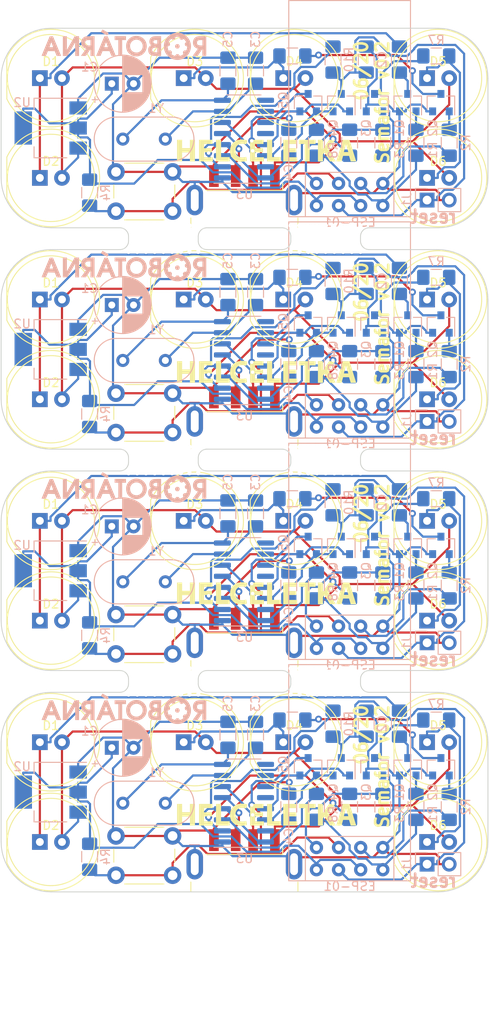
<source format=kicad_pcb>
(kicad_pcb (version 20171130) (host pcbnew 5.1.5+dfsg1-2build2)
  (layers (0 F.Cu signal) (31 B.Cu signal) (34 B.Paste user) (35 F.Paste user) (36 B.SilkS user) (37 F.SilkS user) (38 B.Mask user) (39 F.Mask user) (44 Edge.Cuts user))
  (net 0 "")
  (net 1 Board_1-+3V3)
  (net 2 Board_1-+5V)
  (net 3 Board_1-BUTTON)
  (net 4 Board_1-D+)
  (net 5 Board_1-D-)
  (net 6 Board_1-DTR)
  (net 7 Board_1-GND)
  (net 8 Board_1-LED-A)
  (net 9 Board_1-LED-B)
  (net 10 Board_1-LED-C)
  (net 11 "Board_1-Net-(C3-Pad1)")
  (net 12 "Board_1-Net-(C5-Pad1)")
  (net 13 "Board_1-Net-(D1-Pad1)")
  (net 14 "Board_1-Net-(D3-Pad1)")
  (net 15 "Board_1-Net-(D5-Pad1)")
  (net 16 "Board_1-Net-(Q1-Pad1)")
  (net 17 "Board_1-Net-(Q1-Pad3)")
  (net 18 "Board_1-Net-(Q2-Pad1)")
  (net 19 "Board_1-Net-(Q2-Pad3)")
  (net 20 "Board_1-Net-(Q3-Pad1)")
  (net 21 "Board_1-Net-(Q3-Pad3)")
  (net 22 "Board_1-Net-(R8-Pad2)")
  (net 23 "Board_1-Net-(R9-Pad2)")
  (net 24 "Board_1-Net-(U3-Pad10)")
  (net 25 "Board_1-Net-(U3-Pad11)")
  (net 26 "Board_1-Net-(U3-Pad12)")
  (net 27 "Board_1-Net-(U3-Pad15)")
  (net 28 "Board_1-Net-(U3-Pad9)")
  (net 29 Board_1-RESET)
  (net 30 Board_1-RTS)
  (net 31 Board_2-+3V3)
  (net 32 Board_2-+5V)
  (net 33 Board_2-BUTTON)
  (net 34 Board_2-D+)
  (net 35 Board_2-D-)
  (net 36 Board_2-DTR)
  (net 37 Board_2-GND)
  (net 38 Board_2-LED-A)
  (net 39 Board_2-LED-B)
  (net 40 Board_2-LED-C)
  (net 41 "Board_2-Net-(C3-Pad1)")
  (net 42 "Board_2-Net-(C5-Pad1)")
  (net 43 "Board_2-Net-(D1-Pad1)")
  (net 44 "Board_2-Net-(D3-Pad1)")
  (net 45 "Board_2-Net-(D5-Pad1)")
  (net 46 "Board_2-Net-(Q1-Pad1)")
  (net 47 "Board_2-Net-(Q1-Pad3)")
  (net 48 "Board_2-Net-(Q2-Pad1)")
  (net 49 "Board_2-Net-(Q2-Pad3)")
  (net 50 "Board_2-Net-(Q3-Pad1)")
  (net 51 "Board_2-Net-(Q3-Pad3)")
  (net 52 "Board_2-Net-(R8-Pad2)")
  (net 53 "Board_2-Net-(R9-Pad2)")
  (net 54 "Board_2-Net-(U3-Pad10)")
  (net 55 "Board_2-Net-(U3-Pad11)")
  (net 56 "Board_2-Net-(U3-Pad12)")
  (net 57 "Board_2-Net-(U3-Pad15)")
  (net 58 "Board_2-Net-(U3-Pad9)")
  (net 59 Board_2-RESET)
  (net 60 Board_2-RTS)
  (net 61 Board_3-+3V3)
  (net 62 Board_3-+5V)
  (net 63 Board_3-BUTTON)
  (net 64 Board_3-D+)
  (net 65 Board_3-D-)
  (net 66 Board_3-DTR)
  (net 67 Board_3-GND)
  (net 68 Board_3-LED-A)
  (net 69 Board_3-LED-B)
  (net 70 Board_3-LED-C)
  (net 71 "Board_3-Net-(C3-Pad1)")
  (net 72 "Board_3-Net-(C5-Pad1)")
  (net 73 "Board_3-Net-(D1-Pad1)")
  (net 74 "Board_3-Net-(D3-Pad1)")
  (net 75 "Board_3-Net-(D5-Pad1)")
  (net 76 "Board_3-Net-(Q1-Pad1)")
  (net 77 "Board_3-Net-(Q1-Pad3)")
  (net 78 "Board_3-Net-(Q2-Pad1)")
  (net 79 "Board_3-Net-(Q2-Pad3)")
  (net 80 "Board_3-Net-(Q3-Pad1)")
  (net 81 "Board_3-Net-(Q3-Pad3)")
  (net 82 "Board_3-Net-(R8-Pad2)")
  (net 83 "Board_3-Net-(R9-Pad2)")
  (net 84 "Board_3-Net-(U3-Pad10)")
  (net 85 "Board_3-Net-(U3-Pad11)")
  (net 86 "Board_3-Net-(U3-Pad12)")
  (net 87 "Board_3-Net-(U3-Pad15)")
  (net 88 "Board_3-Net-(U3-Pad9)")
  (net 89 Board_3-RESET)
  (net 90 Board_3-RTS)
  (net 91 Board_4-+3V3)
  (net 92 Board_4-+5V)
  (net 93 Board_4-BUTTON)
  (net 94 Board_4-D+)
  (net 95 Board_4-D-)
  (net 96 Board_4-DTR)
  (net 97 Board_4-GND)
  (net 98 Board_4-LED-A)
  (net 99 Board_4-LED-B)
  (net 100 Board_4-LED-C)
  (net 101 "Board_4-Net-(C3-Pad1)")
  (net 102 "Board_4-Net-(C5-Pad1)")
  (net 103 "Board_4-Net-(D1-Pad1)")
  (net 104 "Board_4-Net-(D3-Pad1)")
  (net 105 "Board_4-Net-(D5-Pad1)")
  (net 106 "Board_4-Net-(Q1-Pad1)")
  (net 107 "Board_4-Net-(Q1-Pad3)")
  (net 108 "Board_4-Net-(Q2-Pad1)")
  (net 109 "Board_4-Net-(Q2-Pad3)")
  (net 110 "Board_4-Net-(Q3-Pad1)")
  (net 111 "Board_4-Net-(Q3-Pad3)")
  (net 112 "Board_4-Net-(R8-Pad2)")
  (net 113 "Board_4-Net-(R9-Pad2)")
  (net 114 "Board_4-Net-(U3-Pad10)")
  (net 115 "Board_4-Net-(U3-Pad11)")
  (net 116 "Board_4-Net-(U3-Pad12)")
  (net 117 "Board_4-Net-(U3-Pad15)")
  (net 118 "Board_4-Net-(U3-Pad9)")
  (net 119 Board_4-RESET)
  (net 120 Board_4-RTS)
  (module NPTH (layer F.Cu) (at 91.253337 126.329022)
    (fp_text reference REF** hide)
    (fp_text value NPTH hide)
    (pad "" np_thru_hole circle (at 0 0) (size 0.5 0.5) (drill 0.5) (layers *.Cu))
  )
  (module NPTH (layer F.Cu) (at 90.253337 126.329021)
    (fp_text reference REF** hide)
    (fp_text value NPTH hide)
    (pad "" np_thru_hole circle (at 0 0) (size 0.5 0.5) (drill 0.5) (layers *.Cu))
  )
  (module NPTH (layer F.Cu) (at 89.253337 126.329021)
    (fp_text reference REF** hide)
    (fp_text value NPTH hide)
    (pad "" np_thru_hole circle (at 0 0) (size 0.5 0.5) (drill 0.5) (layers *.Cu))
  )
  (module NPTH (layer F.Cu) (at 88.253337 126.32902)
    (fp_text reference REF** hide)
    (fp_text value NPTH hide)
    (pad "" np_thru_hole circle (at 0 0) (size 0.5 0.5) (drill 0.5) (layers *.Cu))
  )
  (module NPTH (layer F.Cu) (at 87.253337 126.329019)
    (fp_text reference REF** hide)
    (fp_text value NPTH hide)
    (pad "" np_thru_hole circle (at 0 0) (size 0.5 0.5) (drill 0.5) (layers *.Cu))
  )
  (module NPTH (layer F.Cu) (at 86.253337 126.329019)
    (fp_text reference REF** hide)
    (fp_text value NPTH hide)
    (pad "" np_thru_hole circle (at 0 0) (size 0.5 0.5) (drill 0.5) (layers *.Cu))
  )
  (module NPTH (layer F.Cu) (at 85.253337 126.329018)
    (fp_text reference REF** hide)
    (fp_text value NPTH hide)
    (pad "" np_thru_hole circle (at 0 0) (size 0.5 0.5) (drill 0.5) (layers *.Cu))
  )
  (module NPTH (layer F.Cu) (at 84.253337 126.329017)
    (fp_text reference REF** hide)
    (fp_text value NPTH hide)
    (pad "" np_thru_hole circle (at 0 0) (size 0.5 0.5) (drill 0.5) (layers *.Cu))
  )
  (module NPTH (layer F.Cu) (at 83.253337 126.329017)
    (fp_text reference REF** hide)
    (fp_text value NPTH hide)
    (pad "" np_thru_hole circle (at 0 0) (size 0.5 0.5) (drill 0.5) (layers *.Cu))
  )
  (module NPTH (layer F.Cu) (at 72.626668 126.32901)
    (fp_text reference REF** hide)
    (fp_text value NPTH hide)
    (pad "" np_thru_hole circle (at 0 0) (size 0.5 0.5) (drill 0.5) (layers *.Cu))
  )
  (module NPTH (layer F.Cu) (at 71.626668 126.32901)
    (fp_text reference REF** hide)
    (fp_text value NPTH hide)
    (pad "" np_thru_hole circle (at 0 0) (size 0.5 0.5) (drill 0.5) (layers *.Cu))
  )
  (module NPTH (layer F.Cu) (at 70.626668 126.329009)
    (fp_text reference REF** hide)
    (fp_text value NPTH hide)
    (pad "" np_thru_hole circle (at 0 0) (size 0.5 0.5) (drill 0.5) (layers *.Cu))
  )
  (module NPTH (layer F.Cu) (at 69.626668 126.329008)
    (fp_text reference REF** hide)
    (fp_text value NPTH hide)
    (pad "" np_thru_hole circle (at 0 0) (size 0.5 0.5) (drill 0.5) (layers *.Cu))
  )
  (module NPTH (layer F.Cu) (at 68.626668 126.329008)
    (fp_text reference REF** hide)
    (fp_text value NPTH hide)
    (pad "" np_thru_hole circle (at 0 0) (size 0.5 0.5) (drill 0.5) (layers *.Cu))
  )
  (module NPTH (layer F.Cu) (at 67.626668 126.329007)
    (fp_text reference REF** hide)
    (fp_text value NPTH hide)
    (pad "" np_thru_hole circle (at 0 0) (size 0.5 0.5) (drill 0.5) (layers *.Cu))
  )
  (module NPTH (layer F.Cu) (at 66.626668 126.329006)
    (fp_text reference REF** hide)
    (fp_text value NPTH hide)
    (pad "" np_thru_hole circle (at 0 0) (size 0.5 0.5) (drill 0.5) (layers *.Cu))
  )
  (module NPTH (layer F.Cu) (at 65.626668 126.329006)
    (fp_text reference REF** hide)
    (fp_text value NPTH hide)
    (pad "" np_thru_hole circle (at 0 0) (size 0.5 0.5) (drill 0.5) (layers *.Cu))
  )
  (module NPTH (layer F.Cu) (at 64.626668 126.329005)
    (fp_text reference REF** hide)
    (fp_text value NPTH hide)
    (pad "" np_thru_hole circle (at 0 0) (size 0.5 0.5) (drill 0.5) (layers *.Cu))
  )
  (module NPTH (layer F.Cu) (at 83.253338 123.330966)
    (fp_text reference REF** hide)
    (fp_text value NPTH hide)
    (pad "" np_thru_hole circle (at 0 0) (size 0.5 0.5) (drill 0.5) (layers *.Cu))
  )
  (module NPTH (layer F.Cu) (at 84.253338 123.330968)
    (fp_text reference REF** hide)
    (fp_text value NPTH hide)
    (pad "" np_thru_hole circle (at 0 0) (size 0.5 0.5) (drill 0.5) (layers *.Cu))
  )
  (module NPTH (layer F.Cu) (at 85.253338 123.33097)
    (fp_text reference REF** hide)
    (fp_text value NPTH hide)
    (pad "" np_thru_hole circle (at 0 0) (size 0.5 0.5) (drill 0.5) (layers *.Cu))
  )
  (module NPTH (layer F.Cu) (at 86.253338 123.330972)
    (fp_text reference REF** hide)
    (fp_text value NPTH hide)
    (pad "" np_thru_hole circle (at 0 0) (size 0.5 0.5) (drill 0.5) (layers *.Cu))
  )
  (module NPTH (layer F.Cu) (at 87.253338 123.330974)
    (fp_text reference REF** hide)
    (fp_text value NPTH hide)
    (pad "" np_thru_hole circle (at 0 0) (size 0.5 0.5) (drill 0.5) (layers *.Cu))
  )
  (module NPTH (layer F.Cu) (at 88.253338 123.330976)
    (fp_text reference REF** hide)
    (fp_text value NPTH hide)
    (pad "" np_thru_hole circle (at 0 0) (size 0.5 0.5) (drill 0.5) (layers *.Cu))
  )
  (module NPTH (layer F.Cu) (at 89.253338 123.330978)
    (fp_text reference REF** hide)
    (fp_text value NPTH hide)
    (pad "" np_thru_hole circle (at 0 0) (size 0.5 0.5) (drill 0.5) (layers *.Cu))
  )
  (module NPTH (layer F.Cu) (at 90.253338 123.33098)
    (fp_text reference REF** hide)
    (fp_text value NPTH hide)
    (pad "" np_thru_hole circle (at 0 0) (size 0.5 0.5) (drill 0.5) (layers *.Cu))
  )
  (module NPTH (layer F.Cu) (at 91.253338 123.330982)
    (fp_text reference REF** hide)
    (fp_text value NPTH hide)
    (pad "" np_thru_hole circle (at 0 0) (size 0.5 0.5) (drill 0.5) (layers *.Cu))
  )
  (module NPTH (layer F.Cu) (at 64.626669 123.330928)
    (fp_text reference REF** hide)
    (fp_text value NPTH hide)
    (pad "" np_thru_hole circle (at 0 0) (size 0.5 0.5) (drill 0.5) (layers *.Cu))
  )
  (module NPTH (layer F.Cu) (at 65.626669 123.33093)
    (fp_text reference REF** hide)
    (fp_text value NPTH hide)
    (pad "" np_thru_hole circle (at 0 0) (size 0.5 0.5) (drill 0.5) (layers *.Cu))
  )
  (module NPTH (layer F.Cu) (at 66.626669 123.330932)
    (fp_text reference REF** hide)
    (fp_text value NPTH hide)
    (pad "" np_thru_hole circle (at 0 0) (size 0.5 0.5) (drill 0.5) (layers *.Cu))
  )
  (module NPTH (layer F.Cu) (at 67.626669 123.330934)
    (fp_text reference REF** hide)
    (fp_text value NPTH hide)
    (pad "" np_thru_hole circle (at 0 0) (size 0.5 0.5) (drill 0.5) (layers *.Cu))
  )
  (module NPTH (layer F.Cu) (at 68.626669 123.330936)
    (fp_text reference REF** hide)
    (fp_text value NPTH hide)
    (pad "" np_thru_hole circle (at 0 0) (size 0.5 0.5) (drill 0.5) (layers *.Cu))
  )
  (module NPTH (layer F.Cu) (at 69.626669 123.330938)
    (fp_text reference REF** hide)
    (fp_text value NPTH hide)
    (pad "" np_thru_hole circle (at 0 0) (size 0.5 0.5) (drill 0.5) (layers *.Cu))
  )
  (module NPTH (layer F.Cu) (at 70.626669 123.33094)
    (fp_text reference REF** hide)
    (fp_text value NPTH hide)
    (pad "" np_thru_hole circle (at 0 0) (size 0.5 0.5) (drill 0.5) (layers *.Cu))
  )
  (module NPTH (layer F.Cu) (at 71.626669 123.330942)
    (fp_text reference REF** hide)
    (fp_text value NPTH hide)
    (pad "" np_thru_hole circle (at 0 0) (size 0.5 0.5) (drill 0.5) (layers *.Cu))
  )
  (module NPTH (layer F.Cu) (at 72.626669 123.330944)
    (fp_text reference REF** hide)
    (fp_text value NPTH hide)
    (pad "" np_thru_hole circle (at 0 0) (size 0.5 0.5) (drill 0.5) (layers *.Cu))
  )
  (module NPTH (layer F.Cu) (at 91.253337 100.969015)
    (fp_text reference REF** hide)
    (fp_text value NPTH hide)
    (pad "" np_thru_hole circle (at 0 0) (size 0.5 0.5) (drill 0.5) (layers *.Cu))
  )
  (module NPTH (layer F.Cu) (at 90.253337 100.969014)
    (fp_text reference REF** hide)
    (fp_text value NPTH hide)
    (pad "" np_thru_hole circle (at 0 0) (size 0.5 0.5) (drill 0.5) (layers *.Cu))
  )
  (module NPTH (layer F.Cu) (at 89.253337 100.969014)
    (fp_text reference REF** hide)
    (fp_text value NPTH hide)
    (pad "" np_thru_hole circle (at 0 0) (size 0.5 0.5) (drill 0.5) (layers *.Cu))
  )
  (module NPTH (layer F.Cu) (at 88.253337 100.969013)
    (fp_text reference REF** hide)
    (fp_text value NPTH hide)
    (pad "" np_thru_hole circle (at 0 0) (size 0.5 0.5) (drill 0.5) (layers *.Cu))
  )
  (module NPTH (layer F.Cu) (at 87.253337 100.969013)
    (fp_text reference REF** hide)
    (fp_text value NPTH hide)
    (pad "" np_thru_hole circle (at 0 0) (size 0.5 0.5) (drill 0.5) (layers *.Cu))
  )
  (module NPTH (layer F.Cu) (at 86.253337 100.969013)
    (fp_text reference REF** hide)
    (fp_text value NPTH hide)
    (pad "" np_thru_hole circle (at 0 0) (size 0.5 0.5) (drill 0.5) (layers *.Cu))
  )
  (module NPTH (layer F.Cu) (at 85.253337 100.969012)
    (fp_text reference REF** hide)
    (fp_text value NPTH hide)
    (pad "" np_thru_hole circle (at 0 0) (size 0.5 0.5) (drill 0.5) (layers *.Cu))
  )
  (module NPTH (layer F.Cu) (at 84.253337 100.969012)
    (fp_text reference REF** hide)
    (fp_text value NPTH hide)
    (pad "" np_thru_hole circle (at 0 0) (size 0.5 0.5) (drill 0.5) (layers *.Cu))
  )
  (module NPTH (layer F.Cu) (at 83.253337 100.969011)
    (fp_text reference REF** hide)
    (fp_text value NPTH hide)
    (pad "" np_thru_hole circle (at 0 0) (size 0.5 0.5) (drill 0.5) (layers *.Cu))
  )
  (module NPTH (layer F.Cu) (at 72.626668 100.969007)
    (fp_text reference REF** hide)
    (fp_text value NPTH hide)
    (pad "" np_thru_hole circle (at 0 0) (size 0.5 0.5) (drill 0.5) (layers *.Cu))
  )
  (module NPTH (layer F.Cu) (at 71.626668 100.969006)
    (fp_text reference REF** hide)
    (fp_text value NPTH hide)
    (pad "" np_thru_hole circle (at 0 0) (size 0.5 0.5) (drill 0.5) (layers *.Cu))
  )
  (module NPTH (layer F.Cu) (at 70.626668 100.969006)
    (fp_text reference REF** hide)
    (fp_text value NPTH hide)
    (pad "" np_thru_hole circle (at 0 0) (size 0.5 0.5) (drill 0.5) (layers *.Cu))
  )
  (module NPTH (layer F.Cu) (at 69.626668 100.969005)
    (fp_text reference REF** hide)
    (fp_text value NPTH hide)
    (pad "" np_thru_hole circle (at 0 0) (size 0.5 0.5) (drill 0.5) (layers *.Cu))
  )
  (module NPTH (layer F.Cu) (at 68.626668 100.969005)
    (fp_text reference REF** hide)
    (fp_text value NPTH hide)
    (pad "" np_thru_hole circle (at 0 0) (size 0.5 0.5) (drill 0.5) (layers *.Cu))
  )
  (module NPTH (layer F.Cu) (at 67.626668 100.969005)
    (fp_text reference REF** hide)
    (fp_text value NPTH hide)
    (pad "" np_thru_hole circle (at 0 0) (size 0.5 0.5) (drill 0.5) (layers *.Cu))
  )
  (module NPTH (layer F.Cu) (at 66.626668 100.969004)
    (fp_text reference REF** hide)
    (fp_text value NPTH hide)
    (pad "" np_thru_hole circle (at 0 0) (size 0.5 0.5) (drill 0.5) (layers *.Cu))
  )
  (module NPTH (layer F.Cu) (at 65.626668 100.969004)
    (fp_text reference REF** hide)
    (fp_text value NPTH hide)
    (pad "" np_thru_hole circle (at 0 0) (size 0.5 0.5) (drill 0.5) (layers *.Cu))
  )
  (module NPTH (layer F.Cu) (at 64.626668 100.969003)
    (fp_text reference REF** hide)
    (fp_text value NPTH hide)
    (pad "" np_thru_hole circle (at 0 0) (size 0.5 0.5) (drill 0.5) (layers *.Cu))
  )
  (module NPTH (layer F.Cu) (at 83.253338 97.970962)
    (fp_text reference REF** hide)
    (fp_text value NPTH hide)
    (pad "" np_thru_hole circle (at 0 0) (size 0.5 0.5) (drill 0.5) (layers *.Cu))
  )
  (module NPTH (layer F.Cu) (at 84.253338 97.970964)
    (fp_text reference REF** hide)
    (fp_text value NPTH hide)
    (pad "" np_thru_hole circle (at 0 0) (size 0.5 0.5) (drill 0.5) (layers *.Cu))
  )
  (module NPTH (layer F.Cu) (at 85.253338 97.970967)
    (fp_text reference REF** hide)
    (fp_text value NPTH hide)
    (pad "" np_thru_hole circle (at 0 0) (size 0.5 0.5) (drill 0.5) (layers *.Cu))
  )
  (module NPTH (layer F.Cu) (at 86.253338 97.970969)
    (fp_text reference REF** hide)
    (fp_text value NPTH hide)
    (pad "" np_thru_hole circle (at 0 0) (size 0.5 0.5) (drill 0.5) (layers *.Cu))
  )
  (module NPTH (layer F.Cu) (at 87.253338 97.970971)
    (fp_text reference REF** hide)
    (fp_text value NPTH hide)
    (pad "" np_thru_hole circle (at 0 0) (size 0.5 0.5) (drill 0.5) (layers *.Cu))
  )
  (module NPTH (layer F.Cu) (at 88.253338 97.970973)
    (fp_text reference REF** hide)
    (fp_text value NPTH hide)
    (pad "" np_thru_hole circle (at 0 0) (size 0.5 0.5) (drill 0.5) (layers *.Cu))
  )
  (module NPTH (layer F.Cu) (at 89.253338 97.970975)
    (fp_text reference REF** hide)
    (fp_text value NPTH hide)
    (pad "" np_thru_hole circle (at 0 0) (size 0.5 0.5) (drill 0.5) (layers *.Cu))
  )
  (module NPTH (layer F.Cu) (at 90.253338 97.970978)
    (fp_text reference REF** hide)
    (fp_text value NPTH hide)
    (pad "" np_thru_hole circle (at 0 0) (size 0.5 0.5) (drill 0.5) (layers *.Cu))
  )
  (module NPTH (layer F.Cu) (at 91.253338 97.97098)
    (fp_text reference REF** hide)
    (fp_text value NPTH hide)
    (pad "" np_thru_hole circle (at 0 0) (size 0.5 0.5) (drill 0.5) (layers *.Cu))
  )
  (module NPTH (layer F.Cu) (at 64.626669 97.970921)
    (fp_text reference REF** hide)
    (fp_text value NPTH hide)
    (pad "" np_thru_hole circle (at 0 0) (size 0.5 0.5) (drill 0.5) (layers *.Cu))
  )
  (module NPTH (layer F.Cu) (at 65.626669 97.970923)
    (fp_text reference REF** hide)
    (fp_text value NPTH hide)
    (pad "" np_thru_hole circle (at 0 0) (size 0.5 0.5) (drill 0.5) (layers *.Cu))
  )
  (module NPTH (layer F.Cu) (at 66.626669 97.970926)
    (fp_text reference REF** hide)
    (fp_text value NPTH hide)
    (pad "" np_thru_hole circle (at 0 0) (size 0.5 0.5) (drill 0.5) (layers *.Cu))
  )
  (module NPTH (layer F.Cu) (at 67.626669 97.970928)
    (fp_text reference REF** hide)
    (fp_text value NPTH hide)
    (pad "" np_thru_hole circle (at 0 0) (size 0.5 0.5) (drill 0.5) (layers *.Cu))
  )
  (module NPTH (layer F.Cu) (at 68.626669 97.97093)
    (fp_text reference REF** hide)
    (fp_text value NPTH hide)
    (pad "" np_thru_hole circle (at 0 0) (size 0.5 0.5) (drill 0.5) (layers *.Cu))
  )
  (module NPTH (layer F.Cu) (at 69.626669 97.970932)
    (fp_text reference REF** hide)
    (fp_text value NPTH hide)
    (pad "" np_thru_hole circle (at 0 0) (size 0.5 0.5) (drill 0.5) (layers *.Cu))
  )
  (module NPTH (layer F.Cu) (at 70.626669 97.970934)
    (fp_text reference REF** hide)
    (fp_text value NPTH hide)
    (pad "" np_thru_hole circle (at 0 0) (size 0.5 0.5) (drill 0.5) (layers *.Cu))
  )
  (module NPTH (layer F.Cu) (at 71.626669 97.970937)
    (fp_text reference REF** hide)
    (fp_text value NPTH hide)
    (pad "" np_thru_hole circle (at 0 0) (size 0.5 0.5) (drill 0.5) (layers *.Cu))
  )
  (module NPTH (layer F.Cu) (at 72.626669 97.970939)
    (fp_text reference REF** hide)
    (fp_text value NPTH hide)
    (pad "" np_thru_hole circle (at 0 0) (size 0.5 0.5) (drill 0.5) (layers *.Cu))
  )
  (module NPTH (layer F.Cu) (at 91.253337 75.609007)
    (fp_text reference REF** hide)
    (fp_text value NPTH hide)
    (pad "" np_thru_hole circle (at 0 0) (size 0.5 0.5) (drill 0.5) (layers *.Cu))
  )
  (module NPTH (layer F.Cu) (at 90.253337 75.609007)
    (fp_text reference REF** hide)
    (fp_text value NPTH hide)
    (pad "" np_thru_hole circle (at 0 0) (size 0.5 0.5) (drill 0.5) (layers *.Cu))
  )
  (module NPTH (layer F.Cu) (at 89.253337 75.609007)
    (fp_text reference REF** hide)
    (fp_text value NPTH hide)
    (pad "" np_thru_hole circle (at 0 0) (size 0.5 0.5) (drill 0.5) (layers *.Cu))
  )
  (module NPTH (layer F.Cu) (at 88.253337 75.609007)
    (fp_text reference REF** hide)
    (fp_text value NPTH hide)
    (pad "" np_thru_hole circle (at 0 0) (size 0.5 0.5) (drill 0.5) (layers *.Cu))
  )
  (module NPTH (layer F.Cu) (at 87.253337 75.609007)
    (fp_text reference REF** hide)
    (fp_text value NPTH hide)
    (pad "" np_thru_hole circle (at 0 0) (size 0.5 0.5) (drill 0.5) (layers *.Cu))
  )
  (module NPTH (layer F.Cu) (at 86.253337 75.609006)
    (fp_text reference REF** hide)
    (fp_text value NPTH hide)
    (pad "" np_thru_hole circle (at 0 0) (size 0.5 0.5) (drill 0.5) (layers *.Cu))
  )
  (module NPTH (layer F.Cu) (at 85.253337 75.609006)
    (fp_text reference REF** hide)
    (fp_text value NPTH hide)
    (pad "" np_thru_hole circle (at 0 0) (size 0.5 0.5) (drill 0.5) (layers *.Cu))
  )
  (module NPTH (layer F.Cu) (at 84.253337 75.609006)
    (fp_text reference REF** hide)
    (fp_text value NPTH hide)
    (pad "" np_thru_hole circle (at 0 0) (size 0.5 0.5) (drill 0.5) (layers *.Cu))
  )
  (module NPTH (layer F.Cu) (at 83.253337 75.609006)
    (fp_text reference REF** hide)
    (fp_text value NPTH hide)
    (pad "" np_thru_hole circle (at 0 0) (size 0.5 0.5) (drill 0.5) (layers *.Cu))
  )
  (module NPTH (layer F.Cu) (at 72.626668 75.609003)
    (fp_text reference REF** hide)
    (fp_text value NPTH hide)
    (pad "" np_thru_hole circle (at 0 0) (size 0.5 0.5) (drill 0.5) (layers *.Cu))
  )
  (module NPTH (layer F.Cu) (at 71.626668 75.609003)
    (fp_text reference REF** hide)
    (fp_text value NPTH hide)
    (pad "" np_thru_hole circle (at 0 0) (size 0.5 0.5) (drill 0.5) (layers *.Cu))
  )
  (module NPTH (layer F.Cu) (at 70.626668 75.609003)
    (fp_text reference REF** hide)
    (fp_text value NPTH hide)
    (pad "" np_thru_hole circle (at 0 0) (size 0.5 0.5) (drill 0.5) (layers *.Cu))
  )
  (module NPTH (layer F.Cu) (at 69.626668 75.609003)
    (fp_text reference REF** hide)
    (fp_text value NPTH hide)
    (pad "" np_thru_hole circle (at 0 0) (size 0.5 0.5) (drill 0.5) (layers *.Cu))
  )
  (module NPTH (layer F.Cu) (at 68.626668 75.609002)
    (fp_text reference REF** hide)
    (fp_text value NPTH hide)
    (pad "" np_thru_hole circle (at 0 0) (size 0.5 0.5) (drill 0.5) (layers *.Cu))
  )
  (module NPTH (layer F.Cu) (at 67.626668 75.609002)
    (fp_text reference REF** hide)
    (fp_text value NPTH hide)
    (pad "" np_thru_hole circle (at 0 0) (size 0.5 0.5) (drill 0.5) (layers *.Cu))
  )
  (module NPTH (layer F.Cu) (at 66.626668 75.609002)
    (fp_text reference REF** hide)
    (fp_text value NPTH hide)
    (pad "" np_thru_hole circle (at 0 0) (size 0.5 0.5) (drill 0.5) (layers *.Cu))
  )
  (module NPTH (layer F.Cu) (at 65.626668 75.609002)
    (fp_text reference REF** hide)
    (fp_text value NPTH hide)
    (pad "" np_thru_hole circle (at 0 0) (size 0.5 0.5) (drill 0.5) (layers *.Cu))
  )
  (module NPTH (layer F.Cu) (at 64.626668 75.609002)
    (fp_text reference REF** hide)
    (fp_text value NPTH hide)
    (pad "" np_thru_hole circle (at 0 0) (size 0.5 0.5) (drill 0.5) (layers *.Cu))
  )
  (module NPTH (layer F.Cu) (at 83.253338 72.610959)
    (fp_text reference REF** hide)
    (fp_text value NPTH hide)
    (pad "" np_thru_hole circle (at 0 0) (size 0.5 0.5) (drill 0.5) (layers *.Cu))
  )
  (module NPTH (layer F.Cu) (at 84.253338 72.610961)
    (fp_text reference REF** hide)
    (fp_text value NPTH hide)
    (pad "" np_thru_hole circle (at 0 0) (size 0.5 0.5) (drill 0.5) (layers *.Cu))
  )
  (module NPTH (layer F.Cu) (at 85.253338 72.610964)
    (fp_text reference REF** hide)
    (fp_text value NPTH hide)
    (pad "" np_thru_hole circle (at 0 0) (size 0.5 0.5) (drill 0.5) (layers *.Cu))
  )
  (module NPTH (layer F.Cu) (at 86.253338 72.610966)
    (fp_text reference REF** hide)
    (fp_text value NPTH hide)
    (pad "" np_thru_hole circle (at 0 0) (size 0.5 0.5) (drill 0.5) (layers *.Cu))
  )
  (module NPTH (layer F.Cu) (at 87.253338 72.610968)
    (fp_text reference REF** hide)
    (fp_text value NPTH hide)
    (pad "" np_thru_hole circle (at 0 0) (size 0.5 0.5) (drill 0.5) (layers *.Cu))
  )
  (module NPTH (layer F.Cu) (at 88.253338 72.610971)
    (fp_text reference REF** hide)
    (fp_text value NPTH hide)
    (pad "" np_thru_hole circle (at 0 0) (size 0.5 0.5) (drill 0.5) (layers *.Cu))
  )
  (module NPTH (layer F.Cu) (at 89.253338 72.610973)
    (fp_text reference REF** hide)
    (fp_text value NPTH hide)
    (pad "" np_thru_hole circle (at 0 0) (size 0.5 0.5) (drill 0.5) (layers *.Cu))
  )
  (module NPTH (layer F.Cu) (at 90.253338 72.610976)
    (fp_text reference REF** hide)
    (fp_text value NPTH hide)
    (pad "" np_thru_hole circle (at 0 0) (size 0.5 0.5) (drill 0.5) (layers *.Cu))
  )
  (module NPTH (layer F.Cu) (at 91.253338 72.610978)
    (fp_text reference REF** hide)
    (fp_text value NPTH hide)
    (pad "" np_thru_hole circle (at 0 0) (size 0.5 0.5) (drill 0.5) (layers *.Cu))
  )
  (module NPTH (layer F.Cu) (at 64.626669 72.610914)
    (fp_text reference REF** hide)
    (fp_text value NPTH hide)
    (pad "" np_thru_hole circle (at 0 0) (size 0.5 0.5) (drill 0.5) (layers *.Cu))
  )
  (module NPTH (layer F.Cu) (at 65.626669 72.610916)
    (fp_text reference REF** hide)
    (fp_text value NPTH hide)
    (pad "" np_thru_hole circle (at 0 0) (size 0.5 0.5) (drill 0.5) (layers *.Cu))
  )
  (module NPTH (layer F.Cu) (at 66.626669 72.610919)
    (fp_text reference REF** hide)
    (fp_text value NPTH hide)
    (pad "" np_thru_hole circle (at 0 0) (size 0.5 0.5) (drill 0.5) (layers *.Cu))
  )
  (module NPTH (layer F.Cu) (at 67.626669 72.610921)
    (fp_text reference REF** hide)
    (fp_text value NPTH hide)
    (pad "" np_thru_hole circle (at 0 0) (size 0.5 0.5) (drill 0.5) (layers *.Cu))
  )
  (module NPTH (layer F.Cu) (at 68.626669 72.610924)
    (fp_text reference REF** hide)
    (fp_text value NPTH hide)
    (pad "" np_thru_hole circle (at 0 0) (size 0.5 0.5) (drill 0.5) (layers *.Cu))
  )
  (module NPTH (layer F.Cu) (at 69.626669 72.610926)
    (fp_text reference REF** hide)
    (fp_text value NPTH hide)
    (pad "" np_thru_hole circle (at 0 0) (size 0.5 0.5) (drill 0.5) (layers *.Cu))
  )
  (module NPTH (layer F.Cu) (at 70.626669 72.610928)
    (fp_text reference REF** hide)
    (fp_text value NPTH hide)
    (pad "" np_thru_hole circle (at 0 0) (size 0.5 0.5) (drill 0.5) (layers *.Cu))
  )
  (module NPTH (layer F.Cu) (at 71.626669 72.610931)
    (fp_text reference REF** hide)
    (fp_text value NPTH hide)
    (pad "" np_thru_hole circle (at 0 0) (size 0.5 0.5) (drill 0.5) (layers *.Cu))
  )
  (module NPTH (layer F.Cu) (at 72.626669 72.610933)
    (fp_text reference REF** hide)
    (fp_text value NPTH hide)
    (pad "" np_thru_hole circle (at 0 0) (size 0.5 0.5) (drill 0.5) (layers *.Cu))
  )
  (module Capacitor_THT:CP_Radial_D6.3mm_P2.50mm (layer B.Cu) (at 62.700001 132.430028)
    (fp_text reference C1 (at -2.54 -1.905 180) (layer B.SilkS) (effects (justify mirror)))
    (fp_text value 47uF)
    (pad 1 thru_hole rect (at 0 0) (size 1.6 1.6) (drill 0.8) (layers *.Cu *.Mask) (net 91 Board_4-+3V3))
    (pad 2 thru_hole circle (at 2.5 0) (size 1.6 1.6) (drill 0.8) (layers *.Cu *.Mask) (net 97 Board_4-GND))
  )
  (module Resistor_SMD:R_1206_3216Metric_Pad1.42x1.75mm_HandSolder (layer B.Cu) (at 97.625001 139.197528 270)
    (fp_text reference R1 (at 0.8525 -1.905 90) (layer B.SilkS) (effects (justify mirror)))
    (fp_text value 10k)
    (pad 1 smd roundrect (at -1.4875 0 270) (size 1.425 1.75) (layers B.Cu B.Paste B.Mask) (roundrect_rratio 0.175439) (net 106 "Board_4-Net-(Q1-Pad1)"))
    (pad 2 smd roundrect (at 1.4875 0 270) (size 1.425 1.75) (layers B.Cu B.Paste B.Mask) (roundrect_rratio 0.175439) (net 98 Board_4-LED-A))
  )
  (module Resistor_SMD:R_1206_3216Metric_Pad1.42x1.75mm_HandSolder (layer B.Cu) (at 101.435001 139.197528 270)
    (fp_text reference R2 (at 0 -1.905 90) (layer B.SilkS) (effects (justify mirror)))
    (fp_text value 33k)
    (pad 1 smd roundrect (at -1.4875 0 270) (size 1.425 1.75) (layers B.Cu B.Paste B.Mask) (roundrect_rratio 0.175439) (net 108 "Board_4-Net-(Q2-Pad1)"))
    (pad 2 smd roundrect (at 1.4875 0 270) (size 1.425 1.75) (layers B.Cu B.Paste B.Mask) (roundrect_rratio 0.175439) (net 99 Board_4-LED-B))
  )
  (module Resistor_SMD:R_1206_3216Metric_Pad1.42x1.75mm_HandSolder (layer B.Cu) (at 93.815001 139.197528 90)
    (fp_text reference R3 (at -0.8525 1.905 90) (layer B.SilkS) (effects (justify mirror)))
    (fp_text value 10k)
    (pad 1 smd roundrect (at -1.4875 0 90) (size 1.425 1.75) (layers B.Cu B.Paste B.Mask) (roundrect_rratio 0.175439) (net 110 "Board_4-Net-(Q3-Pad1)"))
    (pad 2 smd roundrect (at 1.4875 0 90) (size 1.425 1.75) (layers B.Cu B.Paste B.Mask) (roundrect_rratio 0.175439) (net 100 Board_4-LED-C))
  )
  (module Resistor_SMD:R_1206_3216Metric_Pad1.42x1.75mm_HandSolder (layer B.Cu) (at 60.160001 144.913028 90)
    (fp_text reference R4 (at 0 1.82 90) (layer B.SilkS) (effects (justify mirror)))
    (fp_text value 10k)
    (pad 1 smd roundrect (at -1.4875 0 90) (size 1.425 1.75) (layers B.Cu B.Paste B.Mask) (roundrect_rratio 0.175439) (net 93 Board_4-BUTTON))
    (pad 2 smd roundrect (at 1.4875 0 90) (size 1.425 1.75) (layers B.Cu B.Paste B.Mask) (roundrect_rratio 0.175439) (net 91 Board_4-+3V3))
  )
  (module Resistor_SMD:R_1206_3216Metric_Pad1.42x1.75mm_HandSolder (layer B.Cu) (at 95.720001 129.672528 270)
    (fp_text reference R5)
    (fp_text value 75R)
    (pad 1 smd roundrect (at -1.4875 0 270) (size 1.425 1.75) (layers B.Cu B.Paste B.Mask) (roundrect_rratio 0.175439) (net 103 "Board_4-Net-(D1-Pad1)"))
    (pad 2 smd roundrect (at 1.4875 0 270) (size 1.425 1.75) (layers B.Cu B.Paste B.Mask) (roundrect_rratio 0.175439) (net 107 "Board_4-Net-(Q1-Pad3)"))
  )
  (module Resistor_SMD:R_1206_3216Metric_Pad1.42x1.75mm_HandSolder (layer B.Cu) (at 83.437001 129.255028)
    (fp_text reference R6)
    (fp_text value 75R)
    (pad 2 smd roundrect (at 1.4875 0) (size 1.425 1.75) (layers B.Cu B.Paste B.Mask) (roundrect_rratio 0.175439) (net 109 "Board_4-Net-(Q2-Pad3)"))
    (pad 1 smd roundrect (at -1.4875 0) (size 1.425 1.75) (layers B.Cu B.Paste B.Mask) (roundrect_rratio 0.175439) (net 104 "Board_4-Net-(D3-Pad1)"))
  )
  (module Resistor_SMD:R_1206_3216Metric_Pad1.42x1.75mm_HandSolder (layer B.Cu) (at 99.947001 129.255028 180)
    (fp_text reference R7 (at 0 1.82) (layer B.SilkS) (effects (justify mirror)))
    (fp_text value 75R)
    (pad 1 smd roundrect (at -1.4875 0 180) (size 1.425 1.75) (layers B.Cu B.Paste B.Mask) (roundrect_rratio 0.175439) (net 105 "Board_4-Net-(D5-Pad1)"))
    (pad 2 smd roundrect (at 1.4875 0 180) (size 1.425 1.75) (layers B.Cu B.Paste B.Mask) (roundrect_rratio 0.175439) (net 111 "Board_4-Net-(Q3-Pad3)"))
  )
  (module Resistor_SMD:R_1206_3216Metric_Pad1.42x1.75mm_HandSolder (layer B.Cu) (at 86.195001 139.197528 90)
    (fp_text reference R8 (at -0.8525 1.905 90) (layer B.SilkS) (effects (justify mirror)))
    (fp_text value 1k)
    (pad 1 smd roundrect (at -1.4875 0 90) (size 1.425 1.75) (layers B.Cu B.Paste B.Mask) (roundrect_rratio 0.175439) (net 98 Board_4-LED-A))
    (pad 2 smd roundrect (at 1.4875 0 90) (size 1.425 1.75) (layers B.Cu B.Paste B.Mask) (roundrect_rratio 0.175439) (net 112 "Board_4-Net-(R8-Pad2)"))
  )
  (module Resistor_SMD:R_1206_3216Metric_Pad1.42x1.75mm_HandSolder (layer B.Cu) (at 90.005001 139.197528 270)
    (fp_text reference R9)
    (fp_text value 1k)
    (pad 1 smd roundrect (at -1.4875 0 270) (size 1.425 1.75) (layers B.Cu B.Paste B.Mask) (roundrect_rratio 0.175439) (net 100 Board_4-LED-C))
    (pad 2 smd roundrect (at 1.4875 0 270) (size 1.425 1.75) (layers B.Cu B.Paste B.Mask) (roundrect_rratio 0.175439) (net 113 "Board_4-Net-(R9-Pad2)"))
  )
  (module Button_Switch_THT:SW_PUSH_6mm (layer F.Cu) (at 69.685001 147.035028 180)
    (fp_text reference SW1)
    (fp_text value SW_Push)
    (pad 2 thru_hole circle (at 0 4.5 270) (size 2 2) (drill 1.1) (layers *.Cu *.Mask) (net 97 Board_4-GND))
    (pad 1 thru_hole circle (at 0 0 270) (size 2 2) (drill 1.1) (layers *.Cu *.Mask) (net 93 Board_4-BUTTON))
    (pad 2 thru_hole circle (at 6.5 4.5 270) (size 2 2) (drill 1.1) (layers *.Cu *.Mask) (net 97 Board_4-GND))
    (pad 1 thru_hole circle (at 6.5 0 270) (size 2 2) (drill 1.1) (layers *.Cu *.Mask) (net 93 Board_4-BUTTON))
  )
  (module Package_TO_SOT_SMD:SOT-223-3_TabPin2 (layer B.Cu) (at 55.690001 137.510028 180)
    (fp_text reference U2 (at 3.277 2.921) (layer B.SilkS) (effects (justify mirror)))
    (fp_text value AMS1117-3.3)
    (pad 2 smd rect (at 3.15 0 180) (size 2 3.8) (layers B.Cu B.Paste B.Mask) (net 91 Board_4-+3V3))
    (pad 2 smd rect (at -3.15 0 180) (size 2 1.5) (layers B.Cu B.Paste B.Mask) (net 91 Board_4-+3V3))
    (pad 3 smd rect (at -3.15 -2.3 180) (size 2 1.5) (layers B.Cu B.Paste B.Mask) (net 92 Board_4-+5V))
    (pad 1 smd rect (at -3.15 2.3 180) (size 2 1.5) (layers B.Cu B.Paste B.Mask) (net 97 Board_4-GND))
  )
  (module semaforBoard:ESP-01 (layer B.Cu) (at 91.275001 136.240028 90)
    (fp_text reference U1)
    (fp_text value ESP-01 (at -12.065 -1.27 180) (layer B.SilkS) (effects (justify mirror)))
    (pad 1 thru_hole circle (at -10.16 -5.08 90) (size 1.524 1.524) (drill 0.762) (layers *.Cu *.Mask) (net 91 Board_4-+3V3))
    (pad 2 thru_hole circle (at -7.62 2.54 90) (size 1.524 1.524) (drill 0.762) (layers *.Cu *.Mask) (net 97 Board_4-GND))
    (pad 3 thru_hole circle (at -10.16 0 90) (size 1.524 1.524) (drill 0.762) (layers *.Cu *.Mask) (net 91 Board_4-+3V3))
    (pad 4 thru_hole circle (at -10.16 -2.54 90) (size 1.524 1.524) (drill 0.762) (layers *.Cu *.Mask) (net 119 Board_4-RESET))
    (pad 5 thru_hole circle (at -7.62 -2.54 90) (size 1.524 1.524) (drill 0.762) (layers *.Cu *.Mask) (net 93 Board_4-BUTTON))
    (pad 6 thru_hole circle (at -10.16 2.54 90) (size 1.524 1.524) (drill 0.762) (layers *.Cu *.Mask) (net 98 Board_4-LED-A))
    (pad 7 thru_hole circle (at -7.62 0 90) (size 1.524 1.524) (drill 0.762) (layers *.Cu *.Mask) (net 99 Board_4-LED-B))
    (pad 8 thru_hole circle (at -7.62 -5.08 90) (size 1.524 1.524) (drill 0.762) (layers *.Cu *.Mask) (net 100 Board_4-LED-C))
  )
  (module semaforBoard:USB_A_CNCTech_1001-011-01101_Horizontal (layer F.Cu) (at 77.925001 152.665028 270)
    (fp_text reference J3)
    (fp_text value USB_A)
    (pad 2 smd rect (at -9.65 -1 270) (size 2.5 1.1) (layers F.Cu F.Paste F.Mask) (net 95 Board_4-D-))
    (pad 3 smd rect (at -9.65 1 270) (size 2.5 1.1) (layers F.Cu F.Paste F.Mask) (net 94 Board_4-D+))
    (pad 1 smd rect (at -9.65 -3.5 270) (size 2.5 1.1) (layers F.Cu F.Paste F.Mask) (net 92 Board_4-+5V))
    (pad 4 smd rect (at -9.65 3.5 270) (size 2.5 1.1) (layers F.Cu F.Paste F.Mask) (net 97 Board_4-GND))
    (pad 5 thru_hole oval (at -6.9 -5.7 270) (size 3.5 1.9) (drill oval 2.5 0.9) (layers *.Cu *.Mask) (net 97 Board_4-GND))
    (pad 5 thru_hole oval (at -6.9 5.7 270) (size 3.5 1.9) (drill oval 2.5 0.9) (layers *.Cu *.Mask) (net 97 Board_4-GND))
    (pad "" np_thru_hole circle (at -6.9 -2.3 270) (size 1.1 1.1) (drill 1.1) (layers *.Cu *.Mask))
    (pad "" np_thru_hole circle (at -6.9 2.3 270) (size 1.1 1.1) (drill 1.1) (layers *.Cu *.Mask))
  )
  (module Package_TO_SOT_SMD:SOT-23 (layer B.Cu) (at 96.675001 134.605028 90)
    (fp_text reference Q1 (at -2.905 -0.955 270) (layer B.SilkS) (effects (justify mirror)))
    (fp_text value BC817)
    (pad 1 smd rect (at -1 0.95 90) (size 0.9 0.8) (layers B.Cu B.Paste B.Mask) (net 106 "Board_4-Net-(Q1-Pad1)"))
    (pad 2 smd rect (at -1 -0.95 90) (size 0.9 0.8) (layers B.Cu B.Paste B.Mask) (net 97 Board_4-GND))
    (pad 3 smd rect (at 1 0 90) (size 0.9 0.8) (layers B.Cu B.Paste B.Mask) (net 107 "Board_4-Net-(Q1-Pad3)"))
  )
  (module Package_TO_SOT_SMD:SOT-23 (layer B.Cu) (at 100.485001 134.605028 90)
    (fp_text reference Q2 (at -2.905 -0.955 270) (layer B.SilkS) (effects (justify mirror)))
    (fp_text value BC817)
    (pad 1 smd rect (at -1 0.95 90) (size 0.9 0.8) (layers B.Cu B.Paste B.Mask) (net 108 "Board_4-Net-(Q2-Pad1)"))
    (pad 2 smd rect (at -1 -0.95 90) (size 0.9 0.8) (layers B.Cu B.Paste B.Mask) (net 97 Board_4-GND))
    (pad 3 smd rect (at 1 0 90) (size 0.9 0.8) (layers B.Cu B.Paste B.Mask) (net 109 "Board_4-Net-(Q2-Pad3)"))
  )
  (module Package_TO_SOT_SMD:SOT-23 (layer B.Cu) (at 92.865001 134.605028 90)
    (fp_text reference Q3 (at -2.905 -0.955 90) (layer B.SilkS) (effects (justify mirror)))
    (fp_text value BC817)
    (pad 1 smd rect (at -1 0.95 90) (size 0.9 0.8) (layers B.Cu B.Paste B.Mask) (net 110 "Board_4-Net-(Q3-Pad1)"))
    (pad 2 smd rect (at -1 -0.95 90) (size 0.9 0.8) (layers B.Cu B.Paste B.Mask) (net 97 Board_4-GND))
    (pad 3 smd rect (at 1 0 90) (size 0.9 0.8) (layers B.Cu B.Paste B.Mask) (net 111 "Board_4-Net-(Q3-Pad3)"))
  )
  (module semaforBoard:Robotarna (layer F.Cu) (at 72.352001 135.732028)
    (fp_text reference G*** hide)
    (fp_text value LOGO hide)
  )
  (module semaforBoard:Helceletka (layer F.Cu) (at 80.480001 140.050028)
    (fp_text reference G2 hide)
    (fp_text value LOGO hide)
  )
  (module semaforBoard:Robotarna (layer B.Cu) (at 64.097001 127.985028 180)
    (fp_text reference G1 hide)
    (fp_text value LOGO hide)
  )
  (module Capacitor_SMD:C_1206_3216Metric_Pad1.42x1.75mm_HandSolder (layer B.Cu) (at 91.910001 129.672528 90)
    (fp_text reference C2 (at 0 1.82 90) (layer B.SilkS) (effects (justify mirror)))
    (fp_text value 100nF)
    (pad 1 smd roundrect (at -1.4875 0 90) (size 1.425 1.75) (layers B.Cu B.Paste B.Mask) (roundrect_rratio 0.175439) (net 119 Board_4-RESET))
    (pad 2 smd roundrect (at 1.4875 0 90) (size 1.425 1.75) (layers B.Cu B.Paste B.Mask) (roundrect_rratio 0.175439) (net 97 Board_4-GND))
  )
  (module Capacitor_SMD:C_1206_3216Metric_Pad1.42x1.75mm_HandSolder (layer B.Cu) (at 83.020001 139.197528 90)
    (fp_text reference C4 (at -3.3925 0 90) (layer B.SilkS) (effects (justify mirror)))
    (fp_text value 100nF)
    (pad 1 smd roundrect (at -1.4875 0 90) (size 1.425 1.75) (layers B.Cu B.Paste B.Mask) (roundrect_rratio 0.175439) (net 91 Board_4-+3V3))
    (pad 2 smd roundrect (at 1.4875 0 90) (size 1.425 1.75) (layers B.Cu B.Paste B.Mask) (roundrect_rratio 0.175439) (net 97 Board_4-GND))
  )
  (module Capacitor_SMD:C_1206_3216Metric_Pad1.42x1.75mm_HandSolder (layer B.Cu) (at 79.210001 130.942528 90)
    (fp_text reference C3 (at 3.5925 0 90) (layer B.SilkS) (effects (justify mirror)))
    (fp_text value 22pF)
    (pad 1 smd roundrect (at -1.4875 0 90) (size 1.425 1.75) (layers B.Cu B.Paste B.Mask) (roundrect_rratio 0.175439) (net 101 "Board_4-Net-(C3-Pad1)"))
    (pad 2 smd roundrect (at 1.4875 0 90) (size 1.425 1.75) (layers B.Cu B.Paste B.Mask) (roundrect_rratio 0.175439) (net 97 Board_4-GND))
  )
  (module Capacitor_SMD:C_1206_3216Metric_Pad1.42x1.75mm_HandSolder (layer B.Cu) (at 76.035001 130.942528 90)
    (fp_text reference C5 (at 3.5925 0 90) (layer B.SilkS) (effects (justify mirror)))
    (fp_text value 22pF)
    (pad 1 smd roundrect (at -1.4875 0 90) (size 1.425 1.75) (layers B.Cu B.Paste B.Mask) (roundrect_rratio 0.175439) (net 102 "Board_4-Net-(C5-Pad1)"))
    (pad 2 smd roundrect (at 1.4875 0 90) (size 1.425 1.75) (layers B.Cu B.Paste B.Mask) (roundrect_rratio 0.175439) (net 97 Board_4-GND))
  )
  (module Package_TO_SOT_SMD:SOT-23 (layer B.Cu) (at 89.050001 134.605028 90)
    (fp_text reference Q4 (at -2.905 -0.95 90) (layer B.SilkS) (effects (justify mirror)))
    (fp_text value BC817)
    (pad 1 smd rect (at -1 0.95 90) (size 0.9 0.8) (layers B.Cu B.Paste B.Mask) (net 96 Board_4-DTR))
    (pad 2 smd rect (at -1 -0.95 90) (size 0.9 0.8) (layers B.Cu B.Paste B.Mask) (net 120 Board_4-RTS))
    (pad 3 smd rect (at 1 0 90) (size 0.9 0.8) (layers B.Cu B.Paste B.Mask) (net 119 Board_4-RESET))
  )
  (module Package_TO_SOT_SMD:SOT-23 (layer B.Cu) (at 85.240001 134.605028 90)
    (fp_text reference Q5 (at 0.27 -2.855 90) (layer B.SilkS) (effects (justify mirror)))
    (fp_text value BC817)
    (pad 1 smd rect (at -1 0.95 90) (size 0.9 0.8) (layers B.Cu B.Paste B.Mask) (net 120 Board_4-RTS))
    (pad 2 smd rect (at -1 -0.95 90) (size 0.9 0.8) (layers B.Cu B.Paste B.Mask) (net 96 Board_4-DTR))
    (pad 3 smd rect (at 1 0 90) (size 0.9 0.8) (layers B.Cu B.Paste B.Mask) (net 93 Board_4-BUTTON))
  )
  (module Resistor_SMD:R_1206_3216Metric_Pad1.42x1.75mm_HandSolder (layer B.Cu) (at 88.100001 129.672528 90)
    (fp_text reference R10 (at 0 1.82 270) (layer B.SilkS) (effects (justify mirror)))
    (fp_text value 10k)
    (pad 1 smd roundrect (at -1.4875 0 90) (size 1.425 1.75) (layers B.Cu B.Paste B.Mask) (roundrect_rratio 0.175439) (net 119 Board_4-RESET))
    (pad 2 smd roundrect (at 1.4875 0 90) (size 1.425 1.75) (layers B.Cu B.Paste B.Mask) (roundrect_rratio 0.175439) (net 91 Board_4-+3V3))
  )
  (module Package_SO:SOIC-16_3.9x9.9mm_P1.27mm (layer B.Cu) (at 77.875001 138.780028)
    (fp_text reference U3 (at 0.065 6.35) (layer B.SilkS) (effects (justify mirror)))
    (fp_text value CH340G)
    (pad 1 smd roundrect (at -2.475 4.445) (size 1.95 0.6) (layers B.Cu B.Paste B.Mask) (net 97 Board_4-GND))
    (pad 2 smd roundrect (at -2.475 3.175) (size 1.95 0.6) (layers B.Cu B.Paste B.Mask) (net 113 "Board_4-Net-(R9-Pad2)"))
    (pad 3 smd roundrect (at -2.475 1.905) (size 1.95 0.6) (layers B.Cu B.Paste B.Mask) (net 112 "Board_4-Net-(R8-Pad2)"))
    (pad 4 smd roundrect (at -2.475 0.635) (size 1.95 0.6) (layers B.Cu B.Paste B.Mask) (net 91 Board_4-+3V3))
    (pad 5 smd roundrect (at -2.475 -0.635) (size 1.95 0.6) (layers B.Cu B.Paste B.Mask) (net 94 Board_4-D+))
    (pad 6 smd roundrect (at -2.475 -1.905) (size 1.95 0.6) (layers B.Cu B.Paste B.Mask) (net 95 Board_4-D-))
    (pad 7 smd roundrect (at -2.475 -3.175) (size 1.95 0.6) (layers B.Cu B.Paste B.Mask) (net 101 "Board_4-Net-(C3-Pad1)"))
    (pad 8 smd roundrect (at -2.475 -4.445) (size 1.95 0.6) (layers B.Cu B.Paste B.Mask) (net 102 "Board_4-Net-(C5-Pad1)"))
    (pad 9 smd roundrect (at 2.475 -4.445) (size 1.95 0.6) (layers B.Cu B.Paste B.Mask) (net 118 "Board_4-Net-(U3-Pad9)"))
    (pad 10 smd roundrect (at 2.475 -3.175) (size 1.95 0.6) (layers B.Cu B.Paste B.Mask) (net 114 "Board_4-Net-(U3-Pad10)"))
    (pad 11 smd roundrect (at 2.475 -1.905) (size 1.95 0.6) (layers B.Cu B.Paste B.Mask) (net 115 "Board_4-Net-(U3-Pad11)"))
    (pad 12 smd roundrect (at 2.475 -0.635) (size 1.95 0.6) (layers B.Cu B.Paste B.Mask) (net 116 "Board_4-Net-(U3-Pad12)"))
    (pad 13 smd roundrect (at 2.475 0.635) (size 1.95 0.6) (layers B.Cu B.Paste B.Mask) (net 96 Board_4-DTR))
    (pad 14 smd roundrect (at 2.475 1.905) (size 1.95 0.6) (layers B.Cu B.Paste B.Mask) (net 120 Board_4-RTS))
    (pad 15 smd roundrect (at 2.475 3.175) (size 1.95 0.6) (layers B.Cu B.Paste B.Mask) (net 117 "Board_4-Net-(U3-Pad15)"))
    (pad 16 smd roundrect (at 2.475 4.445) (size 1.95 0.6) (layers B.Cu B.Paste B.Mask) (net 91 Board_4-+3V3))
  )
  (module Crystal:Crystal_HC49-4H_Vertical (layer B.Cu) (at 68.850001 138.780028 180)
    (fp_text reference Y1 (at 1.07 3.525) (layer B.SilkS) (effects (justify mirror)))
    (fp_text value Crystal)
    (pad 1 thru_hole circle (at 0 0 180) (size 1.5 1.5) (drill 0.8) (layers *.Cu *.Mask) (net 101 "Board_4-Net-(C3-Pad1)"))
    (pad 2 thru_hole circle (at 4.88 0 180) (size 1.5 1.5) (drill 0.8) (layers *.Cu *.Mask) (net 102 "Board_4-Net-(C5-Pad1)"))
  )
  (module LED_THT:LED_D10.0mm (layer F.Cu) (at 54.445001 131.795028)
    (fp_text reference D1 (at 1.27 -1.905) (layer F.SilkS))
    (fp_text value LED)
    (pad 1 thru_hole rect (at 0 0) (size 1.8 1.8) (drill 0.9) (layers *.Cu *.Mask) (net 103 "Board_4-Net-(D1-Pad1)"))
    (pad 2 thru_hole circle (at 2.54 0) (size 1.8 1.8) (drill 0.9) (layers *.Cu *.Mask) (net 92 Board_4-+5V))
  )
  (module LED_THT:LED_D10.0mm (layer F.Cu) (at 54.445001 143.225028)
    (fp_text reference D2 (at 1.27 -1.905) (layer F.SilkS))
    (fp_text value LED)
    (pad 1 thru_hole rect (at 0 0) (size 1.8 1.8) (drill 0.9) (layers *.Cu *.Mask) (net 103 "Board_4-Net-(D1-Pad1)"))
    (pad 2 thru_hole circle (at 2.54 0) (size 1.8 1.8) (drill 0.9) (layers *.Cu *.Mask) (net 92 Board_4-+5V))
  )
  (module LED_THT:LED_D10.0mm (layer F.Cu) (at 70.955001 131.795028)
    (fp_text reference D3 (at 1.27 -1.905) (layer F.SilkS))
    (fp_text value LED)
    (pad 1 thru_hole rect (at 0 0) (size 1.8 1.8) (drill 0.9) (layers *.Cu *.Mask) (net 104 "Board_4-Net-(D3-Pad1)"))
    (pad 2 thru_hole circle (at 2.54 0) (size 1.8 1.8) (drill 0.9) (layers *.Cu *.Mask) (net 92 Board_4-+5V))
  )
  (module LED_THT:LED_D10.0mm (layer F.Cu) (at 82.385001 131.795028)
    (fp_text reference D4 (at 1.27 -1.905) (layer F.SilkS))
    (fp_text value LED)
    (pad 1 thru_hole rect (at 0 0) (size 1.8 1.8) (drill 0.9) (layers *.Cu *.Mask) (net 104 "Board_4-Net-(D3-Pad1)"))
    (pad 2 thru_hole circle (at 2.54 0) (size 1.8 1.8) (drill 0.9) (layers *.Cu *.Mask) (net 92 Board_4-+5V))
  )
  (module LED_THT:LED_D10.0mm (layer F.Cu) (at 98.895001 131.795028)
    (fp_text reference D5 (at 1.27 -1.905) (layer F.SilkS))
    (fp_text value LED)
    (pad 1 thru_hole rect (at 0 0) (size 1.8 1.8) (drill 0.9) (layers *.Cu *.Mask) (net 105 "Board_4-Net-(D5-Pad1)"))
    (pad 2 thru_hole circle (at 2.54 0) (size 1.8 1.8) (drill 0.9) (layers *.Cu *.Mask) (net 92 Board_4-+5V))
  )
  (module LED_THT:LED_D10.0mm (layer F.Cu) (at 98.895001 143.225028)
    (fp_text reference D6 (at 1.27 -1.905) (layer F.SilkS))
    (fp_text value LED)
    (pad 1 thru_hole rect (at 0 0) (size 1.8 1.8) (drill 0.9) (layers *.Cu *.Mask) (net 105 "Board_4-Net-(D5-Pad1)"))
    (pad 2 thru_hole circle (at 2.54 0) (size 1.8 1.8) (drill 0.9) (layers *.Cu *.Mask) (net 92 Board_4-+5V))
  )
  (module semaforBoard:PinHeader_1x02_P2.54mm_Vertical (layer B.Cu) (at 98.895001 145.765028 270)
    (fp_text reference J1 (at 0 2.33 90) (layer B.SilkS) (effects (justify mirror)))
    (fp_text value RESET)
    (pad 1 thru_hole rect (at 0 0 270) (size 1.7 1.7) (drill 1) (layers *.Cu *.Mask) (net 119 Board_4-RESET))
    (pad 2 thru_hole oval (at 0 -2.54 270) (size 1.7 1.7) (drill 1) (layers *.Cu *.Mask) (net 97 Board_4-GND))
  )
  (module Capacitor_THT:CP_Radial_D6.3mm_P2.50mm (layer B.Cu) (at 62.700001 107.070019)
    (fp_text reference C1 (at -2.54 -1.905 180) (layer B.SilkS) (effects (justify mirror)))
    (fp_text value 47uF)
    (pad 1 thru_hole rect (at 0 0) (size 1.6 1.6) (drill 0.8) (layers *.Cu *.Mask) (net 61 Board_3-+3V3))
    (pad 2 thru_hole circle (at 2.5 0) (size 1.6 1.6) (drill 0.8) (layers *.Cu *.Mask) (net 67 Board_3-GND))
  )
  (module Resistor_SMD:R_1206_3216Metric_Pad1.42x1.75mm_HandSolder (layer B.Cu) (at 97.625001 113.837519 270)
    (fp_text reference R1 (at 0.8525 -1.905 90) (layer B.SilkS) (effects (justify mirror)))
    (fp_text value 10k)
    (pad 1 smd roundrect (at -1.4875 0 270) (size 1.425 1.75) (layers B.Cu B.Paste B.Mask) (roundrect_rratio 0.175439) (net 76 "Board_3-Net-(Q1-Pad1)"))
    (pad 2 smd roundrect (at 1.4875 0 270) (size 1.425 1.75) (layers B.Cu B.Paste B.Mask) (roundrect_rratio 0.175439) (net 68 Board_3-LED-A))
  )
  (module Resistor_SMD:R_1206_3216Metric_Pad1.42x1.75mm_HandSolder (layer B.Cu) (at 101.435001 113.837519 270)
    (fp_text reference R2 (at 0 -1.905 90) (layer B.SilkS) (effects (justify mirror)))
    (fp_text value 33k)
    (pad 1 smd roundrect (at -1.4875 0 270) (size 1.425 1.75) (layers B.Cu B.Paste B.Mask) (roundrect_rratio 0.175439) (net 78 "Board_3-Net-(Q2-Pad1)"))
    (pad 2 smd roundrect (at 1.4875 0 270) (size 1.425 1.75) (layers B.Cu B.Paste B.Mask) (roundrect_rratio 0.175439) (net 69 Board_3-LED-B))
  )
  (module Resistor_SMD:R_1206_3216Metric_Pad1.42x1.75mm_HandSolder (layer B.Cu) (at 93.815001 113.837519 90)
    (fp_text reference R3 (at -0.8525 1.905 90) (layer B.SilkS) (effects (justify mirror)))
    (fp_text value 10k)
    (pad 1 smd roundrect (at -1.4875 0 90) (size 1.425 1.75) (layers B.Cu B.Paste B.Mask) (roundrect_rratio 0.175439) (net 80 "Board_3-Net-(Q3-Pad1)"))
    (pad 2 smd roundrect (at 1.4875 0 90) (size 1.425 1.75) (layers B.Cu B.Paste B.Mask) (roundrect_rratio 0.175439) (net 70 Board_3-LED-C))
  )
  (module Resistor_SMD:R_1206_3216Metric_Pad1.42x1.75mm_HandSolder (layer B.Cu) (at 60.160001 119.553019 90)
    (fp_text reference R4 (at 0 1.82 90) (layer B.SilkS) (effects (justify mirror)))
    (fp_text value 10k)
    (pad 1 smd roundrect (at -1.4875 0 90) (size 1.425 1.75) (layers B.Cu B.Paste B.Mask) (roundrect_rratio 0.175439) (net 63 Board_3-BUTTON))
    (pad 2 smd roundrect (at 1.4875 0 90) (size 1.425 1.75) (layers B.Cu B.Paste B.Mask) (roundrect_rratio 0.175439) (net 61 Board_3-+3V3))
  )
  (module Resistor_SMD:R_1206_3216Metric_Pad1.42x1.75mm_HandSolder (layer B.Cu) (at 95.720001 104.312519 270)
    (fp_text reference R5)
    (fp_text value 75R)
    (pad 1 smd roundrect (at -1.4875 0 270) (size 1.425 1.75) (layers B.Cu B.Paste B.Mask) (roundrect_rratio 0.175439) (net 73 "Board_3-Net-(D1-Pad1)"))
    (pad 2 smd roundrect (at 1.4875 0 270) (size 1.425 1.75) (layers B.Cu B.Paste B.Mask) (roundrect_rratio 0.175439) (net 77 "Board_3-Net-(Q1-Pad3)"))
  )
  (module Resistor_SMD:R_1206_3216Metric_Pad1.42x1.75mm_HandSolder (layer B.Cu) (at 83.437001 103.895019)
    (fp_text reference R6)
    (fp_text value 75R)
    (pad 2 smd roundrect (at 1.4875 0) (size 1.425 1.75) (layers B.Cu B.Paste B.Mask) (roundrect_rratio 0.175439) (net 79 "Board_3-Net-(Q2-Pad3)"))
    (pad 1 smd roundrect (at -1.4875 0) (size 1.425 1.75) (layers B.Cu B.Paste B.Mask) (roundrect_rratio 0.175439) (net 74 "Board_3-Net-(D3-Pad1)"))
  )
  (module Resistor_SMD:R_1206_3216Metric_Pad1.42x1.75mm_HandSolder (layer B.Cu) (at 99.947001 103.895019 180)
    (fp_text reference R7 (at 0 1.82) (layer B.SilkS) (effects (justify mirror)))
    (fp_text value 75R)
    (pad 1 smd roundrect (at -1.4875 0 180) (size 1.425 1.75) (layers B.Cu B.Paste B.Mask) (roundrect_rratio 0.175439) (net 75 "Board_3-Net-(D5-Pad1)"))
    (pad 2 smd roundrect (at 1.4875 0 180) (size 1.425 1.75) (layers B.Cu B.Paste B.Mask) (roundrect_rratio 0.175439) (net 81 "Board_3-Net-(Q3-Pad3)"))
  )
  (module Resistor_SMD:R_1206_3216Metric_Pad1.42x1.75mm_HandSolder (layer B.Cu) (at 86.195001 113.837519 90)
    (fp_text reference R8 (at -0.8525 1.905 90) (layer B.SilkS) (effects (justify mirror)))
    (fp_text value 1k)
    (pad 1 smd roundrect (at -1.4875 0 90) (size 1.425 1.75) (layers B.Cu B.Paste B.Mask) (roundrect_rratio 0.175439) (net 68 Board_3-LED-A))
    (pad 2 smd roundrect (at 1.4875 0 90) (size 1.425 1.75) (layers B.Cu B.Paste B.Mask) (roundrect_rratio 0.175439) (net 82 "Board_3-Net-(R8-Pad2)"))
  )
  (module Resistor_SMD:R_1206_3216Metric_Pad1.42x1.75mm_HandSolder (layer B.Cu) (at 90.005001 113.837519 270)
    (fp_text reference R9)
    (fp_text value 1k)
    (pad 1 smd roundrect (at -1.4875 0 270) (size 1.425 1.75) (layers B.Cu B.Paste B.Mask) (roundrect_rratio 0.175439) (net 70 Board_3-LED-C))
    (pad 2 smd roundrect (at 1.4875 0 270) (size 1.425 1.75) (layers B.Cu B.Paste B.Mask) (roundrect_rratio 0.175439) (net 83 "Board_3-Net-(R9-Pad2)"))
  )
  (module Button_Switch_THT:SW_PUSH_6mm (layer F.Cu) (at 69.685001 121.675019 180)
    (fp_text reference SW1)
    (fp_text value SW_Push)
    (pad 2 thru_hole circle (at 0 4.5 270) (size 2 2) (drill 1.1) (layers *.Cu *.Mask) (net 67 Board_3-GND))
    (pad 1 thru_hole circle (at 0 0 270) (size 2 2) (drill 1.1) (layers *.Cu *.Mask) (net 63 Board_3-BUTTON))
    (pad 2 thru_hole circle (at 6.5 4.5 270) (size 2 2) (drill 1.1) (layers *.Cu *.Mask) (net 67 Board_3-GND))
    (pad 1 thru_hole circle (at 6.5 0 270) (size 2 2) (drill 1.1) (layers *.Cu *.Mask) (net 63 Board_3-BUTTON))
  )
  (module Package_TO_SOT_SMD:SOT-223-3_TabPin2 (layer B.Cu) (at 55.690001 112.150019 180)
    (fp_text reference U2 (at 3.277 2.921) (layer B.SilkS) (effects (justify mirror)))
    (fp_text value AMS1117-3.3)
    (pad 2 smd rect (at 3.15 0 180) (size 2 3.8) (layers B.Cu B.Paste B.Mask) (net 61 Board_3-+3V3))
    (pad 2 smd rect (at -3.15 0 180) (size 2 1.5) (layers B.Cu B.Paste B.Mask) (net 61 Board_3-+3V3))
    (pad 3 smd rect (at -3.15 -2.3 180) (size 2 1.5) (layers B.Cu B.Paste B.Mask) (net 62 Board_3-+5V))
    (pad 1 smd rect (at -3.15 2.3 180) (size 2 1.5) (layers B.Cu B.Paste B.Mask) (net 67 Board_3-GND))
  )
  (module semaforBoard:ESP-01 (layer B.Cu) (at 91.275001 110.880019 90)
    (fp_text reference U1)
    (fp_text value ESP-01 (at -12.065 -1.27 180) (layer B.SilkS) (effects (justify mirror)))
    (pad 1 thru_hole circle (at -10.16 -5.08 90) (size 1.524 1.524) (drill 0.762) (layers *.Cu *.Mask) (net 61 Board_3-+3V3))
    (pad 2 thru_hole circle (at -7.62 2.54 90) (size 1.524 1.524) (drill 0.762) (layers *.Cu *.Mask) (net 67 Board_3-GND))
    (pad 3 thru_hole circle (at -10.16 0 90) (size 1.524 1.524) (drill 0.762) (layers *.Cu *.Mask) (net 61 Board_3-+3V3))
    (pad 4 thru_hole circle (at -10.16 -2.54 90) (size 1.524 1.524) (drill 0.762) (layers *.Cu *.Mask) (net 89 Board_3-RESET))
    (pad 5 thru_hole circle (at -7.62 -2.54 90) (size 1.524 1.524) (drill 0.762) (layers *.Cu *.Mask) (net 63 Board_3-BUTTON))
    (pad 6 thru_hole circle (at -10.16 2.54 90) (size 1.524 1.524) (drill 0.762) (layers *.Cu *.Mask) (net 68 Board_3-LED-A))
    (pad 7 thru_hole circle (at -7.62 0 90) (size 1.524 1.524) (drill 0.762) (layers *.Cu *.Mask) (net 69 Board_3-LED-B))
    (pad 8 thru_hole circle (at -7.62 -5.08 90) (size 1.524 1.524) (drill 0.762) (layers *.Cu *.Mask) (net 70 Board_3-LED-C))
  )
  (module semaforBoard:USB_A_CNCTech_1001-011-01101_Horizontal (layer F.Cu) (at 77.925001 127.305019 270)
    (fp_text reference J3)
    (fp_text value USB_A)
    (pad 2 smd rect (at -9.65 -1 270) (size 2.5 1.1) (layers F.Cu F.Paste F.Mask) (net 65 Board_3-D-))
    (pad 3 smd rect (at -9.65 1 270) (size 2.5 1.1) (layers F.Cu F.Paste F.Mask) (net 64 Board_3-D+))
    (pad 1 smd rect (at -9.65 -3.5 270) (size 2.5 1.1) (layers F.Cu F.Paste F.Mask) (net 62 Board_3-+5V))
    (pad 4 smd rect (at -9.65 3.5 270) (size 2.5 1.1) (layers F.Cu F.Paste F.Mask) (net 67 Board_3-GND))
    (pad 5 thru_hole oval (at -6.9 -5.7 270) (size 3.5 1.9) (drill oval 2.5 0.9) (layers *.Cu *.Mask) (net 67 Board_3-GND))
    (pad 5 thru_hole oval (at -6.9 5.7 270) (size 3.5 1.9) (drill oval 2.5 0.9) (layers *.Cu *.Mask) (net 67 Board_3-GND))
    (pad "" np_thru_hole circle (at -6.9 -2.3 270) (size 1.1 1.1) (drill 1.1) (layers *.Cu *.Mask))
    (pad "" np_thru_hole circle (at -6.9 2.3 270) (size 1.1 1.1) (drill 1.1) (layers *.Cu *.Mask))
  )
  (module Package_TO_SOT_SMD:SOT-23 (layer B.Cu) (at 96.675001 109.245019 90)
    (fp_text reference Q1 (at -2.905 -0.955 270) (layer B.SilkS) (effects (justify mirror)))
    (fp_text value BC817)
    (pad 1 smd rect (at -1 0.95 90) (size 0.9 0.8) (layers B.Cu B.Paste B.Mask) (net 76 "Board_3-Net-(Q1-Pad1)"))
    (pad 2 smd rect (at -1 -0.95 90) (size 0.9 0.8) (layers B.Cu B.Paste B.Mask) (net 67 Board_3-GND))
    (pad 3 smd rect (at 1 0 90) (size 0.9 0.8) (layers B.Cu B.Paste B.Mask) (net 77 "Board_3-Net-(Q1-Pad3)"))
  )
  (module Package_TO_SOT_SMD:SOT-23 (layer B.Cu) (at 100.485001 109.245019 90)
    (fp_text reference Q2 (at -2.905 -0.955 270) (layer B.SilkS) (effects (justify mirror)))
    (fp_text value BC817)
    (pad 1 smd rect (at -1 0.95 90) (size 0.9 0.8) (layers B.Cu B.Paste B.Mask) (net 78 "Board_3-Net-(Q2-Pad1)"))
    (pad 2 smd rect (at -1 -0.95 90) (size 0.9 0.8) (layers B.Cu B.Paste B.Mask) (net 67 Board_3-GND))
    (pad 3 smd rect (at 1 0 90) (size 0.9 0.8) (layers B.Cu B.Paste B.Mask) (net 79 "Board_3-Net-(Q2-Pad3)"))
  )
  (module Package_TO_SOT_SMD:SOT-23 (layer B.Cu) (at 92.865001 109.245019 90)
    (fp_text reference Q3 (at -2.905 -0.955 90) (layer B.SilkS) (effects (justify mirror)))
    (fp_text value BC817)
    (pad 1 smd rect (at -1 0.95 90) (size 0.9 0.8) (layers B.Cu B.Paste B.Mask) (net 80 "Board_3-Net-(Q3-Pad1)"))
    (pad 2 smd rect (at -1 -0.95 90) (size 0.9 0.8) (layers B.Cu B.Paste B.Mask) (net 67 Board_3-GND))
    (pad 3 smd rect (at 1 0 90) (size 0.9 0.8) (layers B.Cu B.Paste B.Mask) (net 81 "Board_3-Net-(Q3-Pad3)"))
  )
  (module semaforBoard:Robotarna (layer F.Cu) (at 72.352001 110.372019)
    (fp_text reference G*** hide)
    (fp_text value LOGO hide)
  )
  (module semaforBoard:Helceletka (layer F.Cu) (at 80.480001 114.690019)
    (fp_text reference G2 hide)
    (fp_text value LOGO hide)
  )
  (module semaforBoard:Robotarna (layer B.Cu) (at 64.097001 102.625019 180)
    (fp_text reference G1 hide)
    (fp_text value LOGO hide)
  )
  (module Capacitor_SMD:C_1206_3216Metric_Pad1.42x1.75mm_HandSolder (layer B.Cu) (at 91.910001 104.312519 90)
    (fp_text reference C2 (at 0 1.82 90) (layer B.SilkS) (effects (justify mirror)))
    (fp_text value 100nF)
    (pad 1 smd roundrect (at -1.4875 0 90) (size 1.425 1.75) (layers B.Cu B.Paste B.Mask) (roundrect_rratio 0.175439) (net 89 Board_3-RESET))
    (pad 2 smd roundrect (at 1.4875 0 90) (size 1.425 1.75) (layers B.Cu B.Paste B.Mask) (roundrect_rratio 0.175439) (net 67 Board_3-GND))
  )
  (module Capacitor_SMD:C_1206_3216Metric_Pad1.42x1.75mm_HandSolder (layer B.Cu) (at 83.020001 113.837519 90)
    (fp_text reference C4 (at -3.3925 0 90) (layer B.SilkS) (effects (justify mirror)))
    (fp_text value 100nF)
    (pad 1 smd roundrect (at -1.4875 0 90) (size 1.425 1.75) (layers B.Cu B.Paste B.Mask) (roundrect_rratio 0.175439) (net 61 Board_3-+3V3))
    (pad 2 smd roundrect (at 1.4875 0 90) (size 1.425 1.75) (layers B.Cu B.Paste B.Mask) (roundrect_rratio 0.175439) (net 67 Board_3-GND))
  )
  (module Capacitor_SMD:C_1206_3216Metric_Pad1.42x1.75mm_HandSolder (layer B.Cu) (at 79.210001 105.582519 90)
    (fp_text reference C3 (at 3.5925 0 90) (layer B.SilkS) (effects (justify mirror)))
    (fp_text value 22pF)
    (pad 1 smd roundrect (at -1.4875 0 90) (size 1.425 1.75) (layers B.Cu B.Paste B.Mask) (roundrect_rratio 0.175439) (net 71 "Board_3-Net-(C3-Pad1)"))
    (pad 2 smd roundrect (at 1.4875 0 90) (size 1.425 1.75) (layers B.Cu B.Paste B.Mask) (roundrect_rratio 0.175439) (net 67 Board_3-GND))
  )
  (module Capacitor_SMD:C_1206_3216Metric_Pad1.42x1.75mm_HandSolder (layer B.Cu) (at 76.035001 105.582519 90)
    (fp_text reference C5 (at 3.5925 0 90) (layer B.SilkS) (effects (justify mirror)))
    (fp_text value 22pF)
    (pad 1 smd roundrect (at -1.4875 0 90) (size 1.425 1.75) (layers B.Cu B.Paste B.Mask) (roundrect_rratio 0.175439) (net 72 "Board_3-Net-(C5-Pad1)"))
    (pad 2 smd roundrect (at 1.4875 0 90) (size 1.425 1.75) (layers B.Cu B.Paste B.Mask) (roundrect_rratio 0.175439) (net 67 Board_3-GND))
  )
  (module Package_TO_SOT_SMD:SOT-23 (layer B.Cu) (at 89.050001 109.245019 90)
    (fp_text reference Q4 (at -2.905 -0.95 90) (layer B.SilkS) (effects (justify mirror)))
    (fp_text value BC817)
    (pad 1 smd rect (at -1 0.95 90) (size 0.9 0.8) (layers B.Cu B.Paste B.Mask) (net 66 Board_3-DTR))
    (pad 2 smd rect (at -1 -0.95 90) (size 0.9 0.8) (layers B.Cu B.Paste B.Mask) (net 90 Board_3-RTS))
    (pad 3 smd rect (at 1 0 90) (size 0.9 0.8) (layers B.Cu B.Paste B.Mask) (net 89 Board_3-RESET))
  )
  (module Package_TO_SOT_SMD:SOT-23 (layer B.Cu) (at 85.240001 109.245019 90)
    (fp_text reference Q5 (at 0.27 -2.855 90) (layer B.SilkS) (effects (justify mirror)))
    (fp_text value BC817)
    (pad 1 smd rect (at -1 0.95 90) (size 0.9 0.8) (layers B.Cu B.Paste B.Mask) (net 90 Board_3-RTS))
    (pad 2 smd rect (at -1 -0.95 90) (size 0.9 0.8) (layers B.Cu B.Paste B.Mask) (net 66 Board_3-DTR))
    (pad 3 smd rect (at 1 0 90) (size 0.9 0.8) (layers B.Cu B.Paste B.Mask) (net 63 Board_3-BUTTON))
  )
  (module Resistor_SMD:R_1206_3216Metric_Pad1.42x1.75mm_HandSolder (layer B.Cu) (at 88.100001 104.312519 90)
    (fp_text reference R10 (at 0 1.82 270) (layer B.SilkS) (effects (justify mirror)))
    (fp_text value 10k)
    (pad 1 smd roundrect (at -1.4875 0 90) (size 1.425 1.75) (layers B.Cu B.Paste B.Mask) (roundrect_rratio 0.175439) (net 89 Board_3-RESET))
    (pad 2 smd roundrect (at 1.4875 0 90) (size 1.425 1.75) (layers B.Cu B.Paste B.Mask) (roundrect_rratio 0.175439) (net 61 Board_3-+3V3))
  )
  (module Package_SO:SOIC-16_3.9x9.9mm_P1.27mm (layer B.Cu) (at 77.875001 113.420019)
    (fp_text reference U3 (at 0.065 6.35) (layer B.SilkS) (effects (justify mirror)))
    (fp_text value CH340G)
    (pad 1 smd roundrect (at -2.475 4.445) (size 1.95 0.6) (layers B.Cu B.Paste B.Mask) (net 67 Board_3-GND))
    (pad 2 smd roundrect (at -2.475 3.175) (size 1.95 0.6) (layers B.Cu B.Paste B.Mask) (net 83 "Board_3-Net-(R9-Pad2)"))
    (pad 3 smd roundrect (at -2.475 1.905) (size 1.95 0.6) (layers B.Cu B.Paste B.Mask) (net 82 "Board_3-Net-(R8-Pad2)"))
    (pad 4 smd roundrect (at -2.475 0.635) (size 1.95 0.6) (layers B.Cu B.Paste B.Mask) (net 61 Board_3-+3V3))
    (pad 5 smd roundrect (at -2.475 -0.635) (size 1.95 0.6) (layers B.Cu B.Paste B.Mask) (net 64 Board_3-D+))
    (pad 6 smd roundrect (at -2.475 -1.905) (size 1.95 0.6) (layers B.Cu B.Paste B.Mask) (net 65 Board_3-D-))
    (pad 7 smd roundrect (at -2.475 -3.175) (size 1.95 0.6) (layers B.Cu B.Paste B.Mask) (net 71 "Board_3-Net-(C3-Pad1)"))
    (pad 8 smd roundrect (at -2.475 -4.445) (size 1.95 0.6) (layers B.Cu B.Paste B.Mask) (net 72 "Board_3-Net-(C5-Pad1)"))
    (pad 9 smd roundrect (at 2.475 -4.445) (size 1.95 0.6) (layers B.Cu B.Paste B.Mask) (net 88 "Board_3-Net-(U3-Pad9)"))
    (pad 10 smd roundrect (at 2.475 -3.175) (size 1.95 0.6) (layers B.Cu B.Paste B.Mask) (net 84 "Board_3-Net-(U3-Pad10)"))
    (pad 11 smd roundrect (at 2.475 -1.905) (size 1.95 0.6) (layers B.Cu B.Paste B.Mask) (net 85 "Board_3-Net-(U3-Pad11)"))
    (pad 12 smd roundrect (at 2.475 -0.635) (size 1.95 0.6) (layers B.Cu B.Paste B.Mask) (net 86 "Board_3-Net-(U3-Pad12)"))
    (pad 13 smd roundrect (at 2.475 0.635) (size 1.95 0.6) (layers B.Cu B.Paste B.Mask) (net 66 Board_3-DTR))
    (pad 14 smd roundrect (at 2.475 1.905) (size 1.95 0.6) (layers B.Cu B.Paste B.Mask) (net 90 Board_3-RTS))
    (pad 15 smd roundrect (at 2.475 3.175) (size 1.95 0.6) (layers B.Cu B.Paste B.Mask) (net 87 "Board_3-Net-(U3-Pad15)"))
    (pad 16 smd roundrect (at 2.475 4.445) (size 1.95 0.6) (layers B.Cu B.Paste B.Mask) (net 61 Board_3-+3V3))
  )
  (module Crystal:Crystal_HC49-4H_Vertical (layer B.Cu) (at 68.850001 113.420019 180)
    (fp_text reference Y1 (at 1.07 3.525) (layer B.SilkS) (effects (justify mirror)))
    (fp_text value Crystal)
    (pad 1 thru_hole circle (at 0 0 180) (size 1.5 1.5) (drill 0.8) (layers *.Cu *.Mask) (net 71 "Board_3-Net-(C3-Pad1)"))
    (pad 2 thru_hole circle (at 4.88 0 180) (size 1.5 1.5) (drill 0.8) (layers *.Cu *.Mask) (net 72 "Board_3-Net-(C5-Pad1)"))
  )
  (module LED_THT:LED_D10.0mm (layer F.Cu) (at 54.445001 106.435019)
    (fp_text reference D1 (at 1.27 -1.905) (layer F.SilkS))
    (fp_text value LED)
    (pad 1 thru_hole rect (at 0 0) (size 1.8 1.8) (drill 0.9) (layers *.Cu *.Mask) (net 73 "Board_3-Net-(D1-Pad1)"))
    (pad 2 thru_hole circle (at 2.54 0) (size 1.8 1.8) (drill 0.9) (layers *.Cu *.Mask) (net 62 Board_3-+5V))
  )
  (module LED_THT:LED_D10.0mm (layer F.Cu) (at 54.445001 117.865019)
    (fp_text reference D2 (at 1.27 -1.905) (layer F.SilkS))
    (fp_text value LED)
    (pad 1 thru_hole rect (at 0 0) (size 1.8 1.8) (drill 0.9) (layers *.Cu *.Mask) (net 73 "Board_3-Net-(D1-Pad1)"))
    (pad 2 thru_hole circle (at 2.54 0) (size 1.8 1.8) (drill 0.9) (layers *.Cu *.Mask) (net 62 Board_3-+5V))
  )
  (module LED_THT:LED_D10.0mm (layer F.Cu) (at 70.955001 106.435019)
    (fp_text reference D3 (at 1.27 -1.905) (layer F.SilkS))
    (fp_text value LED)
    (pad 1 thru_hole rect (at 0 0) (size 1.8 1.8) (drill 0.9) (layers *.Cu *.Mask) (net 74 "Board_3-Net-(D3-Pad1)"))
    (pad 2 thru_hole circle (at 2.54 0) (size 1.8 1.8) (drill 0.9) (layers *.Cu *.Mask) (net 62 Board_3-+5V))
  )
  (module LED_THT:LED_D10.0mm (layer F.Cu) (at 82.385001 106.435019)
    (fp_text reference D4 (at 1.27 -1.905) (layer F.SilkS))
    (fp_text value LED)
    (pad 1 thru_hole rect (at 0 0) (size 1.8 1.8) (drill 0.9) (layers *.Cu *.Mask) (net 74 "Board_3-Net-(D3-Pad1)"))
    (pad 2 thru_hole circle (at 2.54 0) (size 1.8 1.8) (drill 0.9) (layers *.Cu *.Mask) (net 62 Board_3-+5V))
  )
  (module LED_THT:LED_D10.0mm (layer F.Cu) (at 98.895001 106.435019)
    (fp_text reference D5 (at 1.27 -1.905) (layer F.SilkS))
    (fp_text value LED)
    (pad 1 thru_hole rect (at 0 0) (size 1.8 1.8) (drill 0.9) (layers *.Cu *.Mask) (net 75 "Board_3-Net-(D5-Pad1)"))
    (pad 2 thru_hole circle (at 2.54 0) (size 1.8 1.8) (drill 0.9) (layers *.Cu *.Mask) (net 62 Board_3-+5V))
  )
  (module LED_THT:LED_D10.0mm (layer F.Cu) (at 98.895001 117.865019)
    (fp_text reference D6 (at 1.27 -1.905) (layer F.SilkS))
    (fp_text value LED)
    (pad 1 thru_hole rect (at 0 0) (size 1.8 1.8) (drill 0.9) (layers *.Cu *.Mask) (net 75 "Board_3-Net-(D5-Pad1)"))
    (pad 2 thru_hole circle (at 2.54 0) (size 1.8 1.8) (drill 0.9) (layers *.Cu *.Mask) (net 62 Board_3-+5V))
  )
  (module semaforBoard:PinHeader_1x02_P2.54mm_Vertical (layer B.Cu) (at 98.895001 120.405019 270)
    (fp_text reference J1 (at 0 2.33 90) (layer B.SilkS) (effects (justify mirror)))
    (fp_text value RESET)
    (pad 1 thru_hole rect (at 0 0 270) (size 1.7 1.7) (drill 1) (layers *.Cu *.Mask) (net 89 Board_3-RESET))
    (pad 2 thru_hole oval (at 0 -2.54 270) (size 1.7 1.7) (drill 1) (layers *.Cu *.Mask) (net 67 Board_3-GND))
  )
  (module Capacitor_THT:CP_Radial_D6.3mm_P2.50mm (layer B.Cu) (at 62.700001 81.71001)
    (fp_text reference C1 (at -2.54 -1.905 180) (layer B.SilkS) (effects (justify mirror)))
    (fp_text value 47uF)
    (pad 1 thru_hole rect (at 0 0) (size 1.6 1.6) (drill 0.8) (layers *.Cu *.Mask) (net 31 Board_2-+3V3))
    (pad 2 thru_hole circle (at 2.5 0) (size 1.6 1.6) (drill 0.8) (layers *.Cu *.Mask) (net 37 Board_2-GND))
  )
  (module Resistor_SMD:R_1206_3216Metric_Pad1.42x1.75mm_HandSolder (layer B.Cu) (at 97.625001 88.47751 270)
    (fp_text reference R1 (at 0.8525 -1.905 90) (layer B.SilkS) (effects (justify mirror)))
    (fp_text value 10k)
    (pad 1 smd roundrect (at -1.4875 0 270) (size 1.425 1.75) (layers B.Cu B.Paste B.Mask) (roundrect_rratio 0.175439) (net 46 "Board_2-Net-(Q1-Pad1)"))
    (pad 2 smd roundrect (at 1.4875 0 270) (size 1.425 1.75) (layers B.Cu B.Paste B.Mask) (roundrect_rratio 0.175439) (net 38 Board_2-LED-A))
  )
  (module Resistor_SMD:R_1206_3216Metric_Pad1.42x1.75mm_HandSolder (layer B.Cu) (at 101.435001 88.47751 270)
    (fp_text reference R2 (at 0 -1.905 90) (layer B.SilkS) (effects (justify mirror)))
    (fp_text value 33k)
    (pad 1 smd roundrect (at -1.4875 0 270) (size 1.425 1.75) (layers B.Cu B.Paste B.Mask) (roundrect_rratio 0.175439) (net 48 "Board_2-Net-(Q2-Pad1)"))
    (pad 2 smd roundrect (at 1.4875 0 270) (size 1.425 1.75) (layers B.Cu B.Paste B.Mask) (roundrect_rratio 0.175439) (net 39 Board_2-LED-B))
  )
  (module Resistor_SMD:R_1206_3216Metric_Pad1.42x1.75mm_HandSolder (layer B.Cu) (at 93.815001 88.47751 90)
    (fp_text reference R3 (at -0.8525 1.905 90) (layer B.SilkS) (effects (justify mirror)))
    (fp_text value 10k)
    (pad 1 smd roundrect (at -1.4875 0 90) (size 1.425 1.75) (layers B.Cu B.Paste B.Mask) (roundrect_rratio 0.175439) (net 50 "Board_2-Net-(Q3-Pad1)"))
    (pad 2 smd roundrect (at 1.4875 0 90) (size 1.425 1.75) (layers B.Cu B.Paste B.Mask) (roundrect_rratio 0.175439) (net 40 Board_2-LED-C))
  )
  (module Resistor_SMD:R_1206_3216Metric_Pad1.42x1.75mm_HandSolder (layer B.Cu) (at 60.160001 94.19301 90)
    (fp_text reference R4 (at 0 1.82 90) (layer B.SilkS) (effects (justify mirror)))
    (fp_text value 10k)
    (pad 1 smd roundrect (at -1.4875 0 90) (size 1.425 1.75) (layers B.Cu B.Paste B.Mask) (roundrect_rratio 0.175439) (net 33 Board_2-BUTTON))
    (pad 2 smd roundrect (at 1.4875 0 90) (size 1.425 1.75) (layers B.Cu B.Paste B.Mask) (roundrect_rratio 0.175439) (net 31 Board_2-+3V3))
  )
  (module Resistor_SMD:R_1206_3216Metric_Pad1.42x1.75mm_HandSolder (layer B.Cu) (at 95.720001 78.95251 270)
    (fp_text reference R5)
    (fp_text value 75R)
    (pad 1 smd roundrect (at -1.4875 0 270) (size 1.425 1.75) (layers B.Cu B.Paste B.Mask) (roundrect_rratio 0.175439) (net 43 "Board_2-Net-(D1-Pad1)"))
    (pad 2 smd roundrect (at 1.4875 0 270) (size 1.425 1.75) (layers B.Cu B.Paste B.Mask) (roundrect_rratio 0.175439) (net 47 "Board_2-Net-(Q1-Pad3)"))
  )
  (module Resistor_SMD:R_1206_3216Metric_Pad1.42x1.75mm_HandSolder (layer B.Cu) (at 83.437001 78.53501)
    (fp_text reference R6)
    (fp_text value 75R)
    (pad 2 smd roundrect (at 1.4875 0) (size 1.425 1.75) (layers B.Cu B.Paste B.Mask) (roundrect_rratio 0.175439) (net 49 "Board_2-Net-(Q2-Pad3)"))
    (pad 1 smd roundrect (at -1.4875 0) (size 1.425 1.75) (layers B.Cu B.Paste B.Mask) (roundrect_rratio 0.175439) (net 44 "Board_2-Net-(D3-Pad1)"))
  )
  (module Resistor_SMD:R_1206_3216Metric_Pad1.42x1.75mm_HandSolder (layer B.Cu) (at 99.947001 78.53501 180)
    (fp_text reference R7 (at 0 1.82) (layer B.SilkS) (effects (justify mirror)))
    (fp_text value 75R)
    (pad 1 smd roundrect (at -1.4875 0 180) (size 1.425 1.75) (layers B.Cu B.Paste B.Mask) (roundrect_rratio 0.175439) (net 45 "Board_2-Net-(D5-Pad1)"))
    (pad 2 smd roundrect (at 1.4875 0 180) (size 1.425 1.75) (layers B.Cu B.Paste B.Mask) (roundrect_rratio 0.175439) (net 51 "Board_2-Net-(Q3-Pad3)"))
  )
  (module Resistor_SMD:R_1206_3216Metric_Pad1.42x1.75mm_HandSolder (layer B.Cu) (at 86.195001 88.47751 90)
    (fp_text reference R8 (at -0.8525 1.905 90) (layer B.SilkS) (effects (justify mirror)))
    (fp_text value 1k)
    (pad 1 smd roundrect (at -1.4875 0 90) (size 1.425 1.75) (layers B.Cu B.Paste B.Mask) (roundrect_rratio 0.175439) (net 38 Board_2-LED-A))
    (pad 2 smd roundrect (at 1.4875 0 90) (size 1.425 1.75) (layers B.Cu B.Paste B.Mask) (roundrect_rratio 0.175439) (net 52 "Board_2-Net-(R8-Pad2)"))
  )
  (module Resistor_SMD:R_1206_3216Metric_Pad1.42x1.75mm_HandSolder (layer B.Cu) (at 90.005001 88.47751 270)
    (fp_text reference R9)
    (fp_text value 1k)
    (pad 1 smd roundrect (at -1.4875 0 270) (size 1.425 1.75) (layers B.Cu B.Paste B.Mask) (roundrect_rratio 0.175439) (net 40 Board_2-LED-C))
    (pad 2 smd roundrect (at 1.4875 0 270) (size 1.425 1.75) (layers B.Cu B.Paste B.Mask) (roundrect_rratio 0.175439) (net 53 "Board_2-Net-(R9-Pad2)"))
  )
  (module Button_Switch_THT:SW_PUSH_6mm (layer F.Cu) (at 69.685001 96.31501 180)
    (fp_text reference SW1)
    (fp_text value SW_Push)
    (pad 2 thru_hole circle (at 0 4.5 270) (size 2 2) (drill 1.1) (layers *.Cu *.Mask) (net 37 Board_2-GND))
    (pad 1 thru_hole circle (at 0 0 270) (size 2 2) (drill 1.1) (layers *.Cu *.Mask) (net 33 Board_2-BUTTON))
    (pad 2 thru_hole circle (at 6.5 4.5 270) (size 2 2) (drill 1.1) (layers *.Cu *.Mask) (net 37 Board_2-GND))
    (pad 1 thru_hole circle (at 6.5 0 270) (size 2 2) (drill 1.1) (layers *.Cu *.Mask) (net 33 Board_2-BUTTON))
  )
  (module Package_TO_SOT_SMD:SOT-223-3_TabPin2 (layer B.Cu) (at 55.690001 86.79001 180)
    (fp_text reference U2 (at 3.277 2.921) (layer B.SilkS) (effects (justify mirror)))
    (fp_text value AMS1117-3.3)
    (pad 2 smd rect (at 3.15 0 180) (size 2 3.8) (layers B.Cu B.Paste B.Mask) (net 31 Board_2-+3V3))
    (pad 2 smd rect (at -3.15 0 180) (size 2 1.5) (layers B.Cu B.Paste B.Mask) (net 31 Board_2-+3V3))
    (pad 3 smd rect (at -3.15 -2.3 180) (size 2 1.5) (layers B.Cu B.Paste B.Mask) (net 32 Board_2-+5V))
    (pad 1 smd rect (at -3.15 2.3 180) (size 2 1.5) (layers B.Cu B.Paste B.Mask) (net 37 Board_2-GND))
  )
  (module semaforBoard:ESP-01 (layer B.Cu) (at 91.275001 85.52001 90)
    (fp_text reference U1)
    (fp_text value ESP-01 (at -12.065 -1.27 180) (layer B.SilkS) (effects (justify mirror)))
    (pad 1 thru_hole circle (at -10.16 -5.08 90) (size 1.524 1.524) (drill 0.762) (layers *.Cu *.Mask) (net 31 Board_2-+3V3))
    (pad 2 thru_hole circle (at -7.62 2.54 90) (size 1.524 1.524) (drill 0.762) (layers *.Cu *.Mask) (net 37 Board_2-GND))
    (pad 3 thru_hole circle (at -10.16 0 90) (size 1.524 1.524) (drill 0.762) (layers *.Cu *.Mask) (net 31 Board_2-+3V3))
    (pad 4 thru_hole circle (at -10.16 -2.54 90) (size 1.524 1.524) (drill 0.762) (layers *.Cu *.Mask) (net 59 Board_2-RESET))
    (pad 5 thru_hole circle (at -7.62 -2.54 90) (size 1.524 1.524) (drill 0.762) (layers *.Cu *.Mask) (net 33 Board_2-BUTTON))
    (pad 6 thru_hole circle (at -10.16 2.54 90) (size 1.524 1.524) (drill 0.762) (layers *.Cu *.Mask) (net 38 Board_2-LED-A))
    (pad 7 thru_hole circle (at -7.62 0 90) (size 1.524 1.524) (drill 0.762) (layers *.Cu *.Mask) (net 39 Board_2-LED-B))
    (pad 8 thru_hole circle (at -7.62 -5.08 90) (size 1.524 1.524) (drill 0.762) (layers *.Cu *.Mask) (net 40 Board_2-LED-C))
  )
  (module semaforBoard:USB_A_CNCTech_1001-011-01101_Horizontal (layer F.Cu) (at 77.925001 101.94501 270)
    (fp_text reference J3)
    (fp_text value USB_A)
    (pad 2 smd rect (at -9.65 -1 270) (size 2.5 1.1) (layers F.Cu F.Paste F.Mask) (net 35 Board_2-D-))
    (pad 3 smd rect (at -9.65 1 270) (size 2.5 1.1) (layers F.Cu F.Paste F.Mask) (net 34 Board_2-D+))
    (pad 1 smd rect (at -9.65 -3.5 270) (size 2.5 1.1) (layers F.Cu F.Paste F.Mask) (net 32 Board_2-+5V))
    (pad 4 smd rect (at -9.65 3.5 270) (size 2.5 1.1) (layers F.Cu F.Paste F.Mask) (net 37 Board_2-GND))
    (pad 5 thru_hole oval (at -6.9 -5.7 270) (size 3.5 1.9) (drill oval 2.5 0.9) (layers *.Cu *.Mask) (net 37 Board_2-GND))
    (pad 5 thru_hole oval (at -6.9 5.7 270) (size 3.5 1.9) (drill oval 2.5 0.9) (layers *.Cu *.Mask) (net 37 Board_2-GND))
    (pad "" np_thru_hole circle (at -6.9 -2.3 270) (size 1.1 1.1) (drill 1.1) (layers *.Cu *.Mask))
    (pad "" np_thru_hole circle (at -6.9 2.3 270) (size 1.1 1.1) (drill 1.1) (layers *.Cu *.Mask))
  )
  (module Package_TO_SOT_SMD:SOT-23 (layer B.Cu) (at 96.675001 83.88501 90)
    (fp_text reference Q1 (at -2.905 -0.955 270) (layer B.SilkS) (effects (justify mirror)))
    (fp_text value BC817)
    (pad 1 smd rect (at -1 0.95 90) (size 0.9 0.8) (layers B.Cu B.Paste B.Mask) (net 46 "Board_2-Net-(Q1-Pad1)"))
    (pad 2 smd rect (at -1 -0.95 90) (size 0.9 0.8) (layers B.Cu B.Paste B.Mask) (net 37 Board_2-GND))
    (pad 3 smd rect (at 1 0 90) (size 0.9 0.8) (layers B.Cu B.Paste B.Mask) (net 47 "Board_2-Net-(Q1-Pad3)"))
  )
  (module Package_TO_SOT_SMD:SOT-23 (layer B.Cu) (at 100.485001 83.88501 90)
    (fp_text reference Q2 (at -2.905 -0.955 270) (layer B.SilkS) (effects (justify mirror)))
    (fp_text value BC817)
    (pad 1 smd rect (at -1 0.95 90) (size 0.9 0.8) (layers B.Cu B.Paste B.Mask) (net 48 "Board_2-Net-(Q2-Pad1)"))
    (pad 2 smd rect (at -1 -0.95 90) (size 0.9 0.8) (layers B.Cu B.Paste B.Mask) (net 37 Board_2-GND))
    (pad 3 smd rect (at 1 0 90) (size 0.9 0.8) (layers B.Cu B.Paste B.Mask) (net 49 "Board_2-Net-(Q2-Pad3)"))
  )
  (module Package_TO_SOT_SMD:SOT-23 (layer B.Cu) (at 92.865001 83.88501 90)
    (fp_text reference Q3 (at -2.905 -0.955 90) (layer B.SilkS) (effects (justify mirror)))
    (fp_text value BC817)
    (pad 1 smd rect (at -1 0.95 90) (size 0.9 0.8) (layers B.Cu B.Paste B.Mask) (net 50 "Board_2-Net-(Q3-Pad1)"))
    (pad 2 smd rect (at -1 -0.95 90) (size 0.9 0.8) (layers B.Cu B.Paste B.Mask) (net 37 Board_2-GND))
    (pad 3 smd rect (at 1 0 90) (size 0.9 0.8) (layers B.Cu B.Paste B.Mask) (net 51 "Board_2-Net-(Q3-Pad3)"))
  )
  (module semaforBoard:Robotarna (layer F.Cu) (at 72.352001 85.01201)
    (fp_text reference G*** hide)
    (fp_text value LOGO hide)
  )
  (module semaforBoard:Helceletka (layer F.Cu) (at 80.480001 89.33001)
    (fp_text reference G2 hide)
    (fp_text value LOGO hide)
  )
  (module semaforBoard:Robotarna (layer B.Cu) (at 64.097001 77.26501 180)
    (fp_text reference G1 hide)
    (fp_text value LOGO hide)
  )
  (module Capacitor_SMD:C_1206_3216Metric_Pad1.42x1.75mm_HandSolder (layer B.Cu) (at 91.910001 78.95251 90)
    (fp_text reference C2 (at 0 1.82 90) (layer B.SilkS) (effects (justify mirror)))
    (fp_text value 100nF)
    (pad 1 smd roundrect (at -1.4875 0 90) (size 1.425 1.75) (layers B.Cu B.Paste B.Mask) (roundrect_rratio 0.175439) (net 59 Board_2-RESET))
    (pad 2 smd roundrect (at 1.4875 0 90) (size 1.425 1.75) (layers B.Cu B.Paste B.Mask) (roundrect_rratio 0.175439) (net 37 Board_2-GND))
  )
  (module Capacitor_SMD:C_1206_3216Metric_Pad1.42x1.75mm_HandSolder (layer B.Cu) (at 83.020001 88.47751 90)
    (fp_text reference C4 (at -3.3925 0 90) (layer B.SilkS) (effects (justify mirror)))
    (fp_text value 100nF)
    (pad 1 smd roundrect (at -1.4875 0 90) (size 1.425 1.75) (layers B.Cu B.Paste B.Mask) (roundrect_rratio 0.175439) (net 31 Board_2-+3V3))
    (pad 2 smd roundrect (at 1.4875 0 90) (size 1.425 1.75) (layers B.Cu B.Paste B.Mask) (roundrect_rratio 0.175439) (net 37 Board_2-GND))
  )
  (module Capacitor_SMD:C_1206_3216Metric_Pad1.42x1.75mm_HandSolder (layer B.Cu) (at 79.210001 80.22251 90)
    (fp_text reference C3 (at 3.5925 0 90) (layer B.SilkS) (effects (justify mirror)))
    (fp_text value 22pF)
    (pad 1 smd roundrect (at -1.4875 0 90) (size 1.425 1.75) (layers B.Cu B.Paste B.Mask) (roundrect_rratio 0.175439) (net 41 "Board_2-Net-(C3-Pad1)"))
    (pad 2 smd roundrect (at 1.4875 0 90) (size 1.425 1.75) (layers B.Cu B.Paste B.Mask) (roundrect_rratio 0.175439) (net 37 Board_2-GND))
  )
  (module Capacitor_SMD:C_1206_3216Metric_Pad1.42x1.75mm_HandSolder (layer B.Cu) (at 76.035001 80.22251 90)
    (fp_text reference C5 (at 3.5925 0 90) (layer B.SilkS) (effects (justify mirror)))
    (fp_text value 22pF)
    (pad 1 smd roundrect (at -1.4875 0 90) (size 1.425 1.75) (layers B.Cu B.Paste B.Mask) (roundrect_rratio 0.175439) (net 42 "Board_2-Net-(C5-Pad1)"))
    (pad 2 smd roundrect (at 1.4875 0 90) (size 1.425 1.75) (layers B.Cu B.Paste B.Mask) (roundrect_rratio 0.175439) (net 37 Board_2-GND))
  )
  (module Package_TO_SOT_SMD:SOT-23 (layer B.Cu) (at 89.050001 83.88501 90)
    (fp_text reference Q4 (at -2.905 -0.95 90) (layer B.SilkS) (effects (justify mirror)))
    (fp_text value BC817)
    (pad 1 smd rect (at -1 0.95 90) (size 0.9 0.8) (layers B.Cu B.Paste B.Mask) (net 36 Board_2-DTR))
    (pad 2 smd rect (at -1 -0.95 90) (size 0.9 0.8) (layers B.Cu B.Paste B.Mask) (net 60 Board_2-RTS))
    (pad 3 smd rect (at 1 0 90) (size 0.9 0.8) (layers B.Cu B.Paste B.Mask) (net 59 Board_2-RESET))
  )
  (module Package_TO_SOT_SMD:SOT-23 (layer B.Cu) (at 85.240001 83.88501 90)
    (fp_text reference Q5 (at 0.27 -2.855 90) (layer B.SilkS) (effects (justify mirror)))
    (fp_text value BC817)
    (pad 1 smd rect (at -1 0.95 90) (size 0.9 0.8) (layers B.Cu B.Paste B.Mask) (net 60 Board_2-RTS))
    (pad 2 smd rect (at -1 -0.95 90) (size 0.9 0.8) (layers B.Cu B.Paste B.Mask) (net 36 Board_2-DTR))
    (pad 3 smd rect (at 1 0 90) (size 0.9 0.8) (layers B.Cu B.Paste B.Mask) (net 33 Board_2-BUTTON))
  )
  (module Resistor_SMD:R_1206_3216Metric_Pad1.42x1.75mm_HandSolder (layer B.Cu) (at 88.100001 78.95251 90)
    (fp_text reference R10 (at 0 1.82 270) (layer B.SilkS) (effects (justify mirror)))
    (fp_text value 10k)
    (pad 1 smd roundrect (at -1.4875 0 90) (size 1.425 1.75) (layers B.Cu B.Paste B.Mask) (roundrect_rratio 0.175439) (net 59 Board_2-RESET))
    (pad 2 smd roundrect (at 1.4875 0 90) (size 1.425 1.75) (layers B.Cu B.Paste B.Mask) (roundrect_rratio 0.175439) (net 31 Board_2-+3V3))
  )
  (module Package_SO:SOIC-16_3.9x9.9mm_P1.27mm (layer B.Cu) (at 77.875001 88.06001)
    (fp_text reference U3 (at 0.065 6.35) (layer B.SilkS) (effects (justify mirror)))
    (fp_text value CH340G)
    (pad 1 smd roundrect (at -2.475 4.445) (size 1.95 0.6) (layers B.Cu B.Paste B.Mask) (net 37 Board_2-GND))
    (pad 2 smd roundrect (at -2.475 3.175) (size 1.95 0.6) (layers B.Cu B.Paste B.Mask) (net 53 "Board_2-Net-(R9-Pad2)"))
    (pad 3 smd roundrect (at -2.475 1.905) (size 1.95 0.6) (layers B.Cu B.Paste B.Mask) (net 52 "Board_2-Net-(R8-Pad2)"))
    (pad 4 smd roundrect (at -2.475 0.635) (size 1.95 0.6) (layers B.Cu B.Paste B.Mask) (net 31 Board_2-+3V3))
    (pad 5 smd roundrect (at -2.475 -0.635) (size 1.95 0.6) (layers B.Cu B.Paste B.Mask) (net 34 Board_2-D+))
    (pad 6 smd roundrect (at -2.475 -1.905) (size 1.95 0.6) (layers B.Cu B.Paste B.Mask) (net 35 Board_2-D-))
    (pad 7 smd roundrect (at -2.475 -3.175) (size 1.95 0.6) (layers B.Cu B.Paste B.Mask) (net 41 "Board_2-Net-(C3-Pad1)"))
    (pad 8 smd roundrect (at -2.475 -4.445) (size 1.95 0.6) (layers B.Cu B.Paste B.Mask) (net 42 "Board_2-Net-(C5-Pad1)"))
    (pad 9 smd roundrect (at 2.475 -4.445) (size 1.95 0.6) (layers B.Cu B.Paste B.Mask) (net 58 "Board_2-Net-(U3-Pad9)"))
    (pad 10 smd roundrect (at 2.475 -3.175) (size 1.95 0.6) (layers B.Cu B.Paste B.Mask) (net 54 "Board_2-Net-(U3-Pad10)"))
    (pad 11 smd roundrect (at 2.475 -1.905) (size 1.95 0.6) (layers B.Cu B.Paste B.Mask) (net 55 "Board_2-Net-(U3-Pad11)"))
    (pad 12 smd roundrect (at 2.475 -0.635) (size 1.95 0.6) (layers B.Cu B.Paste B.Mask) (net 56 "Board_2-Net-(U3-Pad12)"))
    (pad 13 smd roundrect (at 2.475 0.635) (size 1.95 0.6) (layers B.Cu B.Paste B.Mask) (net 36 Board_2-DTR))
    (pad 14 smd roundrect (at 2.475 1.905) (size 1.95 0.6) (layers B.Cu B.Paste B.Mask) (net 60 Board_2-RTS))
    (pad 15 smd roundrect (at 2.475 3.175) (size 1.95 0.6) (layers B.Cu B.Paste B.Mask) (net 57 "Board_2-Net-(U3-Pad15)"))
    (pad 16 smd roundrect (at 2.475 4.445) (size 1.95 0.6) (layers B.Cu B.Paste B.Mask) (net 31 Board_2-+3V3))
  )
  (module Crystal:Crystal_HC49-4H_Vertical (layer B.Cu) (at 68.850001 88.06001 180)
    (fp_text reference Y1 (at 1.07 3.525) (layer B.SilkS) (effects (justify mirror)))
    (fp_text value Crystal)
    (pad 1 thru_hole circle (at 0 0 180) (size 1.5 1.5) (drill 0.8) (layers *.Cu *.Mask) (net 41 "Board_2-Net-(C3-Pad1)"))
    (pad 2 thru_hole circle (at 4.88 0 180) (size 1.5 1.5) (drill 0.8) (layers *.Cu *.Mask) (net 42 "Board_2-Net-(C5-Pad1)"))
  )
  (module LED_THT:LED_D10.0mm (layer F.Cu) (at 54.445001 81.07501)
    (fp_text reference D1 (at 1.27 -1.905) (layer F.SilkS))
    (fp_text value LED)
    (pad 1 thru_hole rect (at 0 0) (size 1.8 1.8) (drill 0.9) (layers *.Cu *.Mask) (net 43 "Board_2-Net-(D1-Pad1)"))
    (pad 2 thru_hole circle (at 2.54 0) (size 1.8 1.8) (drill 0.9) (layers *.Cu *.Mask) (net 32 Board_2-+5V))
  )
  (module LED_THT:LED_D10.0mm (layer F.Cu) (at 54.445001 92.50501)
    (fp_text reference D2 (at 1.27 -1.905) (layer F.SilkS))
    (fp_text value LED)
    (pad 1 thru_hole rect (at 0 0) (size 1.8 1.8) (drill 0.9) (layers *.Cu *.Mask) (net 43 "Board_2-Net-(D1-Pad1)"))
    (pad 2 thru_hole circle (at 2.54 0) (size 1.8 1.8) (drill 0.9) (layers *.Cu *.Mask) (net 32 Board_2-+5V))
  )
  (module LED_THT:LED_D10.0mm (layer F.Cu) (at 70.955001 81.07501)
    (fp_text reference D3 (at 1.27 -1.905) (layer F.SilkS))
    (fp_text value LED)
    (pad 1 thru_hole rect (at 0 0) (size 1.8 1.8) (drill 0.9) (layers *.Cu *.Mask) (net 44 "Board_2-Net-(D3-Pad1)"))
    (pad 2 thru_hole circle (at 2.54 0) (size 1.8 1.8) (drill 0.9) (layers *.Cu *.Mask) (net 32 Board_2-+5V))
  )
  (module LED_THT:LED_D10.0mm (layer F.Cu) (at 82.385001 81.07501)
    (fp_text reference D4 (at 1.27 -1.905) (layer F.SilkS))
    (fp_text value LED)
    (pad 1 thru_hole rect (at 0 0) (size 1.8 1.8) (drill 0.9) (layers *.Cu *.Mask) (net 44 "Board_2-Net-(D3-Pad1)"))
    (pad 2 thru_hole circle (at 2.54 0) (size 1.8 1.8) (drill 0.9) (layers *.Cu *.Mask) (net 32 Board_2-+5V))
  )
  (module LED_THT:LED_D10.0mm (layer F.Cu) (at 98.895001 81.07501)
    (fp_text reference D5 (at 1.27 -1.905) (layer F.SilkS))
    (fp_text value LED)
    (pad 1 thru_hole rect (at 0 0) (size 1.8 1.8) (drill 0.9) (layers *.Cu *.Mask) (net 45 "Board_2-Net-(D5-Pad1)"))
    (pad 2 thru_hole circle (at 2.54 0) (size 1.8 1.8) (drill 0.9) (layers *.Cu *.Mask) (net 32 Board_2-+5V))
  )
  (module LED_THT:LED_D10.0mm (layer F.Cu) (at 98.895001 92.50501)
    (fp_text reference D6 (at 1.27 -1.905) (layer F.SilkS))
    (fp_text value LED)
    (pad 1 thru_hole rect (at 0 0) (size 1.8 1.8) (drill 0.9) (layers *.Cu *.Mask) (net 45 "Board_2-Net-(D5-Pad1)"))
    (pad 2 thru_hole circle (at 2.54 0) (size 1.8 1.8) (drill 0.9) (layers *.Cu *.Mask) (net 32 Board_2-+5V))
  )
  (module semaforBoard:PinHeader_1x02_P2.54mm_Vertical (layer B.Cu) (at 98.895001 95.04501 270)
    (fp_text reference J1 (at 0 2.33 90) (layer B.SilkS) (effects (justify mirror)))
    (fp_text value RESET)
    (pad 1 thru_hole rect (at 0 0 270) (size 1.7 1.7) (drill 1) (layers *.Cu *.Mask) (net 59 Board_2-RESET))
    (pad 2 thru_hole oval (at 0 -2.54 270) (size 1.7 1.7) (drill 1) (layers *.Cu *.Mask) (net 37 Board_2-GND))
  )
  (module Capacitor_THT:CP_Radial_D6.3mm_P2.50mm (layer B.Cu) (at 62.700001 56.350001)
    (fp_text reference C1 (at -2.54 -1.905 180) (layer B.SilkS) (effects (justify mirror)))
    (fp_text value 47uF)
    (pad 1 thru_hole rect (at 0 0) (size 1.6 1.6) (drill 0.8) (layers *.Cu *.Mask) (net 1 Board_1-+3V3))
    (pad 2 thru_hole circle (at 2.5 0) (size 1.6 1.6) (drill 0.8) (layers *.Cu *.Mask) (net 7 Board_1-GND))
  )
  (module Resistor_SMD:R_1206_3216Metric_Pad1.42x1.75mm_HandSolder (layer B.Cu) (at 97.625001 63.117501 270)
    (fp_text reference R1 (at 0.8525 -1.905 90) (layer B.SilkS) (effects (justify mirror)))
    (fp_text value 10k)
    (pad 1 smd roundrect (at -1.4875 0 270) (size 1.425 1.75) (layers B.Cu B.Paste B.Mask) (roundrect_rratio 0.175439) (net 16 "Board_1-Net-(Q1-Pad1)"))
    (pad 2 smd roundrect (at 1.4875 0 270) (size 1.425 1.75) (layers B.Cu B.Paste B.Mask) (roundrect_rratio 0.175439) (net 8 Board_1-LED-A))
  )
  (module Resistor_SMD:R_1206_3216Metric_Pad1.42x1.75mm_HandSolder (layer B.Cu) (at 101.435001 63.117501 270)
    (fp_text reference R2 (at 0 -1.905 90) (layer B.SilkS) (effects (justify mirror)))
    (fp_text value 33k)
    (pad 1 smd roundrect (at -1.4875 0 270) (size 1.425 1.75) (layers B.Cu B.Paste B.Mask) (roundrect_rratio 0.175439) (net 18 "Board_1-Net-(Q2-Pad1)"))
    (pad 2 smd roundrect (at 1.4875 0 270) (size 1.425 1.75) (layers B.Cu B.Paste B.Mask) (roundrect_rratio 0.175439) (net 9 Board_1-LED-B))
  )
  (module Resistor_SMD:R_1206_3216Metric_Pad1.42x1.75mm_HandSolder (layer B.Cu) (at 93.815001 63.117501 90)
    (fp_text reference R3 (at -0.8525 1.905 90) (layer B.SilkS) (effects (justify mirror)))
    (fp_text value 10k)
    (pad 1 smd roundrect (at -1.4875 0 90) (size 1.425 1.75) (layers B.Cu B.Paste B.Mask) (roundrect_rratio 0.175439) (net 20 "Board_1-Net-(Q3-Pad1)"))
    (pad 2 smd roundrect (at 1.4875 0 90) (size 1.425 1.75) (layers B.Cu B.Paste B.Mask) (roundrect_rratio 0.175439) (net 10 Board_1-LED-C))
  )
  (module Resistor_SMD:R_1206_3216Metric_Pad1.42x1.75mm_HandSolder (layer B.Cu) (at 60.160001 68.833001 90)
    (fp_text reference R4 (at 0 1.82 90) (layer B.SilkS) (effects (justify mirror)))
    (fp_text value 10k)
    (pad 1 smd roundrect (at -1.4875 0 90) (size 1.425 1.75) (layers B.Cu B.Paste B.Mask) (roundrect_rratio 0.175439) (net 3 Board_1-BUTTON))
    (pad 2 smd roundrect (at 1.4875 0 90) (size 1.425 1.75) (layers B.Cu B.Paste B.Mask) (roundrect_rratio 0.175439) (net 1 Board_1-+3V3))
  )
  (module Resistor_SMD:R_1206_3216Metric_Pad1.42x1.75mm_HandSolder (layer B.Cu) (at 95.720001 53.592501 270)
    (fp_text reference R5)
    (fp_text value 75R)
    (pad 1 smd roundrect (at -1.4875 0 270) (size 1.425 1.75) (layers B.Cu B.Paste B.Mask) (roundrect_rratio 0.175439) (net 13 "Board_1-Net-(D1-Pad1)"))
    (pad 2 smd roundrect (at 1.4875 0 270) (size 1.425 1.75) (layers B.Cu B.Paste B.Mask) (roundrect_rratio 0.175439) (net 17 "Board_1-Net-(Q1-Pad3)"))
  )
  (module Resistor_SMD:R_1206_3216Metric_Pad1.42x1.75mm_HandSolder (layer B.Cu) (at 83.437001 53.175001)
    (fp_text reference R6)
    (fp_text value 75R)
    (pad 2 smd roundrect (at 1.4875 0) (size 1.425 1.75) (layers B.Cu B.Paste B.Mask) (roundrect_rratio 0.175439) (net 19 "Board_1-Net-(Q2-Pad3)"))
    (pad 1 smd roundrect (at -1.4875 0) (size 1.425 1.75) (layers B.Cu B.Paste B.Mask) (roundrect_rratio 0.175439) (net 14 "Board_1-Net-(D3-Pad1)"))
  )
  (module Resistor_SMD:R_1206_3216Metric_Pad1.42x1.75mm_HandSolder (layer B.Cu) (at 99.947001 53.175001 180)
    (fp_text reference R7 (at 0 1.82) (layer B.SilkS) (effects (justify mirror)))
    (fp_text value 75R)
    (pad 1 smd roundrect (at -1.4875 0 180) (size 1.425 1.75) (layers B.Cu B.Paste B.Mask) (roundrect_rratio 0.175439) (net 15 "Board_1-Net-(D5-Pad1)"))
    (pad 2 smd roundrect (at 1.4875 0 180) (size 1.425 1.75) (layers B.Cu B.Paste B.Mask) (roundrect_rratio 0.175439) (net 21 "Board_1-Net-(Q3-Pad3)"))
  )
  (module Resistor_SMD:R_1206_3216Metric_Pad1.42x1.75mm_HandSolder (layer B.Cu) (at 86.195001 63.117501 90)
    (fp_text reference R8 (at -0.8525 1.905 90) (layer B.SilkS) (effects (justify mirror)))
    (fp_text value 1k)
    (pad 1 smd roundrect (at -1.4875 0 90) (size 1.425 1.75) (layers B.Cu B.Paste B.Mask) (roundrect_rratio 0.175439) (net 8 Board_1-LED-A))
    (pad 2 smd roundrect (at 1.4875 0 90) (size 1.425 1.75) (layers B.Cu B.Paste B.Mask) (roundrect_rratio 0.175439) (net 22 "Board_1-Net-(R8-Pad2)"))
  )
  (module Resistor_SMD:R_1206_3216Metric_Pad1.42x1.75mm_HandSolder (layer B.Cu) (at 90.005001 63.117501 270)
    (fp_text reference R9)
    (fp_text value 1k)
    (pad 1 smd roundrect (at -1.4875 0 270) (size 1.425 1.75) (layers B.Cu B.Paste B.Mask) (roundrect_rratio 0.175439) (net 10 Board_1-LED-C))
    (pad 2 smd roundrect (at 1.4875 0 270) (size 1.425 1.75) (layers B.Cu B.Paste B.Mask) (roundrect_rratio 0.175439) (net 23 "Board_1-Net-(R9-Pad2)"))
  )
  (module Button_Switch_THT:SW_PUSH_6mm (layer F.Cu) (at 69.685001 70.955001 180)
    (fp_text reference SW1)
    (fp_text value SW_Push)
    (pad 2 thru_hole circle (at 0 4.5 270) (size 2 2) (drill 1.1) (layers *.Cu *.Mask) (net 7 Board_1-GND))
    (pad 1 thru_hole circle (at 0 0 270) (size 2 2) (drill 1.1) (layers *.Cu *.Mask) (net 3 Board_1-BUTTON))
    (pad 2 thru_hole circle (at 6.5 4.5 270) (size 2 2) (drill 1.1) (layers *.Cu *.Mask) (net 7 Board_1-GND))
    (pad 1 thru_hole circle (at 6.5 0 270) (size 2 2) (drill 1.1) (layers *.Cu *.Mask) (net 3 Board_1-BUTTON))
  )
  (module Package_TO_SOT_SMD:SOT-223-3_TabPin2 (layer B.Cu) (at 55.690001 61.430001 180)
    (fp_text reference U2 (at 3.277 2.921) (layer B.SilkS) (effects (justify mirror)))
    (fp_text value AMS1117-3.3)
    (pad 2 smd rect (at 3.15 0 180) (size 2 3.8) (layers B.Cu B.Paste B.Mask) (net 1 Board_1-+3V3))
    (pad 2 smd rect (at -3.15 0 180) (size 2 1.5) (layers B.Cu B.Paste B.Mask) (net 1 Board_1-+3V3))
    (pad 3 smd rect (at -3.15 -2.3 180) (size 2 1.5) (layers B.Cu B.Paste B.Mask) (net 2 Board_1-+5V))
    (pad 1 smd rect (at -3.15 2.3 180) (size 2 1.5) (layers B.Cu B.Paste B.Mask) (net 7 Board_1-GND))
  )
  (module semaforBoard:ESP-01 (layer B.Cu) (at 91.275001 60.160001 90)
    (fp_text reference U1)
    (fp_text value ESP-01 (at -12.065 -1.27 180) (layer B.SilkS) (effects (justify mirror)))
    (pad 1 thru_hole circle (at -10.16 -5.08 90) (size 1.524 1.524) (drill 0.762) (layers *.Cu *.Mask) (net 1 Board_1-+3V3))
    (pad 2 thru_hole circle (at -7.62 2.54 90) (size 1.524 1.524) (drill 0.762) (layers *.Cu *.Mask) (net 7 Board_1-GND))
    (pad 3 thru_hole circle (at -10.16 0 90) (size 1.524 1.524) (drill 0.762) (layers *.Cu *.Mask) (net 1 Board_1-+3V3))
    (pad 4 thru_hole circle (at -10.16 -2.54 90) (size 1.524 1.524) (drill 0.762) (layers *.Cu *.Mask) (net 29 Board_1-RESET))
    (pad 5 thru_hole circle (at -7.62 -2.54 90) (size 1.524 1.524) (drill 0.762) (layers *.Cu *.Mask) (net 3 Board_1-BUTTON))
    (pad 6 thru_hole circle (at -10.16 2.54 90) (size 1.524 1.524) (drill 0.762) (layers *.Cu *.Mask) (net 8 Board_1-LED-A))
    (pad 7 thru_hole circle (at -7.62 0 90) (size 1.524 1.524) (drill 0.762) (layers *.Cu *.Mask) (net 9 Board_1-LED-B))
    (pad 8 thru_hole circle (at -7.62 -5.08 90) (size 1.524 1.524) (drill 0.762) (layers *.Cu *.Mask) (net 10 Board_1-LED-C))
  )
  (module semaforBoard:USB_A_CNCTech_1001-011-01101_Horizontal (layer F.Cu) (at 77.925001 76.585001 270)
    (fp_text reference J3)
    (fp_text value USB_A)
    (pad 2 smd rect (at -9.65 -1 270) (size 2.5 1.1) (layers F.Cu F.Paste F.Mask) (net 5 Board_1-D-))
    (pad 3 smd rect (at -9.65 1 270) (size 2.5 1.1) (layers F.Cu F.Paste F.Mask) (net 4 Board_1-D+))
    (pad 1 smd rect (at -9.65 -3.5 270) (size 2.5 1.1) (layers F.Cu F.Paste F.Mask) (net 2 Board_1-+5V))
    (pad 4 smd rect (at -9.65 3.5 270) (size 2.5 1.1) (layers F.Cu F.Paste F.Mask) (net 7 Board_1-GND))
    (pad 5 thru_hole oval (at -6.9 -5.7 270) (size 3.5 1.9) (drill oval 2.5 0.9) (layers *.Cu *.Mask) (net 7 Board_1-GND))
    (pad 5 thru_hole oval (at -6.9 5.7 270) (size 3.5 1.9) (drill oval 2.5 0.9) (layers *.Cu *.Mask) (net 7 Board_1-GND))
    (pad "" np_thru_hole circle (at -6.9 -2.3 270) (size 1.1 1.1) (drill 1.1) (layers *.Cu *.Mask))
    (pad "" np_thru_hole circle (at -6.9 2.3 270) (size 1.1 1.1) (drill 1.1) (layers *.Cu *.Mask))
  )
  (module Package_TO_SOT_SMD:SOT-23 (layer B.Cu) (at 96.675001 58.525001 90)
    (fp_text reference Q1 (at -2.905 -0.955 270) (layer B.SilkS) (effects (justify mirror)))
    (fp_text value BC817)
    (pad 1 smd rect (at -1 0.95 90) (size 0.9 0.8) (layers B.Cu B.Paste B.Mask) (net 16 "Board_1-Net-(Q1-Pad1)"))
    (pad 2 smd rect (at -1 -0.95 90) (size 0.9 0.8) (layers B.Cu B.Paste B.Mask) (net 7 Board_1-GND))
    (pad 3 smd rect (at 1 0 90) (size 0.9 0.8) (layers B.Cu B.Paste B.Mask) (net 17 "Board_1-Net-(Q1-Pad3)"))
  )
  (module Package_TO_SOT_SMD:SOT-23 (layer B.Cu) (at 100.485001 58.525001 90)
    (fp_text reference Q2 (at -2.905 -0.955 270) (layer B.SilkS) (effects (justify mirror)))
    (fp_text value BC817)
    (pad 1 smd rect (at -1 0.95 90) (size 0.9 0.8) (layers B.Cu B.Paste B.Mask) (net 18 "Board_1-Net-(Q2-Pad1)"))
    (pad 2 smd rect (at -1 -0.95 90) (size 0.9 0.8) (layers B.Cu B.Paste B.Mask) (net 7 Board_1-GND))
    (pad 3 smd rect (at 1 0 90) (size 0.9 0.8) (layers B.Cu B.Paste B.Mask) (net 19 "Board_1-Net-(Q2-Pad3)"))
  )
  (module Package_TO_SOT_SMD:SOT-23 (layer B.Cu) (at 92.865001 58.525001 90)
    (fp_text reference Q3 (at -2.905 -0.955 90) (layer B.SilkS) (effects (justify mirror)))
    (fp_text value BC817)
    (pad 1 smd rect (at -1 0.95 90) (size 0.9 0.8) (layers B.Cu B.Paste B.Mask) (net 20 "Board_1-Net-(Q3-Pad1)"))
    (pad 2 smd rect (at -1 -0.95 90) (size 0.9 0.8) (layers B.Cu B.Paste B.Mask) (net 7 Board_1-GND))
    (pad 3 smd rect (at 1 0 90) (size 0.9 0.8) (layers B.Cu B.Paste B.Mask) (net 21 "Board_1-Net-(Q3-Pad3)"))
  )
  (module semaforBoard:Robotarna (layer F.Cu) (at 72.352001 59.652001)
    (fp_text reference G*** hide)
    (fp_text value LOGO hide)
  )
  (module semaforBoard:Helceletka (layer F.Cu) (at 80.480001 63.970001)
    (fp_text reference G2 hide)
    (fp_text value LOGO hide)
  )
  (module semaforBoard:Robotarna (layer B.Cu) (at 64.097001 51.905001 180)
    (fp_text reference G1 hide)
    (fp_text value LOGO hide)
  )
  (module Capacitor_SMD:C_1206_3216Metric_Pad1.42x1.75mm_HandSolder (layer B.Cu) (at 91.910001 53.592501 90)
    (fp_text reference C2 (at 0 1.82 90) (layer B.SilkS) (effects (justify mirror)))
    (fp_text value 100nF)
    (pad 1 smd roundrect (at -1.4875 0 90) (size 1.425 1.75) (layers B.Cu B.Paste B.Mask) (roundrect_rratio 0.175439) (net 29 Board_1-RESET))
    (pad 2 smd roundrect (at 1.4875 0 90) (size 1.425 1.75) (layers B.Cu B.Paste B.Mask) (roundrect_rratio 0.175439) (net 7 Board_1-GND))
  )
  (module Capacitor_SMD:C_1206_3216Metric_Pad1.42x1.75mm_HandSolder (layer B.Cu) (at 83.020001 63.117501 90)
    (fp_text reference C4 (at -3.3925 0 90) (layer B.SilkS) (effects (justify mirror)))
    (fp_text value 100nF)
    (pad 1 smd roundrect (at -1.4875 0 90) (size 1.425 1.75) (layers B.Cu B.Paste B.Mask) (roundrect_rratio 0.175439) (net 1 Board_1-+3V3))
    (pad 2 smd roundrect (at 1.4875 0 90) (size 1.425 1.75) (layers B.Cu B.Paste B.Mask) (roundrect_rratio 0.175439) (net 7 Board_1-GND))
  )
  (module Capacitor_SMD:C_1206_3216Metric_Pad1.42x1.75mm_HandSolder (layer B.Cu) (at 79.210001 54.862501 90)
    (fp_text reference C3 (at 3.5925 0 90) (layer B.SilkS) (effects (justify mirror)))
    (fp_text value 22pF)
    (pad 1 smd roundrect (at -1.4875 0 90) (size 1.425 1.75) (layers B.Cu B.Paste B.Mask) (roundrect_rratio 0.175439) (net 11 "Board_1-Net-(C3-Pad1)"))
    (pad 2 smd roundrect (at 1.4875 0 90) (size 1.425 1.75) (layers B.Cu B.Paste B.Mask) (roundrect_rratio 0.175439) (net 7 Board_1-GND))
  )
  (module Capacitor_SMD:C_1206_3216Metric_Pad1.42x1.75mm_HandSolder (layer B.Cu) (at 76.035001 54.862501 90)
    (fp_text reference C5 (at 3.5925 0 90) (layer B.SilkS) (effects (justify mirror)))
    (fp_text value 22pF)
    (pad 1 smd roundrect (at -1.4875 0 90) (size 1.425 1.75) (layers B.Cu B.Paste B.Mask) (roundrect_rratio 0.175439) (net 12 "Board_1-Net-(C5-Pad1)"))
    (pad 2 smd roundrect (at 1.4875 0 90) (size 1.425 1.75) (layers B.Cu B.Paste B.Mask) (roundrect_rratio 0.175439) (net 7 Board_1-GND))
  )
  (module Package_TO_SOT_SMD:SOT-23 (layer B.Cu) (at 89.050001 58.525001 90)
    (fp_text reference Q4 (at -2.905 -0.95 90) (layer B.SilkS) (effects (justify mirror)))
    (fp_text value BC817)
    (pad 1 smd rect (at -1 0.95 90) (size 0.9 0.8) (layers B.Cu B.Paste B.Mask) (net 6 Board_1-DTR))
    (pad 2 smd rect (at -1 -0.95 90) (size 0.9 0.8) (layers B.Cu B.Paste B.Mask) (net 30 Board_1-RTS))
    (pad 3 smd rect (at 1 0 90) (size 0.9 0.8) (layers B.Cu B.Paste B.Mask) (net 29 Board_1-RESET))
  )
  (module Package_TO_SOT_SMD:SOT-23 (layer B.Cu) (at 85.240001 58.525001 90)
    (fp_text reference Q5 (at 0.27 -2.855 90) (layer B.SilkS) (effects (justify mirror)))
    (fp_text value BC817)
    (pad 1 smd rect (at -1 0.95 90) (size 0.9 0.8) (layers B.Cu B.Paste B.Mask) (net 30 Board_1-RTS))
    (pad 2 smd rect (at -1 -0.95 90) (size 0.9 0.8) (layers B.Cu B.Paste B.Mask) (net 6 Board_1-DTR))
    (pad 3 smd rect (at 1 0 90) (size 0.9 0.8) (layers B.Cu B.Paste B.Mask) (net 3 Board_1-BUTTON))
  )
  (module Resistor_SMD:R_1206_3216Metric_Pad1.42x1.75mm_HandSolder (layer B.Cu) (at 88.100001 53.592501 90)
    (fp_text reference R10 (at 0 1.82 270) (layer B.SilkS) (effects (justify mirror)))
    (fp_text value 10k)
    (pad 1 smd roundrect (at -1.4875 0 90) (size 1.425 1.75) (layers B.Cu B.Paste B.Mask) (roundrect_rratio 0.175439) (net 29 Board_1-RESET))
    (pad 2 smd roundrect (at 1.4875 0 90) (size 1.425 1.75) (layers B.Cu B.Paste B.Mask) (roundrect_rratio 0.175439) (net 1 Board_1-+3V3))
  )
  (module Package_SO:SOIC-16_3.9x9.9mm_P1.27mm (layer B.Cu) (at 77.875001 62.700001)
    (fp_text reference U3 (at 0.065 6.35) (layer B.SilkS) (effects (justify mirror)))
    (fp_text value CH340G)
    (pad 1 smd roundrect (at -2.475 4.445) (size 1.95 0.6) (layers B.Cu B.Paste B.Mask) (net 7 Board_1-GND))
    (pad 2 smd roundrect (at -2.475 3.175) (size 1.95 0.6) (layers B.Cu B.Paste B.Mask) (net 23 "Board_1-Net-(R9-Pad2)"))
    (pad 3 smd roundrect (at -2.475 1.905) (size 1.95 0.6) (layers B.Cu B.Paste B.Mask) (net 22 "Board_1-Net-(R8-Pad2)"))
    (pad 4 smd roundrect (at -2.475 0.635) (size 1.95 0.6) (layers B.Cu B.Paste B.Mask) (net 1 Board_1-+3V3))
    (pad 5 smd roundrect (at -2.475 -0.635) (size 1.95 0.6) (layers B.Cu B.Paste B.Mask) (net 4 Board_1-D+))
    (pad 6 smd roundrect (at -2.475 -1.905) (size 1.95 0.6) (layers B.Cu B.Paste B.Mask) (net 5 Board_1-D-))
    (pad 7 smd roundrect (at -2.475 -3.175) (size 1.95 0.6) (layers B.Cu B.Paste B.Mask) (net 11 "Board_1-Net-(C3-Pad1)"))
    (pad 8 smd roundrect (at -2.475 -4.445) (size 1.95 0.6) (layers B.Cu B.Paste B.Mask) (net 12 "Board_1-Net-(C5-Pad1)"))
    (pad 9 smd roundrect (at 2.475 -4.445) (size 1.95 0.6) (layers B.Cu B.Paste B.Mask) (net 28 "Board_1-Net-(U3-Pad9)"))
    (pad 10 smd roundrect (at 2.475 -3.175) (size 1.95 0.6) (layers B.Cu B.Paste B.Mask) (net 24 "Board_1-Net-(U3-Pad10)"))
    (pad 11 smd roundrect (at 2.475 -1.905) (size 1.95 0.6) (layers B.Cu B.Paste B.Mask) (net 25 "Board_1-Net-(U3-Pad11)"))
    (pad 12 smd roundrect (at 2.475 -0.635) (size 1.95 0.6) (layers B.Cu B.Paste B.Mask) (net 26 "Board_1-Net-(U3-Pad12)"))
    (pad 13 smd roundrect (at 2.475 0.635) (size 1.95 0.6) (layers B.Cu B.Paste B.Mask) (net 6 Board_1-DTR))
    (pad 14 smd roundrect (at 2.475 1.905) (size 1.95 0.6) (layers B.Cu B.Paste B.Mask) (net 30 Board_1-RTS))
    (pad 15 smd roundrect (at 2.475 3.175) (size 1.95 0.6) (layers B.Cu B.Paste B.Mask) (net 27 "Board_1-Net-(U3-Pad15)"))
    (pad 16 smd roundrect (at 2.475 4.445) (size 1.95 0.6) (layers B.Cu B.Paste B.Mask) (net 1 Board_1-+3V3))
  )
  (module Crystal:Crystal_HC49-4H_Vertical (layer B.Cu) (at 68.850001 62.700001 180)
    (fp_text reference Y1 (at 1.07 3.525) (layer B.SilkS) (effects (justify mirror)))
    (fp_text value Crystal)
    (pad 1 thru_hole circle (at 0 0 180) (size 1.5 1.5) (drill 0.8) (layers *.Cu *.Mask) (net 11 "Board_1-Net-(C3-Pad1)"))
    (pad 2 thru_hole circle (at 4.88 0 180) (size 1.5 1.5) (drill 0.8) (layers *.Cu *.Mask) (net 12 "Board_1-Net-(C5-Pad1)"))
  )
  (module LED_THT:LED_D10.0mm (layer F.Cu) (at 54.445001 55.715001)
    (fp_text reference D1 (at 1.27 -1.905) (layer F.SilkS))
    (fp_text value LED)
    (pad 1 thru_hole rect (at 0 0) (size 1.8 1.8) (drill 0.9) (layers *.Cu *.Mask) (net 13 "Board_1-Net-(D1-Pad1)"))
    (pad 2 thru_hole circle (at 2.54 0) (size 1.8 1.8) (drill 0.9) (layers *.Cu *.Mask) (net 2 Board_1-+5V))
  )
  (module LED_THT:LED_D10.0mm (layer F.Cu) (at 54.445001 67.145001)
    (fp_text reference D2 (at 1.27 -1.905) (layer F.SilkS))
    (fp_text value LED)
    (pad 1 thru_hole rect (at 0 0) (size 1.8 1.8) (drill 0.9) (layers *.Cu *.Mask) (net 13 "Board_1-Net-(D1-Pad1)"))
    (pad 2 thru_hole circle (at 2.54 0) (size 1.8 1.8) (drill 0.9) (layers *.Cu *.Mask) (net 2 Board_1-+5V))
  )
  (module LED_THT:LED_D10.0mm (layer F.Cu) (at 70.955001 55.715001)
    (fp_text reference D3 (at 1.27 -1.905) (layer F.SilkS))
    (fp_text value LED)
    (pad 1 thru_hole rect (at 0 0) (size 1.8 1.8) (drill 0.9) (layers *.Cu *.Mask) (net 14 "Board_1-Net-(D3-Pad1)"))
    (pad 2 thru_hole circle (at 2.54 0) (size 1.8 1.8) (drill 0.9) (layers *.Cu *.Mask) (net 2 Board_1-+5V))
  )
  (module LED_THT:LED_D10.0mm (layer F.Cu) (at 82.385001 55.715001)
    (fp_text reference D4 (at 1.27 -1.905) (layer F.SilkS))
    (fp_text value LED)
    (pad 1 thru_hole rect (at 0 0) (size 1.8 1.8) (drill 0.9) (layers *.Cu *.Mask) (net 14 "Board_1-Net-(D3-Pad1)"))
    (pad 2 thru_hole circle (at 2.54 0) (size 1.8 1.8) (drill 0.9) (layers *.Cu *.Mask) (net 2 Board_1-+5V))
  )
  (module LED_THT:LED_D10.0mm (layer F.Cu) (at 98.895001 55.715001)
    (fp_text reference D5 (at 1.27 -1.905) (layer F.SilkS))
    (fp_text value LED)
    (pad 1 thru_hole rect (at 0 0) (size 1.8 1.8) (drill 0.9) (layers *.Cu *.Mask) (net 15 "Board_1-Net-(D5-Pad1)"))
    (pad 2 thru_hole circle (at 2.54 0) (size 1.8 1.8) (drill 0.9) (layers *.Cu *.Mask) (net 2 Board_1-+5V))
  )
  (module LED_THT:LED_D10.0mm (layer F.Cu) (at 98.895001 67.145001)
    (fp_text reference D6 (at 1.27 -1.905) (layer F.SilkS))
    (fp_text value LED)
    (pad 1 thru_hole rect (at 0 0) (size 1.8 1.8) (drill 0.9) (layers *.Cu *.Mask) (net 15 "Board_1-Net-(D5-Pad1)"))
    (pad 2 thru_hole circle (at 2.54 0) (size 1.8 1.8) (drill 0.9) (layers *.Cu *.Mask) (net 2 Board_1-+5V))
  )
  (module semaforBoard:PinHeader_1x02_P2.54mm_Vertical (layer B.Cu) (at 98.895001 69.685001 270)
    (fp_text reference J1 (at 0 2.33 90) (layer B.SilkS) (effects (justify mirror)))
    (fp_text value RESET)
    (pad 1 thru_hole rect (at 0 0 270) (size 1.7 1.7) (drill 1) (layers *.Cu *.Mask) (net 29 Board_1-RESET))
    (pad 2 thru_hole oval (at 0 -2.54 270) (size 1.7 1.7) (drill 1) (layers *.Cu *.Mask) (net 7 Board_1-GND))
  )
  (gr_line (start 82.2621 100.719) (end 73.6179 100.719) (layer Edge.Cuts) (width 0.1))
  (gr_line (start 82.3594 100.7142) (end 82.2621 100.719) (layer Edge.Cuts) (width 0.1))
  (gr_line (start 82.4555 100.7) (end 82.3594 100.7142) (layer Edge.Cuts) (width 0.1))
  (gr_line (start 82.5497 100.6764) (end 82.4555 100.7) (layer Edge.Cuts) (width 0.1))
  (gr_line (start 82.6412 100.6436) (end 82.5497 100.6764) (layer Edge.Cuts) (width 0.1))
  (gr_line (start 82.729 100.6021) (end 82.6412 100.6436) (layer Edge.Cuts) (width 0.1))
  (gr_line (start 82.8123 100.5522) (end 82.729 100.6021) (layer Edge.Cuts) (width 0.1))
  (gr_line (start 82.8904 100.4943) (end 82.8123 100.5522) (layer Edge.Cuts) (width 0.1))
  (gr_line (start 82.9624 100.429) (end 82.8904 100.4943) (layer Edge.Cuts) (width 0.1))
  (gr_line (start 83.0276 100.3571) (end 82.9624 100.429) (layer Edge.Cuts) (width 0.1))
  (gr_line (start 83.0855 100.279) (end 83.0276 100.3571) (layer Edge.Cuts) (width 0.1))
  (gr_line (start 83.1354 100.1957) (end 83.0855 100.279) (layer Edge.Cuts) (width 0.1))
  (gr_line (start 83.177 100.1079) (end 83.1354 100.1957) (layer Edge.Cuts) (width 0.1))
  (gr_line (start 83.2097 100.0164) (end 83.177 100.1079) (layer Edge.Cuts) (width 0.1))
  (gr_line (start 83.2333 99.9221) (end 83.2097 100.0164) (layer Edge.Cuts) (width 0.1))
  (gr_line (start 83.2476 99.826) (end 83.2333 99.9221) (layer Edge.Cuts) (width 0.1))
  (gr_line (start 83.2523 99.7288) (end 83.2476 99.826) (layer Edge.Cuts) (width 0.1))
  (gr_line (start 83.2523 99.2112) (end 83.2523 99.7288) (layer Edge.Cuts) (width 0.1))
  (gr_line (start 83.2476 99.1139) (end 83.2523 99.2112) (layer Edge.Cuts) (width 0.1))
  (gr_line (start 83.2333 99.0178) (end 83.2476 99.1139) (layer Edge.Cuts) (width 0.1))
  (gr_line (start 83.2097 98.9236) (end 83.2333 99.0178) (layer Edge.Cuts) (width 0.1))
  (gr_line (start 83.177 98.8321) (end 83.2097 98.9236) (layer Edge.Cuts) (width 0.1))
  (gr_line (start 83.1354 98.7443) (end 83.177 98.8321) (layer Edge.Cuts) (width 0.1))
  (gr_line (start 83.0855 98.661) (end 83.1354 98.7443) (layer Edge.Cuts) (width 0.1))
  (gr_line (start 83.0276 98.5829) (end 83.0855 98.661) (layer Edge.Cuts) (width 0.1))
  (gr_line (start 82.9624 98.5109) (end 83.0276 98.5829) (layer Edge.Cuts) (width 0.1))
  (gr_line (start 82.8904 98.4457) (end 82.9624 98.5109) (layer Edge.Cuts) (width 0.1))
  (gr_line (start 82.8123 98.3878) (end 82.8904 98.4457) (layer Edge.Cuts) (width 0.1))
  (gr_line (start 82.729 98.3379) (end 82.8123 98.3878) (layer Edge.Cuts) (width 0.1))
  (gr_line (start 82.6412 98.2963) (end 82.729 98.3379) (layer Edge.Cuts) (width 0.1))
  (gr_line (start 82.5497 98.2636) (end 82.6412 98.2963) (layer Edge.Cuts) (width 0.1))
  (gr_line (start 82.4555 98.24) (end 82.5497 98.2636) (layer Edge.Cuts) (width 0.1))
  (gr_line (start 82.3594 98.2257) (end 82.4555 98.24) (layer Edge.Cuts) (width 0.1))
  (gr_line (start 82.2621 98.221) (end 82.3594 98.2257) (layer Edge.Cuts) (width 0.1))
  (gr_line (start 73.6179 98.2209) (end 82.2621 98.221) (layer Edge.Cuts) (width 0.1))
  (gr_line (start 73.5206 98.2257) (end 73.6179 98.2209) (layer Edge.Cuts) (width 0.1))
  (gr_line (start 73.4245 98.24) (end 73.5206 98.2257) (layer Edge.Cuts) (width 0.1))
  (gr_line (start 73.3303 98.2636) (end 73.4245 98.24) (layer Edge.Cuts) (width 0.1))
  (gr_line (start 73.2388 98.2963) (end 73.3303 98.2636) (layer Edge.Cuts) (width 0.1))
  (gr_line (start 73.151 98.3378) (end 73.2388 98.2963) (layer Edge.Cuts) (width 0.1))
  (gr_line (start 73.0677 98.3878) (end 73.151 98.3378) (layer Edge.Cuts) (width 0.1))
  (gr_line (start 72.9896 98.4457) (end 73.0677 98.3878) (layer Edge.Cuts) (width 0.1))
  (gr_line (start 72.9176 98.5109) (end 72.9896 98.4457) (layer Edge.Cuts) (width 0.1))
  (gr_line (start 72.8524 98.5829) (end 72.9176 98.5109) (layer Edge.Cuts) (width 0.1))
  (gr_line (start 72.7945 98.6609) (end 72.8524 98.5829) (layer Edge.Cuts) (width 0.1))
  (gr_line (start 72.7446 98.7443) (end 72.7945 98.6609) (layer Edge.Cuts) (width 0.1))
  (gr_line (start 72.703 98.8321) (end 72.7446 98.7443) (layer Edge.Cuts) (width 0.1))
  (gr_line (start 72.6703 98.9236) (end 72.703 98.8321) (layer Edge.Cuts) (width 0.1))
  (gr_line (start 72.6467 99.0178) (end 72.6703 98.9236) (layer Edge.Cuts) (width 0.1))
  (gr_line (start 72.6324 99.1139) (end 72.6467 99.0178) (layer Edge.Cuts) (width 0.1))
  (gr_line (start 72.6277 99.2112) (end 72.6324 99.1139) (layer Edge.Cuts) (width 0.1))
  (gr_line (start 72.6277 99.7288) (end 72.6277 99.2112) (layer Edge.Cuts) (width 0.1))
  (gr_line (start 72.6324 99.826) (end 72.6277 99.7288) (layer Edge.Cuts) (width 0.1))
  (gr_line (start 72.6467 99.9221) (end 72.6324 99.826) (layer Edge.Cuts) (width 0.1))
  (gr_line (start 72.6703 100.0164) (end 72.6467 99.9221) (layer Edge.Cuts) (width 0.1))
  (gr_line (start 72.703 100.1079) (end 72.6703 100.0164) (layer Edge.Cuts) (width 0.1))
  (gr_line (start 72.7446 100.1957) (end 72.703 100.1079) (layer Edge.Cuts) (width 0.1))
  (gr_line (start 72.7945 100.279) (end 72.7446 100.1957) (layer Edge.Cuts) (width 0.1))
  (gr_line (start 72.8524 100.357) (end 72.7945 100.279) (layer Edge.Cuts) (width 0.1))
  (gr_line (start 72.9176 100.429) (end 72.8524 100.357) (layer Edge.Cuts) (width 0.1))
  (gr_line (start 72.9896 100.4943) (end 72.9176 100.429) (layer Edge.Cuts) (width 0.1))
  (gr_line (start 73.0677 100.5522) (end 72.9896 100.4943) (layer Edge.Cuts) (width 0.1))
  (gr_line (start 73.151 100.6021) (end 73.0677 100.5522) (layer Edge.Cuts) (width 0.1))
  (gr_line (start 73.2388 100.6436) (end 73.151 100.6021) (layer Edge.Cuts) (width 0.1))
  (gr_line (start 73.3303 100.6764) (end 73.2388 100.6436) (layer Edge.Cuts) (width 0.1))
  (gr_line (start 73.4245 100.7) (end 73.3303 100.6764) (layer Edge.Cuts) (width 0.1))
  (gr_line (start 73.5206 100.7142) (end 73.4245 100.7) (layer Edge.Cuts) (width 0.1))
  (gr_line (start 73.6179 100.719) (end 73.5206 100.7142) (layer Edge.Cuts) (width 0.1))
  (gr_line (start 82.2621 126.079) (end 73.6179 126.079) (layer Edge.Cuts) (width 0.1))
  (gr_line (start 82.3594 126.0742) (end 82.2621 126.079) (layer Edge.Cuts) (width 0.1))
  (gr_line (start 82.4555 126.06) (end 82.3594 126.0742) (layer Edge.Cuts) (width 0.1))
  (gr_line (start 82.5497 126.0364) (end 82.4555 126.06) (layer Edge.Cuts) (width 0.1))
  (gr_line (start 82.6412 126.0036) (end 82.5497 126.0364) (layer Edge.Cuts) (width 0.1))
  (gr_line (start 82.729 125.9621) (end 82.6412 126.0036) (layer Edge.Cuts) (width 0.1))
  (gr_line (start 82.8123 125.9122) (end 82.729 125.9621) (layer Edge.Cuts) (width 0.1))
  (gr_line (start 82.8904 125.8543) (end 82.8123 125.9122) (layer Edge.Cuts) (width 0.1))
  (gr_line (start 82.9624 125.789) (end 82.8904 125.8543) (layer Edge.Cuts) (width 0.1))
  (gr_line (start 83.0276 125.7171) (end 82.9624 125.789) (layer Edge.Cuts) (width 0.1))
  (gr_line (start 83.0855 125.639) (end 83.0276 125.7171) (layer Edge.Cuts) (width 0.1))
  (gr_line (start 83.1354 125.5557) (end 83.0855 125.639) (layer Edge.Cuts) (width 0.1))
  (gr_line (start 83.177 125.4679) (end 83.1354 125.5557) (layer Edge.Cuts) (width 0.1))
  (gr_line (start 83.2097 125.3764) (end 83.177 125.4679) (layer Edge.Cuts) (width 0.1))
  (gr_line (start 83.2333 125.2822) (end 83.2097 125.3764) (layer Edge.Cuts) (width 0.1))
  (gr_line (start 83.2476 125.1861) (end 83.2333 125.2822) (layer Edge.Cuts) (width 0.1))
  (gr_line (start 83.2523 125.0888) (end 83.2476 125.1861) (layer Edge.Cuts) (width 0.1))
  (gr_line (start 83.2523 124.5712) (end 83.2523 125.0888) (layer Edge.Cuts) (width 0.1))
  (gr_line (start 83.2476 124.4739) (end 83.2523 124.5712) (layer Edge.Cuts) (width 0.1))
  (gr_line (start 83.2333 124.3778) (end 83.2476 124.4739) (layer Edge.Cuts) (width 0.1))
  (gr_line (start 83.2097 124.2836) (end 83.2333 124.3778) (layer Edge.Cuts) (width 0.1))
  (gr_line (start 83.177 124.1921) (end 83.2097 124.2836) (layer Edge.Cuts) (width 0.1))
  (gr_line (start 83.1354 124.1043) (end 83.177 124.1921) (layer Edge.Cuts) (width 0.1))
  (gr_line (start 83.0855 124.021) (end 83.1354 124.1043) (layer Edge.Cuts) (width 0.1))
  (gr_line (start 83.0276 123.9429) (end 83.0855 124.021) (layer Edge.Cuts) (width 0.1))
  (gr_line (start 82.9624 123.8709) (end 83.0276 123.9429) (layer Edge.Cuts) (width 0.1))
  (gr_line (start 82.8904 123.8057) (end 82.9624 123.8709) (layer Edge.Cuts) (width 0.1))
  (gr_line (start 82.8123 123.7478) (end 82.8904 123.8057) (layer Edge.Cuts) (width 0.1))
  (gr_line (start 82.729 123.6979) (end 82.8123 123.7478) (layer Edge.Cuts) (width 0.1))
  (gr_line (start 82.6412 123.6563) (end 82.729 123.6979) (layer Edge.Cuts) (width 0.1))
  (gr_line (start 82.5497 123.6236) (end 82.6412 123.6563) (layer Edge.Cuts) (width 0.1))
  (gr_line (start 82.4555 123.6) (end 82.5497 123.6236) (layer Edge.Cuts) (width 0.1))
  (gr_line (start 82.3594 123.5857) (end 82.4555 123.6) (layer Edge.Cuts) (width 0.1))
  (gr_line (start 82.2621 123.581) (end 82.3594 123.5857) (layer Edge.Cuts) (width 0.1))
  (gr_line (start 73.6179 123.5809) (end 82.2621 123.581) (layer Edge.Cuts) (width 0.1))
  (gr_line (start 73.5206 123.5857) (end 73.6179 123.5809) (layer Edge.Cuts) (width 0.1))
  (gr_line (start 73.4245 123.6) (end 73.5206 123.5857) (layer Edge.Cuts) (width 0.1))
  (gr_line (start 73.3303 123.6236) (end 73.4245 123.6) (layer Edge.Cuts) (width 0.1))
  (gr_line (start 73.2388 123.6563) (end 73.3303 123.6236) (layer Edge.Cuts) (width 0.1))
  (gr_line (start 73.151 123.6979) (end 73.2388 123.6563) (layer Edge.Cuts) (width 0.1))
  (gr_line (start 73.0677 123.7478) (end 73.151 123.6979) (layer Edge.Cuts) (width 0.1))
  (gr_line (start 72.9896 123.8057) (end 73.0677 123.7478) (layer Edge.Cuts) (width 0.1))
  (gr_line (start 72.9176 123.8709) (end 72.9896 123.8057) (layer Edge.Cuts) (width 0.1))
  (gr_line (start 72.8524 123.9429) (end 72.9176 123.8709) (layer Edge.Cuts) (width 0.1))
  (gr_line (start 72.7945 124.0209) (end 72.8524 123.9429) (layer Edge.Cuts) (width 0.1))
  (gr_line (start 72.7446 124.1043) (end 72.7945 124.0209) (layer Edge.Cuts) (width 0.1))
  (gr_line (start 72.703 124.1921) (end 72.7446 124.1043) (layer Edge.Cuts) (width 0.1))
  (gr_line (start 72.6703 124.2836) (end 72.703 124.1921) (layer Edge.Cuts) (width 0.1))
  (gr_line (start 72.6467 124.3778) (end 72.6703 124.2836) (layer Edge.Cuts) (width 0.1))
  (gr_line (start 72.6324 124.4739) (end 72.6467 124.3778) (layer Edge.Cuts) (width 0.1))
  (gr_line (start 72.6277 124.5712) (end 72.6324 124.4739) (layer Edge.Cuts) (width 0.1))
  (gr_line (start 72.6277 125.0888) (end 72.6277 124.5712) (layer Edge.Cuts) (width 0.1))
  (gr_line (start 72.6324 125.186) (end 72.6277 125.0888) (layer Edge.Cuts) (width 0.1))
  (gr_line (start 72.6467 125.2821) (end 72.6324 125.186) (layer Edge.Cuts) (width 0.1))
  (gr_line (start 72.6703 125.3764) (end 72.6467 125.2821) (layer Edge.Cuts) (width 0.1))
  (gr_line (start 72.703 125.4679) (end 72.6703 125.3764) (layer Edge.Cuts) (width 0.1))
  (gr_line (start 72.7446 125.5557) (end 72.703 125.4679) (layer Edge.Cuts) (width 0.1))
  (gr_line (start 72.7945 125.639) (end 72.7446 125.5557) (layer Edge.Cuts) (width 0.1))
  (gr_line (start 72.8524 125.7171) (end 72.7945 125.639) (layer Edge.Cuts) (width 0.1))
  (gr_line (start 72.9176 125.789) (end 72.8524 125.7171) (layer Edge.Cuts) (width 0.1))
  (gr_line (start 72.9896 125.8543) (end 72.9176 125.789) (layer Edge.Cuts) (width 0.1))
  (gr_line (start 73.0677 125.9122) (end 72.9896 125.8543) (layer Edge.Cuts) (width 0.1))
  (gr_line (start 73.151 125.9621) (end 73.0677 125.9122) (layer Edge.Cuts) (width 0.1))
  (gr_line (start 73.2388 126.0036) (end 73.151 125.9621) (layer Edge.Cuts) (width 0.1))
  (gr_line (start 73.3303 126.0364) (end 73.2388 126.0036) (layer Edge.Cuts) (width 0.1))
  (gr_line (start 73.4245 126.06) (end 73.3303 126.0364) (layer Edge.Cuts) (width 0.1))
  (gr_line (start 73.5206 126.0742) (end 73.4245 126.06) (layer Edge.Cuts) (width 0.1))
  (gr_line (start 73.6179 126.079) (end 73.5206 126.0742) (layer Edge.Cuts) (width 0.1))
  (gr_line (start 72.6277 74.3688) (end 72.6277 73.8512) (layer Edge.Cuts) (width 0.1))
  (gr_line (start 72.6324 74.466) (end 72.6277 74.3688) (layer Edge.Cuts) (width 0.1))
  (gr_line (start 72.6467 74.5621) (end 72.6324 74.466) (layer Edge.Cuts) (width 0.1))
  (gr_line (start 72.6703 74.6564) (end 72.6467 74.5621) (layer Edge.Cuts) (width 0.1))
  (gr_line (start 72.703 74.7479) (end 72.6703 74.6564) (layer Edge.Cuts) (width 0.1))
  (gr_line (start 72.7446 74.8357) (end 72.703 74.7479) (layer Edge.Cuts) (width 0.1))
  (gr_line (start 72.7945 74.919) (end 72.7446 74.8357) (layer Edge.Cuts) (width 0.1))
  (gr_line (start 72.8524 74.997) (end 72.7945 74.919) (layer Edge.Cuts) (width 0.1))
  (gr_line (start 72.9176 75.069) (end 72.8524 74.997) (layer Edge.Cuts) (width 0.1))
  (gr_line (start 72.9896 75.1343) (end 72.9176 75.069) (layer Edge.Cuts) (width 0.1))
  (gr_line (start 73.0677 75.1921) (end 72.9896 75.1343) (layer Edge.Cuts) (width 0.1))
  (gr_line (start 73.151 75.2421) (end 73.0677 75.1921) (layer Edge.Cuts) (width 0.1))
  (gr_line (start 73.2388 75.2836) (end 73.151 75.2421) (layer Edge.Cuts) (width 0.1))
  (gr_line (start 73.3303 75.3164) (end 73.2388 75.2836) (layer Edge.Cuts) (width 0.1))
  (gr_line (start 73.4245 75.34) (end 73.3303 75.3164) (layer Edge.Cuts) (width 0.1))
  (gr_line (start 73.5206 75.3542) (end 73.4245 75.34) (layer Edge.Cuts) (width 0.1))
  (gr_line (start 73.6179 75.359) (end 73.5206 75.3542) (layer Edge.Cuts) (width 0.1))
  (gr_line (start 82.2621 75.359) (end 73.6179 75.359) (layer Edge.Cuts) (width 0.1))
  (gr_line (start 82.3594 75.3542) (end 82.2621 75.359) (layer Edge.Cuts) (width 0.1))
  (gr_line (start 82.4555 75.34) (end 82.3594 75.3542) (layer Edge.Cuts) (width 0.1))
  (gr_line (start 82.5497 75.3164) (end 82.4555 75.34) (layer Edge.Cuts) (width 0.1))
  (gr_line (start 82.6412 75.2836) (end 82.5497 75.3164) (layer Edge.Cuts) (width 0.1))
  (gr_line (start 82.729 75.2421) (end 82.6412 75.2836) (layer Edge.Cuts) (width 0.1))
  (gr_line (start 82.8123 75.1922) (end 82.729 75.2421) (layer Edge.Cuts) (width 0.1))
  (gr_line (start 82.8904 75.1343) (end 82.8123 75.1922) (layer Edge.Cuts) (width 0.1))
  (gr_line (start 82.9624 75.069) (end 82.8904 75.1343) (layer Edge.Cuts) (width 0.1))
  (gr_line (start 83.0276 74.997) (end 82.9624 75.069) (layer Edge.Cuts) (width 0.1))
  (gr_line (start 83.0855 74.919) (end 83.0276 74.997) (layer Edge.Cuts) (width 0.1))
  (gr_line (start 83.1354 74.8357) (end 83.0855 74.919) (layer Edge.Cuts) (width 0.1))
  (gr_line (start 83.177 74.7479) (end 83.1354 74.8357) (layer Edge.Cuts) (width 0.1))
  (gr_line (start 83.2097 74.6564) (end 83.177 74.7479) (layer Edge.Cuts) (width 0.1))
  (gr_line (start 83.2333 74.5621) (end 83.2097 74.6564) (layer Edge.Cuts) (width 0.1))
  (gr_line (start 83.2476 74.466) (end 83.2333 74.5621) (layer Edge.Cuts) (width 0.1))
  (gr_line (start 83.2523 74.3688) (end 83.2476 74.466) (layer Edge.Cuts) (width 0.1))
  (gr_line (start 83.2523 73.8512) (end 83.2523 74.3688) (layer Edge.Cuts) (width 0.1))
  (gr_line (start 83.2476 73.7539) (end 83.2523 73.8512) (layer Edge.Cuts) (width 0.1))
  (gr_line (start 83.2333 73.6578) (end 83.2476 73.7539) (layer Edge.Cuts) (width 0.1))
  (gr_line (start 83.2097 73.5636) (end 83.2333 73.6578) (layer Edge.Cuts) (width 0.1))
  (gr_line (start 83.177 73.4721) (end 83.2097 73.5636) (layer Edge.Cuts) (width 0.1))
  (gr_line (start 83.1354 73.3843) (end 83.177 73.4721) (layer Edge.Cuts) (width 0.1))
  (gr_line (start 83.0855 73.3009) (end 83.1354 73.3843) (layer Edge.Cuts) (width 0.1))
  (gr_line (start 83.0276 73.2229) (end 83.0855 73.3009) (layer Edge.Cuts) (width 0.1))
  (gr_line (start 82.9624 73.1509) (end 83.0276 73.2229) (layer Edge.Cuts) (width 0.1))
  (gr_line (start 82.8904 73.0857) (end 82.9624 73.1509) (layer Edge.Cuts) (width 0.1))
  (gr_line (start 82.8123 73.0278) (end 82.8904 73.0857) (layer Edge.Cuts) (width 0.1))
  (gr_line (start 82.729 72.9779) (end 82.8123 73.0278) (layer Edge.Cuts) (width 0.1))
  (gr_line (start 82.6412 72.9363) (end 82.729 72.9779) (layer Edge.Cuts) (width 0.1))
  (gr_line (start 82.5497 72.9036) (end 82.6412 72.9363) (layer Edge.Cuts) (width 0.1))
  (gr_line (start 82.4555 72.88) (end 82.5497 72.9036) (layer Edge.Cuts) (width 0.1))
  (gr_line (start 82.3594 72.8657) (end 82.4555 72.88) (layer Edge.Cuts) (width 0.1))
  (gr_line (start 82.2621 72.861) (end 82.3594 72.8657) (layer Edge.Cuts) (width 0.1))
  (gr_line (start 73.6179 72.8609) (end 82.2621 72.861) (layer Edge.Cuts) (width 0.1))
  (gr_line (start 73.5206 72.8657) (end 73.6179 72.8609) (layer Edge.Cuts) (width 0.1))
  (gr_line (start 73.4245 72.88) (end 73.5206 72.8657) (layer Edge.Cuts) (width 0.1))
  (gr_line (start 73.3303 72.9036) (end 73.4245 72.88) (layer Edge.Cuts) (width 0.1))
  (gr_line (start 73.2388 72.9363) (end 73.3303 72.9036) (layer Edge.Cuts) (width 0.1))
  (gr_line (start 73.151 72.9778) (end 73.2388 72.9363) (layer Edge.Cuts) (width 0.1))
  (gr_line (start 73.0677 73.0278) (end 73.151 72.9778) (layer Edge.Cuts) (width 0.1))
  (gr_line (start 72.9896 73.0857) (end 73.0677 73.0278) (layer Edge.Cuts) (width 0.1))
  (gr_line (start 72.9176 73.1509) (end 72.9896 73.0857) (layer Edge.Cuts) (width 0.1))
  (gr_line (start 72.8524 73.2229) (end 72.9176 73.1509) (layer Edge.Cuts) (width 0.1))
  (gr_line (start 72.7945 73.3009) (end 72.8524 73.2229) (layer Edge.Cuts) (width 0.1))
  (gr_line (start 72.7446 73.3843) (end 72.7945 73.3009) (layer Edge.Cuts) (width 0.1))
  (gr_line (start 72.703 73.4721) (end 72.7446 73.3843) (layer Edge.Cuts) (width 0.1))
  (gr_line (start 72.6703 73.5636) (end 72.703 73.4721) (layer Edge.Cuts) (width 0.1))
  (gr_line (start 72.6467 73.6578) (end 72.6703 73.5636) (layer Edge.Cuts) (width 0.1))
  (gr_line (start 72.6324 73.7539) (end 72.6467 73.6578) (layer Edge.Cuts) (width 0.1))
  (gr_line (start 72.6277 73.8512) (end 72.6324 73.7539) (layer Edge.Cuts) (width 0.1))
  (gr_line (start 100.1652 75.3591) (end 92.2446 75.359) (layer Edge.Cuts) (width 0.1))
  (gr_line (start 100.7622 75.3906) (end 100.1652 75.3591) (layer Edge.Cuts) (width 0.1))
  (gr_line (start 101.3404 75.4819) (end 100.7622 75.3906) (layer Edge.Cuts) (width 0.1))
  (gr_line (start 101.3661 75.4873) (end 101.3404 75.4819) (layer Edge.Cuts) (width 0.1))
  (gr_line (start 101.9315 75.6392) (end 101.3661 75.4873) (layer Edge.Cuts) (width 0.1))
  (gr_line (start 102.4776 75.8485) (end 101.9315 75.6392) (layer Edge.Cuts) (width 0.1))
  (gr_line (start 102.5016 75.8591) (end 102.4776 75.8485) (layer Edge.Cuts) (width 0.1))
  (gr_line (start 103.0226 76.125) (end 102.5016 75.8591) (layer Edge.Cuts) (width 0.1))
  (gr_line (start 103.5137 76.4435) (end 103.0226 76.125) (layer Edge.Cuts) (width 0.1))
  (gr_line (start 103.535 76.4589) (end 103.5137 76.4435) (layer Edge.Cuts) (width 0.1))
  (gr_line (start 103.9893 76.8273) (end 103.535 76.4589) (layer Edge.Cuts) (width 0.1))
  (gr_line (start 104.4128 77.2507) (end 103.9893 76.8273) (layer Edge.Cuts) (width 0.1))
  (gr_line (start 104.7811 77.705) (end 104.4128 77.2507) (layer Edge.Cuts) (width 0.1))
  (gr_line (start 104.7965 77.7263) (end 104.7811 77.705) (layer Edge.Cuts) (width 0.1))
  (gr_line (start 105.1148 78.217) (end 104.7965 77.7263) (layer Edge.Cuts) (width 0.1))
  (gr_line (start 105.3808 78.7384) (end 105.1148 78.217) (layer Edge.Cuts) (width 0.1))
  (gr_line (start 105.3915 78.7624) (end 105.3808 78.7384) (layer Edge.Cuts) (width 0.1))
  (gr_line (start 105.6008 79.3086) (end 105.3915 78.7624) (layer Edge.Cuts) (width 0.1))
  (gr_line (start 105.7527 79.8739) (end 105.6008 79.3086) (layer Edge.Cuts) (width 0.1))
  (gr_line (start 105.7581 79.8993) (end 105.7527 79.8739) (layer Edge.Cuts) (width 0.1))
  (gr_line (start 105.8494 80.4778) (end 105.7581 79.8993) (layer Edge.Cuts) (width 0.1))
  (gr_line (start 105.881 81.0814) (end 105.8494 80.4778) (layer Edge.Cuts) (width 0.1))
  (gr_line (start 105.881 92.4985) (end 105.881 81.0814) (layer Edge.Cuts) (width 0.1))
  (gr_line (start 105.8504 93.0893) (end 105.881 92.4985) (layer Edge.Cuts) (width 0.1))
  (gr_line (start 105.8476 93.1155) (end 105.8504 93.0893) (layer Edge.Cuts) (width 0.1))
  (gr_line (start 105.7558 93.6931) (end 105.8476 93.1155) (layer Edge.Cuts) (width 0.1))
  (gr_line (start 105.6046 94.2586) (end 105.7558 93.6931) (layer Edge.Cuts) (width 0.1))
  (gr_line (start 105.5965 94.2836) (end 105.6046 94.2586) (layer Edge.Cuts) (width 0.1))
  (gr_line (start 105.3866 94.8296) (end 105.5965 94.2836) (layer Edge.Cuts) (width 0.1))
  (gr_line (start 105.1212 95.3513) (end 105.3866 94.8296) (layer Edge.Cuts) (width 0.1))
  (gr_line (start 105.108 95.374) (end 105.1212 95.3513) (layer Edge.Cuts) (width 0.1))
  (gr_line (start 104.7889 95.8648) (end 105.108 95.374) (layer Edge.Cuts) (width 0.1))
  (gr_line (start 104.4127 96.3294) (end 104.7889 95.8648) (layer Edge.Cuts) (width 0.1))
  (gr_line (start 103.9991 96.7435) (end 104.4127 96.3294) (layer Edge.Cuts) (width 0.1))
  (gr_line (start 103.9795 96.7611) (end 103.9991 96.7435) (layer Edge.Cuts) (width 0.1))
  (gr_line (start 103.535 97.1211) (end 103.9795 96.7611) (layer Edge.Cuts) (width 0.1))
  (gr_line (start 103.5138 97.1365) (end 103.535 97.1211) (layer Edge.Cuts) (width 0.1))
  (gr_line (start 103.0226 97.4551) (end 103.5138 97.1365) (layer Edge.Cuts) (width 0.1))
  (gr_line (start 102.49 97.7264) (end 103.0226 97.4551) (layer Edge.Cuts) (width 0.1))
  (gr_line (start 101.9315 97.9408) (end 102.49 97.7264) (layer Edge.Cuts) (width 0.1))
  (gr_line (start 101.3659 98.0928) (end 101.9315 97.9408) (layer Edge.Cuts) (width 0.1))
  (gr_line (start 101.3404 98.0982) (end 101.3659 98.0928) (layer Edge.Cuts) (width 0.1))
  (gr_line (start 100.7627 98.1893) (end 101.3404 98.0982) (layer Edge.Cuts) (width 0.1))
  (gr_line (start 100.1649 98.2209) (end 100.7627 98.1893) (layer Edge.Cuts) (width 0.1))
  (gr_line (start 92.2446 98.221) (end 100.1649 98.2209) (layer Edge.Cuts) (width 0.1))
  (gr_line (start 92.1473 98.2258) (end 92.2446 98.221) (layer Edge.Cuts) (width 0.1))
  (gr_line (start 92.0512 98.24) (end 92.1473 98.2258) (layer Edge.Cuts) (width 0.1))
  (gr_line (start 91.957 98.2636) (end 92.0512 98.24) (layer Edge.Cuts) (width 0.1))
  (gr_line (start 91.8655 98.2964) (end 91.957 98.2636) (layer Edge.Cuts) (width 0.1))
  (gr_line (start 91.7777 98.3379) (end 91.8655 98.2964) (layer Edge.Cuts) (width 0.1))
  (gr_line (start 91.6943 98.3878) (end 91.7777 98.3379) (layer Edge.Cuts) (width 0.1))
  (gr_line (start 91.6163 98.4457) (end 91.6943 98.3878) (layer Edge.Cuts) (width 0.1))
  (gr_line (start 91.5443 98.511) (end 91.6163 98.4457) (layer Edge.Cuts) (width 0.1))
  (gr_line (start 91.4791 98.5829) (end 91.5443 98.511) (layer Edge.Cuts) (width 0.1))
  (gr_line (start 91.4212 98.661) (end 91.4791 98.5829) (layer Edge.Cuts) (width 0.1))
  (gr_line (start 91.3712 98.7443) (end 91.4212 98.661) (layer Edge.Cuts) (width 0.1))
  (gr_line (start 91.3297 98.8321) (end 91.3712 98.7443) (layer Edge.Cuts) (width 0.1))
  (gr_line (start 91.297 98.9236) (end 91.3297 98.8321) (layer Edge.Cuts) (width 0.1))
  (gr_line (start 91.2734 99.0178) (end 91.297 98.9236) (layer Edge.Cuts) (width 0.1))
  (gr_line (start 91.2591 99.1139) (end 91.2734 99.0178) (layer Edge.Cuts) (width 0.1))
  (gr_line (start 91.2543 99.2112) (end 91.2591 99.1139) (layer Edge.Cuts) (width 0.1))
  (gr_line (start 91.2543 99.7288) (end 91.2543 99.2112) (layer Edge.Cuts) (width 0.1))
  (gr_line (start 91.2591 99.8261) (end 91.2543 99.7288) (layer Edge.Cuts) (width 0.1))
  (gr_line (start 91.2734 99.9222) (end 91.2591 99.8261) (layer Edge.Cuts) (width 0.1))
  (gr_line (start 91.297 100.0164) (end 91.2734 99.9222) (layer Edge.Cuts) (width 0.1))
  (gr_line (start 91.3297 100.1079) (end 91.297 100.0164) (layer Edge.Cuts) (width 0.1))
  (gr_line (start 91.3712 100.1957) (end 91.3297 100.1079) (layer Edge.Cuts) (width 0.1))
  (gr_line (start 91.4212 100.279) (end 91.3712 100.1957) (layer Edge.Cuts) (width 0.1))
  (gr_line (start 91.4791 100.3571) (end 91.4212 100.279) (layer Edge.Cuts) (width 0.1))
  (gr_line (start 91.5443 100.429) (end 91.4791 100.3571) (layer Edge.Cuts) (width 0.1))
  (gr_line (start 91.6163 100.4943) (end 91.5443 100.429) (layer Edge.Cuts) (width 0.1))
  (gr_line (start 91.6943 100.5522) (end 91.6163 100.4943) (layer Edge.Cuts) (width 0.1))
  (gr_line (start 91.7777 100.6021) (end 91.6943 100.5522) (layer Edge.Cuts) (width 0.1))
  (gr_line (start 91.8655 100.6436) (end 91.7777 100.6021) (layer Edge.Cuts) (width 0.1))
  (gr_line (start 91.957 100.6764) (end 91.8655 100.6436) (layer Edge.Cuts) (width 0.1))
  (gr_line (start 92.0512 100.7) (end 91.957 100.6764) (layer Edge.Cuts) (width 0.1))
  (gr_line (start 92.1473 100.7142) (end 92.0512 100.7) (layer Edge.Cuts) (width 0.1))
  (gr_line (start 92.2446 100.719) (end 92.1473 100.7142) (layer Edge.Cuts) (width 0.1))
  (gr_line (start 100.1652 100.7191) (end 92.2446 100.719) (layer Edge.Cuts) (width 0.1))
  (gr_line (start 100.7622 100.7507) (end 100.1652 100.7191) (layer Edge.Cuts) (width 0.1))
  (gr_line (start 101.3404 100.8419) (end 100.7622 100.7507) (layer Edge.Cuts) (width 0.1))
  (gr_line (start 101.3661 100.8473) (end 101.3404 100.8419) (layer Edge.Cuts) (width 0.1))
  (gr_line (start 101.9186 100.9954) (end 101.3661 100.8473) (layer Edge.Cuts) (width 0.1))
  (gr_line (start 101.9436 101.0035) (end 101.9186 100.9954) (layer Edge.Cuts) (width 0.1))
  (gr_line (start 102.49 101.2136) (end 101.9436 101.0035) (layer Edge.Cuts) (width 0.1))
  (gr_line (start 103.0113 101.4788) (end 102.49 101.2136) (layer Edge.Cuts) (width 0.1))
  (gr_line (start 103.034 101.492) (end 103.0113 101.4788) (layer Edge.Cuts) (width 0.1))
  (gr_line (start 103.5137 101.8035) (end 103.034 101.492) (layer Edge.Cuts) (width 0.1))
  (gr_line (start 103.535 101.8189) (end 103.5137 101.8035) (layer Edge.Cuts) (width 0.1))
  (gr_line (start 103.9893 102.1873) (end 103.535 101.8189) (layer Edge.Cuts) (width 0.1))
  (gr_line (start 104.4035 102.601) (end 103.9893 102.1873) (layer Edge.Cuts) (width 0.1))
  (gr_line (start 104.4211 102.6205) (end 104.4035 102.601) (layer Edge.Cuts) (width 0.1))
  (gr_line (start 104.7889 103.0753) (end 104.4211 102.6205) (layer Edge.Cuts) (width 0.1))
  (gr_line (start 105.1148 103.577) (end 104.7889 103.0753) (layer Edge.Cuts) (width 0.1))
  (gr_line (start 105.3866 104.1105) (end 105.1148 103.577) (layer Edge.Cuts) (width 0.1))
  (gr_line (start 105.5965 104.6564) (end 105.3866 104.1105) (layer Edge.Cuts) (width 0.1))
  (gr_line (start 105.6046 104.6811) (end 105.5965 104.6564) (layer Edge.Cuts) (width 0.1))
  (gr_line (start 105.7557 105.2464) (end 105.6046 104.6811) (layer Edge.Cuts) (width 0.1))
  (gr_line (start 105.8476 105.8245) (end 105.7557 105.2464) (layer Edge.Cuts) (width 0.1))
  (gr_line (start 105.8504 105.8507) (end 105.8476 105.8245) (layer Edge.Cuts) (width 0.1))
  (gr_line (start 105.8809 106.4351) (end 105.8504 105.8507) (layer Edge.Cuts) (width 0.1))
  (gr_line (start 105.8807 117.8716) (end 105.8809 106.4351) (layer Edge.Cuts) (width 0.1))
  (gr_line (start 105.8494 118.4622) (end 105.8807 117.8716) (layer Edge.Cuts) (width 0.1))
  (gr_line (start 105.7582 119.0404) (end 105.8494 118.4622) (layer Edge.Cuts) (width 0.1))
  (gr_line (start 105.7527 119.0661) (end 105.7582 119.0404) (layer Edge.Cuts) (width 0.1))
  (gr_line (start 105.6008 119.6315) (end 105.7527 119.0661) (layer Edge.Cuts) (width 0.1))
  (gr_line (start 105.3866 120.1896) (end 105.6008 119.6315) (layer Edge.Cuts) (width 0.1))
  (gr_line (start 105.1212 120.7113) (end 105.3866 120.1896) (layer Edge.Cuts) (width 0.1))
  (gr_line (start 105.108 120.734) (end 105.1212 120.7113) (layer Edge.Cuts) (width 0.1))
  (gr_line (start 104.7892 121.2244) (end 105.108 120.734) (layer Edge.Cuts) (width 0.1))
  (gr_line (start 104.4127 121.6894) (end 104.7892 121.2244) (layer Edge.Cuts) (width 0.1))
  (gr_line (start 103.9991 122.1035) (end 104.4127 121.6894) (layer Edge.Cuts) (width 0.1))
  (gr_line (start 103.9795 122.1211) (end 103.9991 122.1035) (layer Edge.Cuts) (width 0.1))
  (gr_line (start 103.535 122.4811) (end 103.9795 122.1211) (layer Edge.Cuts) (width 0.1))
  (gr_line (start 103.5138 122.4965) (end 103.535 122.4811) (layer Edge.Cuts) (width 0.1))
  (gr_line (start 103.0226 122.8151) (end 103.5138 122.4965) (layer Edge.Cuts) (width 0.1))
  (gr_line (start 102.49 123.0864) (end 103.0226 122.8151) (layer Edge.Cuts) (width 0.1))
  (gr_line (start 101.9315 123.3009) (end 102.49 123.0864) (layer Edge.Cuts) (width 0.1))
  (gr_line (start 101.3659 123.4528) (end 101.9315 123.3009) (layer Edge.Cuts) (width 0.1))
  (gr_line (start 101.3404 123.4582) (end 101.3659 123.4528) (layer Edge.Cuts) (width 0.1))
  (gr_line (start 100.7627 123.5493) (end 101.3404 123.4582) (layer Edge.Cuts) (width 0.1))
  (gr_line (start 100.1649 123.5809) (end 100.7627 123.5493) (layer Edge.Cuts) (width 0.1))
  (gr_line (start 92.2446 123.581) (end 100.1649 123.5809) (layer Edge.Cuts) (width 0.1))
  (gr_line (start 92.1473 123.5858) (end 92.2446 123.581) (layer Edge.Cuts) (width 0.1))
  (gr_line (start 92.0512 123.6) (end 92.1473 123.5858) (layer Edge.Cuts) (width 0.1))
  (gr_line (start 91.957 123.6236) (end 92.0512 123.6) (layer Edge.Cuts) (width 0.1))
  (gr_line (start 91.8655 123.6564) (end 91.957 123.6236) (layer Edge.Cuts) (width 0.1))
  (gr_line (start 91.7777 123.6979) (end 91.8655 123.6564) (layer Edge.Cuts) (width 0.1))
  (gr_line (start 91.6943 123.7478) (end 91.7777 123.6979) (layer Edge.Cuts) (width 0.1))
  (gr_line (start 91.6163 123.8057) (end 91.6943 123.7478) (layer Edge.Cuts) (width 0.1))
  (gr_line (start 91.5443 123.871) (end 91.6163 123.8057) (layer Edge.Cuts) (width 0.1))
  (gr_line (start 91.4791 123.9429) (end 91.5443 123.871) (layer Edge.Cuts) (width 0.1))
  (gr_line (start 91.4212 124.021) (end 91.4791 123.9429) (layer Edge.Cuts) (width 0.1))
  (gr_line (start 91.3712 124.1043) (end 91.4212 124.021) (layer Edge.Cuts) (width 0.1))
  (gr_line (start 91.3297 124.1921) (end 91.3712 124.1043) (layer Edge.Cuts) (width 0.1))
  (gr_line (start 91.297 124.2836) (end 91.3297 124.1921) (layer Edge.Cuts) (width 0.1))
  (gr_line (start 91.2734 124.3778) (end 91.297 124.2836) (layer Edge.Cuts) (width 0.1))
  (gr_line (start 91.2591 124.4739) (end 91.2734 124.3778) (layer Edge.Cuts) (width 0.1))
  (gr_line (start 91.2543 124.5712) (end 91.2591 124.4739) (layer Edge.Cuts) (width 0.1))
  (gr_line (start 91.2543 125.0888) (end 91.2543 124.5712) (layer Edge.Cuts) (width 0.1))
  (gr_line (start 91.2591 125.1861) (end 91.2543 125.0888) (layer Edge.Cuts) (width 0.1))
  (gr_line (start 91.2734 125.2822) (end 91.2591 125.1861) (layer Edge.Cuts) (width 0.1))
  (gr_line (start 91.297 125.3764) (end 91.2734 125.2822) (layer Edge.Cuts) (width 0.1))
  (gr_line (start 91.3297 125.4679) (end 91.297 125.3764) (layer Edge.Cuts) (width 0.1))
  (gr_line (start 91.3712 125.5557) (end 91.3297 125.4679) (layer Edge.Cuts) (width 0.1))
  (gr_line (start 91.4212 125.639) (end 91.3712 125.5557) (layer Edge.Cuts) (width 0.1))
  (gr_line (start 91.4791 125.7171) (end 91.4212 125.639) (layer Edge.Cuts) (width 0.1))
  (gr_line (start 91.5443 125.789) (end 91.4791 125.7171) (layer Edge.Cuts) (width 0.1))
  (gr_line (start 91.6163 125.8543) (end 91.5443 125.789) (layer Edge.Cuts) (width 0.1))
  (gr_line (start 91.6943 125.9122) (end 91.6163 125.8543) (layer Edge.Cuts) (width 0.1))
  (gr_line (start 91.7777 125.9621) (end 91.6943 125.9122) (layer Edge.Cuts) (width 0.1))
  (gr_line (start 91.8655 126.0037) (end 91.7777 125.9621) (layer Edge.Cuts) (width 0.1))
  (gr_line (start 91.957 126.0364) (end 91.8655 126.0037) (layer Edge.Cuts) (width 0.1))
  (gr_line (start 92.0512 126.06) (end 91.957 126.0364) (layer Edge.Cuts) (width 0.1))
  (gr_line (start 92.1473 126.0742) (end 92.0512 126.06) (layer Edge.Cuts) (width 0.1))
  (gr_line (start 92.2446 126.079) (end 92.1473 126.0742) (layer Edge.Cuts) (width 0.1))
  (gr_line (start 100.1652 126.0791) (end 92.2446 126.079) (layer Edge.Cuts) (width 0.1))
  (gr_line (start 100.7622 126.1107) (end 100.1652 126.0791) (layer Edge.Cuts) (width 0.1))
  (gr_line (start 101.3404 126.2019) (end 100.7622 126.1107) (layer Edge.Cuts) (width 0.1))
  (gr_line (start 101.3661 126.2073) (end 101.3404 126.2019) (layer Edge.Cuts) (width 0.1))
  (gr_line (start 101.931 126.359) (end 101.3661 126.2073) (layer Edge.Cuts) (width 0.1))
  (gr_line (start 102.4896 126.5734) (end 101.931 126.359) (layer Edge.Cuts) (width 0.1))
  (gr_line (start 103.0113 126.8388) (end 102.4896 126.5734) (layer Edge.Cuts) (width 0.1))
  (gr_line (start 103.034 126.852) (end 103.0113 126.8388) (layer Edge.Cuts) (width 0.1))
  (gr_line (start 103.5137 127.1635) (end 103.034 126.852) (layer Edge.Cuts) (width 0.1))
  (gr_line (start 103.535 127.179) (end 103.5137 127.1635) (layer Edge.Cuts) (width 0.1))
  (gr_line (start 103.9897 127.5477) (end 103.535 127.179) (layer Edge.Cuts) (width 0.1))
  (gr_line (start 104.4124 127.9703) (end 103.9897 127.5477) (layer Edge.Cuts) (width 0.1))
  (gr_line (start 104.7889 128.4353) (end 104.4124 127.9703) (layer Edge.Cuts) (width 0.1))
  (gr_line (start 105.108 128.926) (end 104.7889 128.4353) (layer Edge.Cuts) (width 0.1))
  (gr_line (start 105.1212 128.9487) (end 105.108 128.926) (layer Edge.Cuts) (width 0.1))
  (gr_line (start 105.3864 129.47) (end 105.1212 128.9487) (layer Edge.Cuts) (width 0.1))
  (gr_line (start 105.5965 130.0164) (end 105.3864 129.47) (layer Edge.Cuts) (width 0.1))
  (gr_line (start 105.6046 130.0414) (end 105.5965 130.0164) (layer Edge.Cuts) (width 0.1))
  (gr_line (start 105.7557 130.6064) (end 105.6046 130.0414) (layer Edge.Cuts) (width 0.1))
  (gr_line (start 105.8476 131.1845) (end 105.7557 130.6064) (layer Edge.Cuts) (width 0.1))
  (gr_line (start 105.8504 131.2107) (end 105.8476 131.1845) (layer Edge.Cuts) (width 0.1))
  (gr_line (start 105.881 131.8015) (end 105.8504 131.2107) (layer Edge.Cuts) (width 0.1))
  (gr_line (start 105.881 143.2185) (end 105.881 131.8015) (layer Edge.Cuts) (width 0.1))
  (gr_line (start 105.8504 143.8094) (end 105.881 143.2185) (layer Edge.Cuts) (width 0.1))
  (gr_line (start 105.8476 143.8355) (end 105.8504 143.8094) (layer Edge.Cuts) (width 0.1))
  (gr_line (start 105.7558 144.4131) (end 105.8476 143.8355) (layer Edge.Cuts) (width 0.1))
  (gr_line (start 105.601 144.991) (end 105.7558 144.4131) (layer Edge.Cuts) (width 0.1))
  (gr_line (start 105.3866 145.5496) (end 105.601 144.991) (layer Edge.Cuts) (width 0.1))
  (gr_line (start 105.1211 146.0715) (end 105.3866 145.5496) (layer Edge.Cuts) (width 0.1))
  (gr_line (start 105.108 146.0941) (end 105.1211 146.0715) (layer Edge.Cuts) (width 0.1))
  (gr_line (start 104.7889 146.5848) (end 105.108 146.0941) (layer Edge.Cuts) (width 0.1))
  (gr_line (start 104.4211 147.0395) (end 104.7889 146.5848) (layer Edge.Cuts) (width 0.1))
  (gr_line (start 104.4035 147.0591) (end 104.4211 147.0395) (layer Edge.Cuts) (width 0.1))
  (gr_line (start 103.9897 147.4724) (end 104.4035 147.0591) (layer Edge.Cuts) (width 0.1))
  (gr_line (start 103.535 147.8411) (end 103.9897 147.4724) (layer Edge.Cuts) (width 0.1))
  (gr_line (start 103.5138 147.8565) (end 103.535 147.8411) (layer Edge.Cuts) (width 0.1))
  (gr_line (start 103.023 148.1748) (end 103.5138 147.8565) (layer Edge.Cuts) (width 0.1))
  (gr_line (start 102.4895 148.4467) (end 103.023 148.1748) (layer Edge.Cuts) (width 0.1))
  (gr_line (start 101.9436 148.6565) (end 102.4895 148.4467) (layer Edge.Cuts) (width 0.1))
  (gr_line (start 101.9186 148.6647) (end 101.9436 148.6565) (layer Edge.Cuts) (width 0.1))
  (gr_line (start 101.3536 148.8157) (end 101.9186 148.6647) (layer Edge.Cuts) (width 0.1))
  (gr_line (start 100.7755 148.9077) (end 101.3536 148.8157) (layer Edge.Cuts) (width 0.1))
  (gr_line (start 100.7494 148.9104) (end 100.7755 148.9077) (layer Edge.Cuts) (width 0.1))
  (gr_line (start 100.1715 148.9407) (end 100.7494 148.9104) (layer Edge.Cuts) (width 0.1))
  (gr_line (start 55.7151 148.9408) (end 100.1715 148.9407) (layer Edge.Cuts) (width 0.1))
  (gr_line (start 55.1173 148.9092) (end 55.7151 148.9408) (layer Edge.Cuts) (width 0.1))
  (gr_line (start 54.5396 148.8181) (end 55.1173 148.9092) (layer Edge.Cuts) (width 0.1))
  (gr_line (start 54.5139 148.8126) (end 54.5396 148.8181) (layer Edge.Cuts) (width 0.1))
  (gr_line (start 53.949 148.6609) (end 54.5139 148.8126) (layer Edge.Cuts) (width 0.1))
  (gr_line (start 53.4024 148.4515) (end 53.949 148.6609) (layer Edge.Cuts) (width 0.1))
  (gr_line (start 53.3784 148.4408) (end 53.4024 148.4515) (layer Edge.Cuts) (width 0.1))
  (gr_line (start 52.8685 148.181) (end 53.3784 148.4408) (layer Edge.Cuts) (width 0.1))
  (gr_line (start 52.846 148.168) (end 52.8685 148.181) (layer Edge.Cuts) (width 0.1))
  (gr_line (start 52.3556 147.8491) (end 52.846 148.168) (layer Edge.Cuts) (width 0.1))
  (gr_line (start 51.8907 147.4727) (end 52.3556 147.8491) (layer Edge.Cuts) (width 0.1))
  (gr_line (start 51.4673 147.0493) (end 51.8907 147.4727) (layer Edge.Cuts) (width 0.1))
  (gr_line (start 51.099 146.595) (end 51.4673 147.0493) (layer Edge.Cuts) (width 0.1))
  (gr_line (start 51.0835 146.5737) (end 51.099 146.595) (layer Edge.Cuts) (width 0.1))
  (gr_line (start 50.772 146.094) (end 51.0835 146.5737) (layer Edge.Cuts) (width 0.1))
  (gr_line (start 50.7589 146.0713) (end 50.772 146.094) (layer Edge.Cuts) (width 0.1))
  (gr_line (start 50.4936 145.55) (end 50.7589 146.0713) (layer Edge.Cuts) (width 0.1))
  (gr_line (start 50.2835 145.0036) (end 50.4936 145.55) (layer Edge.Cuts) (width 0.1))
  (gr_line (start 50.2754 144.9786) (end 50.2835 145.0036) (layer Edge.Cuts) (width 0.1))
  (gr_line (start 50.1243 144.4136) (end 50.2754 144.9786) (layer Edge.Cuts) (width 0.1))
  (gr_line (start 50.0307 143.8227) (end 50.1243 144.4136) (layer Edge.Cuts) (width 0.1))
  (gr_line (start 49.999 143.2185) (end 50.0307 143.8227) (layer Edge.Cuts) (width 0.1))
  (gr_line (start 49.9991 131.7949) (end 49.999 143.2185) (layer Edge.Cuts) (width 0.1))
  (gr_line (start 50.0307 131.1973) (end 49.9991 131.7949) (layer Edge.Cuts) (width 0.1))
  (gr_line (start 50.1243 130.6064) (end 50.0307 131.1973) (layer Edge.Cuts) (width 0.1))
  (gr_line (start 50.2792 130.0285) (end 50.1243 130.6064) (layer Edge.Cuts) (width 0.1))
  (gr_line (start 50.4885 129.4824) (end 50.2792 130.0285) (layer Edge.Cuts) (width 0.1))
  (gr_line (start 50.4991 129.4584) (end 50.4885 129.4824) (layer Edge.Cuts) (width 0.1))
  (gr_line (start 50.7652 128.937) (end 50.4991 129.4584) (layer Edge.Cuts) (width 0.1))
  (gr_line (start 51.0911 128.4352) (end 50.7652 128.937) (layer Edge.Cuts) (width 0.1))
  (gr_line (start 51.4676 127.9703) (end 51.0911 128.4352) (layer Edge.Cuts) (width 0.1))
  (gr_line (start 51.8907 127.5473) (end 51.4676 127.9703) (layer Edge.Cuts) (width 0.1))
  (gr_line (start 52.3552 127.1711) (end 51.8907 127.5473) (layer Edge.Cuts) (width 0.1))
  (gr_line (start 52.857 126.8452) (end 52.3552 127.1711) (layer Edge.Cuts) (width 0.1))
  (gr_line (start 53.39 126.5736) (end 52.857 126.8452) (layer Edge.Cuts) (width 0.1))
  (gr_line (start 53.9485 126.3592) (end 53.39 126.5736) (layer Edge.Cuts) (width 0.1))
  (gr_line (start 54.5139 126.2073) (end 53.9485 126.3592) (layer Edge.Cuts) (width 0.1))
  (gr_line (start 54.5396 126.2019) (end 54.5139 126.2073) (layer Edge.Cuts) (width 0.1))
  (gr_line (start 55.1178 126.1107) (end 54.5396 126.2019) (layer Edge.Cuts) (width 0.1))
  (gr_line (start 55.7149 126.0791) (end 55.1178 126.1107) (layer Edge.Cuts) (width 0.1))
  (gr_line (start 63.6354 126.079) (end 55.7149 126.0791) (layer Edge.Cuts) (width 0.1))
  (gr_line (start 63.7327 126.0742) (end 63.6354 126.079) (layer Edge.Cuts) (width 0.1))
  (gr_line (start 63.8288 126.06) (end 63.7327 126.0742) (layer Edge.Cuts) (width 0.1))
  (gr_line (start 63.923 126.0364) (end 63.8288 126.06) (layer Edge.Cuts) (width 0.1))
  (gr_line (start 64.0145 126.0036) (end 63.923 126.0364) (layer Edge.Cuts) (width 0.1))
  (gr_line (start 64.1023 125.9621) (end 64.0145 126.0036) (layer Edge.Cuts) (width 0.1))
  (gr_line (start 64.1857 125.9122) (end 64.1023 125.9621) (layer Edge.Cuts) (width 0.1))
  (gr_line (start 64.2637 125.8543) (end 64.1857 125.9122) (layer Edge.Cuts) (width 0.1))
  (gr_line (start 64.3357 125.789) (end 64.2637 125.8543) (layer Edge.Cuts) (width 0.1))
  (gr_line (start 64.4009 125.717) (end 64.3357 125.789) (layer Edge.Cuts) (width 0.1))
  (gr_line (start 64.4588 125.639) (end 64.4009 125.717) (layer Edge.Cuts) (width 0.1))
  (gr_line (start 64.5088 125.5557) (end 64.4588 125.639) (layer Edge.Cuts) (width 0.1))
  (gr_line (start 64.5503 125.4679) (end 64.5088 125.5557) (layer Edge.Cuts) (width 0.1))
  (gr_line (start 64.583 125.3764) (end 64.5503 125.4679) (layer Edge.Cuts) (width 0.1))
  (gr_line (start 64.6066 125.2821) (end 64.583 125.3764) (layer Edge.Cuts) (width 0.1))
  (gr_line (start 64.6209 125.186) (end 64.6066 125.2821) (layer Edge.Cuts) (width 0.1))
  (gr_line (start 64.6257 125.0888) (end 64.6209 125.186) (layer Edge.Cuts) (width 0.1))
  (gr_line (start 64.6257 124.5712) (end 64.6257 125.0888) (layer Edge.Cuts) (width 0.1))
  (gr_line (start 64.6209 124.4739) (end 64.6257 124.5712) (layer Edge.Cuts) (width 0.1))
  (gr_line (start 64.6066 124.3778) (end 64.6209 124.4739) (layer Edge.Cuts) (width 0.1))
  (gr_line (start 64.583 124.2835) (end 64.6066 124.3778) (layer Edge.Cuts) (width 0.1))
  (gr_line (start 64.5503 124.1921) (end 64.583 124.2835) (layer Edge.Cuts) (width 0.1))
  (gr_line (start 64.5088 124.1043) (end 64.5503 124.1921) (layer Edge.Cuts) (width 0.1))
  (gr_line (start 64.4588 124.0209) (end 64.5088 124.1043) (layer Edge.Cuts) (width 0.1))
  (gr_line (start 64.4009 123.9429) (end 64.4588 124.0209) (layer Edge.Cuts) (width 0.1))
  (gr_line (start 64.3357 123.8709) (end 64.4009 123.9429) (layer Edge.Cuts) (width 0.1))
  (gr_line (start 64.2637 123.8057) (end 64.3357 123.8709) (layer Edge.Cuts) (width 0.1))
  (gr_line (start 64.1857 123.7478) (end 64.2637 123.8057) (layer Edge.Cuts) (width 0.1))
  (gr_line (start 64.1023 123.6978) (end 64.1857 123.7478) (layer Edge.Cuts) (width 0.1))
  (gr_line (start 64.0145 123.6563) (end 64.1023 123.6978) (layer Edge.Cuts) (width 0.1))
  (gr_line (start 63.923 123.6236) (end 64.0145 123.6563) (layer Edge.Cuts) (width 0.1))
  (gr_line (start 63.8288 123.6) (end 63.923 123.6236) (layer Edge.Cuts) (width 0.1))
  (gr_line (start 63.7327 123.5857) (end 63.8288 123.6) (layer Edge.Cuts) (width 0.1))
  (gr_line (start 63.6354 123.5809) (end 63.7327 123.5857) (layer Edge.Cuts) (width 0.1))
  (gr_line (start 55.7151 123.5808) (end 63.6354 123.5809) (layer Edge.Cuts) (width 0.1))
  (gr_line (start 55.1173 123.5492) (end 55.7151 123.5808) (layer Edge.Cuts) (width 0.1))
  (gr_line (start 54.5396 123.4581) (end 55.1173 123.5492) (layer Edge.Cuts) (width 0.1))
  (gr_line (start 54.5142 123.4527) (end 54.5396 123.4581) (layer Edge.Cuts) (width 0.1))
  (gr_line (start 53.9485 123.3007) (end 54.5142 123.4527) (layer Edge.Cuts) (width 0.1))
  (gr_line (start 53.3905 123.0865) (end 53.9485 123.3007) (layer Edge.Cuts) (width 0.1))
  (gr_line (start 52.8574 122.8149) (end 53.3905 123.0865) (layer Edge.Cuts) (width 0.1))
  (gr_line (start 52.3663 122.4965) (end 52.8574 122.8149) (layer Edge.Cuts) (width 0.1))
  (gr_line (start 52.345 122.481) (end 52.3663 122.4965) (layer Edge.Cuts) (width 0.1))
  (gr_line (start 51.9005 122.121) (end 52.345 122.481) (layer Edge.Cuts) (width 0.1))
  (gr_line (start 51.881 122.1035) (end 51.9005 122.121) (layer Edge.Cuts) (width 0.1))
  (gr_line (start 51.4673 121.6893) (end 51.881 122.1035) (layer Edge.Cuts) (width 0.1))
  (gr_line (start 51.0911 121.2247) (end 51.4673 121.6893) (layer Edge.Cuts) (width 0.1))
  (gr_line (start 50.772 120.734) (end 51.0911 121.2247) (layer Edge.Cuts) (width 0.1))
  (gr_line (start 50.7589 120.7113) (end 50.772 120.734) (layer Edge.Cuts) (width 0.1))
  (gr_line (start 50.4936 120.19) (end 50.7589 120.7113) (layer Edge.Cuts) (width 0.1))
  (gr_line (start 50.2835 119.6436) (end 50.4936 120.19) (layer Edge.Cuts) (width 0.1))
  (gr_line (start 50.2754 119.6186) (end 50.2835 119.6436) (layer Edge.Cuts) (width 0.1))
  (gr_line (start 50.1243 119.0536) (end 50.2754 119.6186) (layer Edge.Cuts) (width 0.1))
  (gr_line (start 50.0324 118.4755) (end 50.1243 119.0536) (layer Edge.Cuts) (width 0.1))
  (gr_line (start 50.0296 118.4494) (end 50.0324 118.4755) (layer Edge.Cuts) (width 0.1))
  (gr_line (start 49.999 117.8585) (end 50.0296 118.4494) (layer Edge.Cuts) (width 0.1))
  (gr_line (start 49.999 106.4414) (end 49.999 117.8585) (layer Edge.Cuts) (width 0.1))
  (gr_line (start 50.0307 105.8373) (end 49.999 106.4414) (layer Edge.Cuts) (width 0.1))
  (gr_line (start 50.1218 105.2596) (end 50.0307 105.8373) (layer Edge.Cuts) (width 0.1))
  (gr_line (start 50.1272 105.2342) (end 50.1218 105.2596) (layer Edge.Cuts) (width 0.1))
  (gr_line (start 50.2792 104.6685) (end 50.1272 105.2342) (layer Edge.Cuts) (width 0.1))
  (gr_line (start 50.4885 104.1224) (end 50.2792 104.6685) (layer Edge.Cuts) (width 0.1))
  (gr_line (start 50.4991 104.0984) (end 50.4885 104.1224) (layer Edge.Cuts) (width 0.1))
  (gr_line (start 50.7588 103.5888) (end 50.4991 104.0984) (layer Edge.Cuts) (width 0.1))
  (gr_line (start 50.772 103.566) (end 50.7588 103.5888) (layer Edge.Cuts) (width 0.1))
  (gr_line (start 51.0908 103.0756) (end 50.772 103.566) (layer Edge.Cuts) (width 0.1))
  (gr_line (start 51.4589 102.6205) (end 51.0908 103.0756) (layer Edge.Cuts) (width 0.1))
  (gr_line (start 51.4765 102.601) (end 51.4589 102.6205) (layer Edge.Cuts) (width 0.1))
  (gr_line (start 51.8903 102.1876) (end 51.4765 102.601) (layer Edge.Cuts) (width 0.1))
  (gr_line (start 52.3552 101.8111) (end 51.8903 102.1876) (layer Edge.Cuts) (width 0.1))
  (gr_line (start 52.857 101.4852) (end 52.3552 101.8111) (layer Edge.Cuts) (width 0.1))
  (gr_line (start 53.3905 101.2134) (end 52.857 101.4852) (layer Edge.Cuts) (width 0.1))
  (gr_line (start 53.9485 100.9992) (end 53.3905 101.2134) (layer Edge.Cuts) (width 0.1))
  (gr_line (start 54.5264 100.8443) (end 53.9485 100.9992) (layer Edge.Cuts) (width 0.1))
  (gr_line (start 55.1173 100.7507) (end 54.5264 100.8443) (layer Edge.Cuts) (width 0.1))
  (gr_line (start 55.7084 100.7193) (end 55.1173 100.7507) (layer Edge.Cuts) (width 0.1))
  (gr_line (start 63.6354 100.719) (end 55.7084 100.7193) (layer Edge.Cuts) (width 0.1))
  (gr_line (start 63.7327 100.7142) (end 63.6354 100.719) (layer Edge.Cuts) (width 0.1))
  (gr_line (start 63.8288 100.7) (end 63.7327 100.7142) (layer Edge.Cuts) (width 0.1))
  (gr_line (start 63.923 100.6764) (end 63.8288 100.7) (layer Edge.Cuts) (width 0.1))
  (gr_line (start 64.0145 100.6436) (end 63.923 100.6764) (layer Edge.Cuts) (width 0.1))
  (gr_line (start 64.1023 100.6021) (end 64.0145 100.6436) (layer Edge.Cuts) (width 0.1))
  (gr_line (start 64.1857 100.5521) (end 64.1023 100.6021) (layer Edge.Cuts) (width 0.1))
  (gr_line (start 64.2637 100.4943) (end 64.1857 100.5521) (layer Edge.Cuts) (width 0.1))
  (gr_line (start 64.3357 100.429) (end 64.2637 100.4943) (layer Edge.Cuts) (width 0.1))
  (gr_line (start 64.4009 100.357) (end 64.3357 100.429) (layer Edge.Cuts) (width 0.1))
  (gr_line (start 64.4588 100.279) (end 64.4009 100.357) (layer Edge.Cuts) (width 0.1))
  (gr_line (start 64.5088 100.1957) (end 64.4588 100.279) (layer Edge.Cuts) (width 0.1))
  (gr_line (start 64.5503 100.1079) (end 64.5088 100.1957) (layer Edge.Cuts) (width 0.1))
  (gr_line (start 64.583 100.0164) (end 64.5503 100.1079) (layer Edge.Cuts) (width 0.1))
  (gr_line (start 64.6066 99.9221) (end 64.583 100.0164) (layer Edge.Cuts) (width 0.1))
  (gr_line (start 64.6209 99.826) (end 64.6066 99.9221) (layer Edge.Cuts) (width 0.1))
  (gr_line (start 64.6257 99.7288) (end 64.6209 99.826) (layer Edge.Cuts) (width 0.1))
  (gr_line (start 64.6257 99.2112) (end 64.6257 99.7288) (layer Edge.Cuts) (width 0.1))
  (gr_line (start 64.6209 99.1139) (end 64.6257 99.2112) (layer Edge.Cuts) (width 0.1))
  (gr_line (start 64.6066 99.0178) (end 64.6209 99.1139) (layer Edge.Cuts) (width 0.1))
  (gr_line (start 64.583 98.9235) (end 64.6066 99.0178) (layer Edge.Cuts) (width 0.1))
  (gr_line (start 64.5503 98.8321) (end 64.583 98.9235) (layer Edge.Cuts) (width 0.1))
  (gr_line (start 64.5088 98.7442) (end 64.5503 98.8321) (layer Edge.Cuts) (width 0.1))
  (gr_line (start 64.4588 98.6609) (end 64.5088 98.7442) (layer Edge.Cuts) (width 0.1))
  (gr_line (start 64.4009 98.5829) (end 64.4588 98.6609) (layer Edge.Cuts) (width 0.1))
  (gr_line (start 64.3357 98.5109) (end 64.4009 98.5829) (layer Edge.Cuts) (width 0.1))
  (gr_line (start 64.2637 98.4456) (end 64.3357 98.5109) (layer Edge.Cuts) (width 0.1))
  (gr_line (start 64.1857 98.3878) (end 64.2637 98.4456) (layer Edge.Cuts) (width 0.1))
  (gr_line (start 64.1023 98.3378) (end 64.1857 98.3878) (layer Edge.Cuts) (width 0.1))
  (gr_line (start 64.0145 98.2963) (end 64.1023 98.3378) (layer Edge.Cuts) (width 0.1))
  (gr_line (start 63.923 98.2636) (end 64.0145 98.2963) (layer Edge.Cuts) (width 0.1))
  (gr_line (start 63.8288 98.24) (end 63.923 98.2636) (layer Edge.Cuts) (width 0.1))
  (gr_line (start 63.7327 98.2257) (end 63.8288 98.24) (layer Edge.Cuts) (width 0.1))
  (gr_line (start 63.6354 98.2209) (end 63.7327 98.2257) (layer Edge.Cuts) (width 0.1))
  (gr_line (start 55.7151 98.2208) (end 63.6354 98.2209) (layer Edge.Cuts) (width 0.1))
  (gr_line (start 55.1173 98.1892) (end 55.7151 98.2208) (layer Edge.Cuts) (width 0.1))
  (gr_line (start 54.5396 98.0981) (end 55.1173 98.1892) (layer Edge.Cuts) (width 0.1))
  (gr_line (start 54.5142 98.0927) (end 54.5396 98.0981) (layer Edge.Cuts) (width 0.1))
  (gr_line (start 53.949 97.9409) (end 54.5142 98.0927) (layer Edge.Cuts) (width 0.1))
  (gr_line (start 53.4024 97.7315) (end 53.949 97.9409) (layer Edge.Cuts) (width 0.1))
  (gr_line (start 53.3784 97.7208) (end 53.4024 97.7315) (layer Edge.Cuts) (width 0.1))
  (gr_line (start 52.8688 97.4611) (end 53.3784 97.7208) (layer Edge.Cuts) (width 0.1))
  (gr_line (start 52.846 97.448) (end 52.8688 97.4611) (layer Edge.Cuts) (width 0.1))
  (gr_line (start 52.3552 97.1288) (end 52.846 97.448) (layer Edge.Cuts) (width 0.1))
  (gr_line (start 51.8907 96.7527) (end 52.3552 97.1288) (layer Edge.Cuts) (width 0.1))
  (gr_line (start 51.4676 96.3296) (end 51.8907 96.7527) (layer Edge.Cuts) (width 0.1))
  (gr_line (start 51.0988 95.8748) (end 51.4676 96.3296) (layer Edge.Cuts) (width 0.1))
  (gr_line (start 51.0835 95.8537) (end 51.0988 95.8748) (layer Edge.Cuts) (width 0.1))
  (gr_line (start 50.765 95.3625) (end 51.0835 95.8537) (layer Edge.Cuts) (width 0.1))
  (gr_line (start 50.4992 94.8416) (end 50.765 95.3625) (layer Edge.Cuts) (width 0.1))
  (gr_line (start 50.4885 94.8176) (end 50.4992 94.8416) (layer Edge.Cuts) (width 0.1))
  (gr_line (start 50.2792 94.2714) (end 50.4885 94.8176) (layer Edge.Cuts) (width 0.1))
  (gr_line (start 50.1273 93.7061) (end 50.2792 94.2714) (layer Edge.Cuts) (width 0.1))
  (gr_line (start 50.1219 93.6804) (end 50.1273 93.7061) (layer Edge.Cuts) (width 0.1))
  (gr_line (start 50.0324 93.1155) (end 50.1219 93.6804) (layer Edge.Cuts) (width 0.1))
  (gr_line (start 50.0297 93.0896) (end 50.0324 93.1155) (layer Edge.Cuts) (width 0.1))
  (gr_line (start 49.999 92.4985) (end 50.0297 93.0896) (layer Edge.Cuts) (width 0.1))
  (gr_line (start 49.999 81.0816) (end 49.999 92.4985) (layer Edge.Cuts) (width 0.1))
  (gr_line (start 50.0296 80.4907) (end 49.999 81.0816) (layer Edge.Cuts) (width 0.1))
  (gr_line (start 50.0324 80.4645) (end 50.0296 80.4907) (layer Edge.Cuts) (width 0.1))
  (gr_line (start 50.1218 79.8996) (end 50.0324 80.4645) (layer Edge.Cuts) (width 0.1))
  (gr_line (start 50.1273 79.8739) (end 50.1218 79.8996) (layer Edge.Cuts) (width 0.1))
  (gr_line (start 50.279 79.309) (end 50.1273 79.8739) (layer Edge.Cuts) (width 0.1))
  (gr_line (start 50.4885 78.7624) (end 50.279 79.309) (layer Edge.Cuts) (width 0.1))
  (gr_line (start 50.4991 78.7384) (end 50.4885 78.7624) (layer Edge.Cuts) (width 0.1))
  (gr_line (start 50.765 78.2174) (end 50.4991 78.7384) (layer Edge.Cuts) (width 0.1))
  (gr_line (start 51.0911 77.7152) (end 50.765 78.2174) (layer Edge.Cuts) (width 0.1))
  (gr_line (start 51.4589 77.2605) (end 51.0911 77.7152) (layer Edge.Cuts) (width 0.1))
  (gr_line (start 51.4765 77.241) (end 51.4589 77.2605) (layer Edge.Cuts) (width 0.1))
  (gr_line (start 51.8903 76.8276) (end 51.4765 77.241) (layer Edge.Cuts) (width 0.1))
  (gr_line (start 52.345 76.459) (end 51.8903 76.8276) (layer Edge.Cuts) (width 0.1))
  (gr_line (start 52.3662 76.4435) (end 52.345 76.459) (layer Edge.Cuts) (width 0.1))
  (gr_line (start 52.857 76.1252) (end 52.3662 76.4435) (layer Edge.Cuts) (width 0.1))
  (gr_line (start 53.39 75.8536) (end 52.857 76.1252) (layer Edge.Cuts) (width 0.1))
  (gr_line (start 53.9485 75.6392) (end 53.39 75.8536) (layer Edge.Cuts) (width 0.1))
  (gr_line (start 54.5264 75.4843) (end 53.9485 75.6392) (layer Edge.Cuts) (width 0.1))
  (gr_line (start 55.1173 75.3907) (end 54.5264 75.4843) (layer Edge.Cuts) (width 0.1))
  (gr_line (start 55.7084 75.3593) (end 55.1173 75.3907) (layer Edge.Cuts) (width 0.1))
  (gr_line (start 63.6354 75.359) (end 55.7084 75.3593) (layer Edge.Cuts) (width 0.1))
  (gr_line (start 63.7327 75.3542) (end 63.6354 75.359) (layer Edge.Cuts) (width 0.1))
  (gr_line (start 63.8288 75.34) (end 63.7327 75.3542) (layer Edge.Cuts) (width 0.1))
  (gr_line (start 63.923 75.3164) (end 63.8288 75.34) (layer Edge.Cuts) (width 0.1))
  (gr_line (start 64.0145 75.2836) (end 63.923 75.3164) (layer Edge.Cuts) (width 0.1))
  (gr_line (start 64.1023 75.2421) (end 64.0145 75.2836) (layer Edge.Cuts) (width 0.1))
  (gr_line (start 64.1857 75.1921) (end 64.1023 75.2421) (layer Edge.Cuts) (width 0.1))
  (gr_line (start 64.2637 75.1343) (end 64.1857 75.1921) (layer Edge.Cuts) (width 0.1))
  (gr_line (start 64.3357 75.069) (end 64.2637 75.1343) (layer Edge.Cuts) (width 0.1))
  (gr_line (start 64.4009 74.997) (end 64.3357 75.069) (layer Edge.Cuts) (width 0.1))
  (gr_line (start 64.4588 74.919) (end 64.4009 74.997) (layer Edge.Cuts) (width 0.1))
  (gr_line (start 64.5088 74.8357) (end 64.4588 74.919) (layer Edge.Cuts) (width 0.1))
  (gr_line (start 64.5503 74.7479) (end 64.5088 74.8357) (layer Edge.Cuts) (width 0.1))
  (gr_line (start 64.583 74.6564) (end 64.5503 74.7479) (layer Edge.Cuts) (width 0.1))
  (gr_line (start 64.6066 74.5621) (end 64.583 74.6564) (layer Edge.Cuts) (width 0.1))
  (gr_line (start 64.6209 74.466) (end 64.6066 74.5621) (layer Edge.Cuts) (width 0.1))
  (gr_line (start 64.6257 74.3688) (end 64.6209 74.466) (layer Edge.Cuts) (width 0.1))
  (gr_line (start 64.6257 73.8512) (end 64.6257 74.3688) (layer Edge.Cuts) (width 0.1))
  (gr_line (start 64.6209 73.7539) (end 64.6257 73.8512) (layer Edge.Cuts) (width 0.1))
  (gr_line (start 64.6066 73.6578) (end 64.6209 73.7539) (layer Edge.Cuts) (width 0.1))
  (gr_line (start 64.583 73.5635) (end 64.6066 73.6578) (layer Edge.Cuts) (width 0.1))
  (gr_line (start 64.5503 73.4721) (end 64.583 73.5635) (layer Edge.Cuts) (width 0.1))
  (gr_line (start 64.5088 73.3842) (end 64.5503 73.4721) (layer Edge.Cuts) (width 0.1))
  (gr_line (start 64.4588 73.3009) (end 64.5088 73.3842) (layer Edge.Cuts) (width 0.1))
  (gr_line (start 64.4009 73.2229) (end 64.4588 73.3009) (layer Edge.Cuts) (width 0.1))
  (gr_line (start 64.3357 73.1509) (end 64.4009 73.2229) (layer Edge.Cuts) (width 0.1))
  (gr_line (start 64.2637 73.0856) (end 64.3357 73.1509) (layer Edge.Cuts) (width 0.1))
  (gr_line (start 64.1857 73.0278) (end 64.2637 73.0856) (layer Edge.Cuts) (width 0.1))
  (gr_line (start 64.1023 72.9778) (end 64.1857 73.0278) (layer Edge.Cuts) (width 0.1))
  (gr_line (start 64.0145 72.9363) (end 64.1023 72.9778) (layer Edge.Cuts) (width 0.1))
  (gr_line (start 63.923 72.9036) (end 64.0145 72.9363) (layer Edge.Cuts) (width 0.1))
  (gr_line (start 63.8288 72.8799) (end 63.923 72.9036) (layer Edge.Cuts) (width 0.1))
  (gr_line (start 63.7327 72.8657) (end 63.8288 72.8799) (layer Edge.Cuts) (width 0.1))
  (gr_line (start 63.6354 72.8609) (end 63.7327 72.8657) (layer Edge.Cuts) (width 0.1))
  (gr_line (start 55.7151 72.8608) (end 63.6354 72.8609) (layer Edge.Cuts) (width 0.1))
  (gr_line (start 55.1173 72.8292) (end 55.7151 72.8608) (layer Edge.Cuts) (width 0.1))
  (gr_line (start 54.5396 72.738) (end 55.1173 72.8292) (layer Edge.Cuts) (width 0.1))
  (gr_line (start 54.5142 72.7327) (end 54.5396 72.738) (layer Edge.Cuts) (width 0.1))
  (gr_line (start 53.9485 72.5807) (end 54.5142 72.7327) (layer Edge.Cuts) (width 0.1))
  (gr_line (start 53.3905 72.3665) (end 53.9485 72.5807) (layer Edge.Cuts) (width 0.1))
  (gr_line (start 52.8574 72.0949) (end 53.3905 72.3665) (layer Edge.Cuts) (width 0.1))
  (gr_line (start 52.3663 71.7764) (end 52.8574 72.0949) (layer Edge.Cuts) (width 0.1))
  (gr_line (start 52.345 71.761) (end 52.3663 71.7764) (layer Edge.Cuts) (width 0.1))
  (gr_line (start 51.9005 71.401) (end 52.345 71.761) (layer Edge.Cuts) (width 0.1))
  (gr_line (start 51.881 71.3835) (end 51.9005 71.401) (layer Edge.Cuts) (width 0.1))
  (gr_line (start 51.4673 70.9692) (end 51.881 71.3835) (layer Edge.Cuts) (width 0.1))
  (gr_line (start 51.099 70.515) (end 51.4673 70.9692) (layer Edge.Cuts) (width 0.1))
  (gr_line (start 51.0835 70.4937) (end 51.099 70.515) (layer Edge.Cuts) (width 0.1))
  (gr_line (start 50.7653 70.003) (end 51.0835 70.4937) (layer Edge.Cuts) (width 0.1))
  (gr_line (start 50.4992 69.4816) (end 50.7653 70.003) (layer Edge.Cuts) (width 0.1))
  (gr_line (start 50.4885 69.4576) (end 50.4992 69.4816) (layer Edge.Cuts) (width 0.1))
  (gr_line (start 50.279 68.9109) (end 50.4885 69.4576) (layer Edge.Cuts) (width 0.1))
  (gr_line (start 50.1273 68.3461) (end 50.279 68.9109) (layer Edge.Cuts) (width 0.1))
  (gr_line (start 50.1219 68.3204) (end 50.1273 68.3461) (layer Edge.Cuts) (width 0.1))
  (gr_line (start 50.0306 67.7422) (end 50.1219 68.3204) (layer Edge.Cuts) (width 0.1))
  (gr_line (start 49.9991 67.1449) (end 50.0306 67.7422) (layer Edge.Cuts) (width 0.1))
  (gr_line (start 49.999 55.7216) (end 49.9991 67.1449) (layer Edge.Cuts) (width 0.1))
  (gr_line (start 50.0296 55.1307) (end 49.999 55.7216) (layer Edge.Cuts) (width 0.1))
  (gr_line (start 50.0324 55.1045) (end 50.0296 55.1307) (layer Edge.Cuts) (width 0.1))
  (gr_line (start 50.1242 54.5269) (end 50.0324 55.1045) (layer Edge.Cuts) (width 0.1))
  (gr_line (start 50.279 53.949) (end 50.1242 54.5269) (layer Edge.Cuts) (width 0.1))
  (gr_line (start 50.4934 53.3905) (end 50.279 53.949) (layer Edge.Cuts) (width 0.1))
  (gr_line (start 50.7589 52.8685) (end 50.4934 53.3905) (layer Edge.Cuts) (width 0.1))
  (gr_line (start 50.772 52.846) (end 50.7589 52.8685) (layer Edge.Cuts) (width 0.1))
  (gr_line (start 51.0911 52.3552) (end 50.772 52.846) (layer Edge.Cuts) (width 0.1))
  (gr_line (start 51.4589 51.9005) (end 51.0911 52.3552) (layer Edge.Cuts) (width 0.1))
  (gr_line (start 51.4765 51.881) (end 51.4589 51.9005) (layer Edge.Cuts) (width 0.1))
  (gr_line (start 51.8903 51.4676) (end 51.4765 51.881) (layer Edge.Cuts) (width 0.1))
  (gr_line (start 52.345 51.0989) (end 51.8903 51.4676) (layer Edge.Cuts) (width 0.1))
  (gr_line (start 52.3662 51.0835) (end 52.345 51.0989) (layer Edge.Cuts) (width 0.1))
  (gr_line (start 52.857 50.7652) (end 52.3662 51.0835) (layer Edge.Cuts) (width 0.1))
  (gr_line (start 53.3905 50.4934) (end 52.857 50.7652) (layer Edge.Cuts) (width 0.1))
  (gr_line (start 53.9364 50.2835) (end 53.3905 50.4934) (layer Edge.Cuts) (width 0.1))
  (gr_line (start 53.9614 50.2754) (end 53.9364 50.2835) (layer Edge.Cuts) (width 0.1))
  (gr_line (start 54.5264 50.1243) (end 53.9614 50.2754) (layer Edge.Cuts) (width 0.1))
  (gr_line (start 55.1045 50.0324) (end 54.5264 50.1243) (layer Edge.Cuts) (width 0.1))
  (gr_line (start 55.1306 50.0296) (end 55.1045 50.0324) (layer Edge.Cuts) (width 0.1))
  (gr_line (start 55.7085 49.9993) (end 55.1306 50.0296) (layer Edge.Cuts) (width 0.1))
  (gr_line (start 100.1649 49.9991) (end 55.7085 49.9993) (layer Edge.Cuts) (width 0.1))
  (gr_line (start 100.7627 50.0307) (end 100.1649 49.9991) (layer Edge.Cuts) (width 0.1))
  (gr_line (start 101.3404 50.1218) (end 100.7627 50.0307) (layer Edge.Cuts) (width 0.1))
  (gr_line (start 101.3661 50.1273) (end 101.3404 50.1218) (layer Edge.Cuts) (width 0.1))
  (gr_line (start 101.931 50.279) (end 101.3661 50.1273) (layer Edge.Cuts) (width 0.1))
  (gr_line (start 102.4776 50.4885) (end 101.931 50.279) (layer Edge.Cuts) (width 0.1))
  (gr_line (start 102.5016 50.4991) (end 102.4776 50.4885) (layer Edge.Cuts) (width 0.1))
  (gr_line (start 103.0115 50.7589) (end 102.5016 50.4991) (layer Edge.Cuts) (width 0.1))
  (gr_line (start 103.034 50.772) (end 103.0115 50.7589) (layer Edge.Cuts) (width 0.1))
  (gr_line (start 103.5244 51.0908) (end 103.034 50.772) (layer Edge.Cuts) (width 0.1))
  (gr_line (start 103.9893 51.4673) (end 103.5244 51.0908) (layer Edge.Cuts) (width 0.1))
  (gr_line (start 104.4128 51.8907) (end 103.9893 51.4673) (layer Edge.Cuts) (width 0.1))
  (gr_line (start 104.7811 52.345) (end 104.4128 51.8907) (layer Edge.Cuts) (width 0.1))
  (gr_line (start 104.7965 52.3662) (end 104.7811 52.345) (layer Edge.Cuts) (width 0.1))
  (gr_line (start 105.108 52.846) (end 104.7965 52.3662) (layer Edge.Cuts) (width 0.1))
  (gr_line (start 105.1212 52.8687) (end 105.108 52.846) (layer Edge.Cuts) (width 0.1))
  (gr_line (start 105.3864 53.39) (end 105.1212 52.8687) (layer Edge.Cuts) (width 0.1))
  (gr_line (start 105.5965 53.9364) (end 105.3864 53.39) (layer Edge.Cuts) (width 0.1))
  (gr_line (start 105.6046 53.9614) (end 105.5965 53.9364) (layer Edge.Cuts) (width 0.1))
  (gr_line (start 105.7557 54.5264) (end 105.6046 53.9614) (layer Edge.Cuts) (width 0.1))
  (gr_line (start 105.8493 55.1173) (end 105.7557 54.5264) (layer Edge.Cuts) (width 0.1))
  (gr_line (start 105.881 55.7215) (end 105.8493 55.1173) (layer Edge.Cuts) (width 0.1))
  (gr_line (start 105.8809 67.1452) (end 105.881 55.7215) (layer Edge.Cuts) (width 0.1))
  (gr_line (start 105.8493 67.7427) (end 105.8809 67.1452) (layer Edge.Cuts) (width 0.1))
  (gr_line (start 105.7557 68.3336) (end 105.8493 67.7427) (layer Edge.Cuts) (width 0.1))
  (gr_line (start 105.601 68.911) (end 105.7557 68.3336) (layer Edge.Cuts) (width 0.1))
  (gr_line (start 105.3866 69.4696) (end 105.601 68.911) (layer Edge.Cuts) (width 0.1))
  (gr_line (start 105.115 70.0026) (end 105.3866 69.4696) (layer Edge.Cuts) (width 0.1))
  (gr_line (start 104.7889 70.5048) (end 105.115 70.0026) (layer Edge.Cuts) (width 0.1))
  (gr_line (start 104.4124 70.9697) (end 104.7889 70.5048) (layer Edge.Cuts) (width 0.1))
  (gr_line (start 103.9991 71.3835) (end 104.4124 70.9697) (layer Edge.Cuts) (width 0.1))
  (gr_line (start 103.9795 71.4011) (end 103.9991 71.3835) (layer Edge.Cuts) (width 0.1))
  (gr_line (start 103.5243 71.7692) (end 103.9795 71.4011) (layer Edge.Cuts) (width 0.1))
  (gr_line (start 103.034 72.088) (end 103.5243 71.7692) (layer Edge.Cuts) (width 0.1))
  (gr_line (start 103.0113 72.1012) (end 103.034 72.088) (layer Edge.Cuts) (width 0.1))
  (gr_line (start 102.5016 72.3608) (end 103.0113 72.1012) (layer Edge.Cuts) (width 0.1))
  (gr_line (start 102.4776 72.3715) (end 102.5016 72.3608) (layer Edge.Cuts) (width 0.1))
  (gr_line (start 101.9315 72.5808) (end 102.4776 72.3715) (layer Edge.Cuts) (width 0.1))
  (gr_line (start 101.3661 72.7327) (end 101.9315 72.5808) (layer Edge.Cuts) (width 0.1))
  (gr_line (start 101.3404 72.7382) (end 101.3661 72.7327) (layer Edge.Cuts) (width 0.1))
  (gr_line (start 100.7627 72.8293) (end 101.3404 72.7382) (layer Edge.Cuts) (width 0.1))
  (gr_line (start 100.1649 72.8609) (end 100.7627 72.8293) (layer Edge.Cuts) (width 0.1))
  (gr_line (start 92.2446 72.861) (end 100.1649 72.8609) (layer Edge.Cuts) (width 0.1))
  (gr_line (start 92.1473 72.8658) (end 92.2446 72.861) (layer Edge.Cuts) (width 0.1))
  (gr_line (start 92.0512 72.88) (end 92.1473 72.8658) (layer Edge.Cuts) (width 0.1))
  (gr_line (start 91.957 72.9036) (end 92.0512 72.88) (layer Edge.Cuts) (width 0.1))
  (gr_line (start 91.8655 72.9364) (end 91.957 72.9036) (layer Edge.Cuts) (width 0.1))
  (gr_line (start 91.7777 72.9779) (end 91.8655 72.9364) (layer Edge.Cuts) (width 0.1))
  (gr_line (start 91.6943 73.0278) (end 91.7777 72.9779) (layer Edge.Cuts) (width 0.1))
  (gr_line (start 91.6163 73.0857) (end 91.6943 73.0278) (layer Edge.Cuts) (width 0.1))
  (gr_line (start 91.5443 73.151) (end 91.6163 73.0857) (layer Edge.Cuts) (width 0.1))
  (gr_line (start 91.4791 73.2229) (end 91.5443 73.151) (layer Edge.Cuts) (width 0.1))
  (gr_line (start 91.4212 73.301) (end 91.4791 73.2229) (layer Edge.Cuts) (width 0.1))
  (gr_line (start 91.3712 73.3843) (end 91.4212 73.301) (layer Edge.Cuts) (width 0.1))
  (gr_line (start 91.3297 73.4721) (end 91.3712 73.3843) (layer Edge.Cuts) (width 0.1))
  (gr_line (start 91.297 73.5636) (end 91.3297 73.4721) (layer Edge.Cuts) (width 0.1))
  (gr_line (start 91.2734 73.6578) (end 91.297 73.5636) (layer Edge.Cuts) (width 0.1))
  (gr_line (start 91.2591 73.7539) (end 91.2734 73.6578) (layer Edge.Cuts) (width 0.1))
  (gr_line (start 91.2543 73.8512) (end 91.2591 73.7539) (layer Edge.Cuts) (width 0.1))
  (gr_line (start 91.2543 74.3688) (end 91.2543 73.8512) (layer Edge.Cuts) (width 0.1))
  (gr_line (start 91.2591 74.466) (end 91.2543 74.3688) (layer Edge.Cuts) (width 0.1))
  (gr_line (start 91.2734 74.5621) (end 91.2591 74.466) (layer Edge.Cuts) (width 0.1))
  (gr_line (start 91.297 74.6564) (end 91.2734 74.5621) (layer Edge.Cuts) (width 0.1))
  (gr_line (start 91.3297 74.7479) (end 91.297 74.6564) (layer Edge.Cuts) (width 0.1))
  (gr_line (start 91.3712 74.8357) (end 91.3297 74.7479) (layer Edge.Cuts) (width 0.1))
  (gr_line (start 91.4212 74.919) (end 91.3712 74.8357) (layer Edge.Cuts) (width 0.1))
  (gr_line (start 91.4791 74.997) (end 91.4212 74.919) (layer Edge.Cuts) (width 0.1))
  (gr_line (start 91.5443 75.069) (end 91.4791 74.997) (layer Edge.Cuts) (width 0.1))
  (gr_line (start 91.6163 75.1343) (end 91.5443 75.069) (layer Edge.Cuts) (width 0.1))
  (gr_line (start 91.6943 75.1922) (end 91.6163 75.1343) (layer Edge.Cuts) (width 0.1))
  (gr_line (start 91.7777 75.2421) (end 91.6943 75.1922) (layer Edge.Cuts) (width 0.1))
  (gr_line (start 91.8655 75.2836) (end 91.7777 75.2421) (layer Edge.Cuts) (width 0.1))
  (gr_line (start 91.957 75.3164) (end 91.8655 75.2836) (layer Edge.Cuts) (width 0.1))
  (gr_line (start 92.0512 75.34) (end 91.957 75.3164) (layer Edge.Cuts) (width 0.1))
  (gr_line (start 92.1473 75.3542) (end 92.0512 75.34) (layer Edge.Cuts) (width 0.1))
  (gr_line (start 92.2446 75.359) (end 92.1473 75.3542) (layer Edge.Cuts) (width 0.1))
  (gr_text "06/20\nSemafor v0.2" (at 92.545001 127.350028 90) (layer F.SilkS) (effects (font (size 1.5 1.4) (thickness 0.3)) (justify right)))
  (gr_text reset (at 96.863001 147.670028) (layer B.SilkS) (effects (font (size 1.5 1.4) (thickness 0.3)) (justify right mirror)))
  (gr_text "06/20\nSemafor v0.2" (at 92.545001 101.990019 90) (layer F.SilkS) (effects (font (size 1.5 1.4) (thickness 0.3)) (justify right)))
  (gr_text reset (at 96.863001 122.310019) (layer B.SilkS) (effects (font (size 1.5 1.4) (thickness 0.3)) (justify right mirror)))
  (gr_text "06/20\nSemafor v0.2" (at 92.545001 76.63001 90) (layer F.SilkS) (effects (font (size 1.5 1.4) (thickness 0.3)) (justify right)))
  (gr_text reset (at 96.863001 96.95001) (layer B.SilkS) (effects (font (size 1.5 1.4) (thickness 0.3)) (justify right mirror)))
  (gr_text "06/20\nSemafor v0.2" (at 92.545001 51.270001 90) (layer F.SilkS) (effects (font (size 1.5 1.4) (thickness 0.3)) (justify right)))
  (gr_text reset (at 96.863001 71.590001) (layer B.SilkS) (effects (font (size 1.5 1.4) (thickness 0.3)) (justify right mirror)))
  (segment (start 75.400001 63.335001) (end 75.785401 63.335001) (width 0.25) (layer B.Cu) (net 1))
  (segment (start 75.785401 63.335001) (end 79.595401 67.145001) (width 0.25) (layer B.Cu) (net 1))
  (segment (start 79.595401 67.145001) (end 80.350001 67.145001) (width 0.25) (layer B.Cu) (net 1))
  (segment (start 58.840001 61.430001) (end 58.840001 62.505301) (width 0.25) (layer B.Cu) (net 1))
  (segment (start 52.540001 61.430001) (end 52.540001 59.204701) (width 0.25) (layer B.Cu) (net 1))
  (segment (start 58.840001 60.892301) (end 55.552901 60.892301) (width 0.25) (layer B.Cu) (net 1))
  (segment (start 55.552901 60.892301) (end 53.865301 59.204701) (width 0.25) (layer B.Cu) (net 1))
  (segment (start 53.865301 59.204701) (end 52.540001 59.204701) (width 0.25) (layer B.Cu) (net 1))
  (segment (start 58.840001 60.892301) (end 58.840001 60.354701) (width 0.25) (layer B.Cu) (net 1))
  (segment (start 58.840001 61.430001) (end 58.840001 60.892301) (width 0.25) (layer B.Cu) (net 1))
  (segment (start 74.098301 63.335001) (end 73.756001 63.335001) (width 0.25) (layer B.Cu) (net 1))
  (segment (start 73.756001 63.335001) (end 72.895401 64.195601) (width 0.25) (layer B.Cu) (net 1))
  (segment (start 72.895401 64.195601) (end 72.895401 65.089801) (width 0.25) (layer B.Cu) (net 1))
  (segment (start 72.895401 65.089801) (end 74.315601 66.510001) (width 0.25) (layer B.Cu) (net 1))
  (segment (start 74.315601 66.510001) (end 76.437601 66.510001) (width 0.25) (layer B.Cu) (net 1))
  (segment (start 76.437601 66.510001) (end 78.190201 68.262601) (width 0.25) (layer B.Cu) (net 1))
  (segment (start 78.190201 68.262601) (end 81.950701 68.262601) (width 0.25) (layer B.Cu) (net 1))
  (segment (start 81.950701 68.262601) (end 82.635801 67.577501) (width 0.25) (layer B.Cu) (net 1))
  (segment (start 82.635801 67.577501) (end 84.145201 67.577501) (width 0.25) (layer B.Cu) (net 1))
  (segment (start 84.145201 67.577501) (end 86.195001 69.627301) (width 0.25) (layer B.Cu) (net 1))
  (segment (start 60.160001 67.345501) (end 60.614501 67.800001) (width 0.25) (layer B.Cu) (net 1))
  (segment (start 60.614501 67.800001) (end 65.270901 67.800001) (width 0.25) (layer B.Cu) (net 1))
  (segment (start 65.270901 67.800001) (end 67.981101 65.089801) (width 0.25) (layer B.Cu) (net 1))
  (segment (start 67.981101 65.089801) (end 72.895401 65.089801) (width 0.25) (layer B.Cu) (net 1))
  (segment (start 80.350001 67.145001) (end 80.754901 67.145001) (width 0.25) (layer B.Cu) (net 1))
  (segment (start 80.754901 67.145001) (end 83.020001 64.879901) (width 0.25) (layer B.Cu) (net 1))
  (segment (start 83.020001 64.879901) (end 83.020001 64.605001) (width 0.25) (layer B.Cu) (net 1))
  (segment (start 86.195001 69.627301) (end 86.195001 70.320001) (width 0.25) (layer B.Cu) (net 1))
  (segment (start 86.195001 69.627301) (end 86.626801 69.195501) (width 0.25) (layer B.Cu) (net 1))
  (segment (start 86.626801 69.195501) (end 90.150501 69.195501) (width 0.25) (layer B.Cu) (net 1))
  (segment (start 90.150501 69.195501) (end 91.275001 70.320001) (width 0.25) (layer B.Cu) (net 1))
  (segment (start 62.700001 56.350001) (end 62.700001 57.493001) (width 0.25) (layer B.Cu) (net 1))
  (segment (start 62.700001 57.493001) (end 59.838301 60.354701) (width 0.25) (layer B.Cu) (net 1))
  (segment (start 59.838301 60.354701) (end 58.840001 60.354701) (width 0.25) (layer B.Cu) (net 1))
  (segment (start 74.098301 63.335001) (end 74.098301 60.389701) (width 0.25) (layer B.Cu) (net 1))
  (segment (start 74.098301 60.389701) (end 74.328001 60.160001) (width 0.25) (layer B.Cu) (net 1))
  (segment (start 74.328001 60.160001) (end 77.526001 60.160001) (width 0.25) (layer B.Cu) (net 1))
  (segment (start 77.526001 60.160001) (end 78.796001 58.890001) (width 0.25) (layer B.Cu) (net 1))
  (segment (start 78.796001 58.890001) (end 81.470101 58.890001) (width 0.25) (layer B.Cu) (net 1))
  (segment (start 81.470101 58.890001) (end 83.667001 56.693101) (width 0.25) (layer B.Cu) (net 1))
  (segment (start 83.667001 56.693101) (end 83.667001 55.186101) (width 0.25) (layer B.Cu) (net 1))
  (segment (start 83.667001 55.186101) (end 84.420001 54.433101) (width 0.25) (layer B.Cu) (net 1))
  (segment (start 84.420001 54.433101) (end 86.101501 54.433101) (width 0.25) (layer B.Cu) (net 1))
  (segment (start 86.101501 54.433101) (end 88.100001 52.434601) (width 0.25) (layer B.Cu) (net 1))
  (segment (start 88.100001 52.434601) (end 88.100001 52.105001) (width 0.25) (layer B.Cu) (net 1))
  (segment (start 74.098301 63.335001) (end 75.400001 63.335001) (width 0.25) (layer B.Cu) (net 1))
  (segment (start 58.840001 62.505301) (end 59.915301 62.505301) (width 0.25) (layer B.Cu) (net 1))
  (segment (start 59.915301 62.505301) (end 60.200501 62.790501) (width 0.25) (layer B.Cu) (net 1))
  (segment (start 60.200501 62.790501) (end 60.200501 67.305001) (width 0.25) (layer B.Cu) (net 1))
  (segment (start 60.200501 67.305001) (end 60.160001 67.345501) (width 0.25) (layer B.Cu) (net 1))
  (segment (start 56.985001 55.715001) (end 58.210401 54.489601) (width 0.25) (layer F.Cu) (net 2))
  (segment (start 58.210401 54.489601) (end 72.269601 54.489601) (width 0.25) (layer F.Cu) (net 2))
  (segment (start 72.269601 54.489601) (end 73.495001 55.715001) (width 0.25) (layer F.Cu) (net 2))
  (segment (start 56.985001 67.145001) (end 56.985001 55.715001) (width 0.25) (layer F.Cu) (net 2))
  (segment (start 81.425001 65.359701) (end 86.460201 65.359701) (width 0.25) (layer F.Cu) (net 2))
  (segment (start 86.460201 65.359701) (end 88.866101 62.953801) (width 0.25) (layer F.Cu) (net 2))
  (segment (start 97.243801 62.953801) (end 101.435001 67.145001) (width 0.25) (layer F.Cu) (net 2))
  (segment (start 88.866101 62.953801) (end 97.243801 62.953801) (width 0.25) (layer F.Cu) (net 2))
  (segment (start 101.435001 55.715001) (end 101.435001 58.762601) (width 0.25) (layer F.Cu) (net 2))
  (segment (start 101.435001 58.762601) (end 97.243801 62.953801) (width 0.25) (layer F.Cu) (net 2))
  (segment (start 83.699601 56.940401) (end 88.866101 62.106901) (width 0.25) (layer F.Cu) (net 2))
  (segment (start 88.866101 62.106901) (end 88.866101 62.953801) (width 0.25) (layer F.Cu) (net 2))
  (segment (start 83.699601 56.940401) (end 84.925001 55.715001) (width 0.25) (layer F.Cu) (net 2))
  (segment (start 73.495001 55.715001) (end 74.720401 56.940401) (width 0.25) (layer F.Cu) (net 2))
  (segment (start 74.720401 56.940401) (end 83.699601 56.940401) (width 0.25) (layer F.Cu) (net 2))
  (segment (start 81.425001 66.935001) (end 81.425001 65.359701) (width 0.25) (layer F.Cu) (net 2))
  (segment (start 58.840001 63.730001) (end 58.840001 64.805301) (width 0.25) (layer B.Cu) (net 2))
  (segment (start 58.840001 64.805301) (end 56.985001 66.660301) (width 0.25) (layer B.Cu) (net 2))
  (segment (start 56.985001 66.660301) (end 56.985001 67.145001) (width 0.25) (layer B.Cu) (net 2))
  (segment (start 79.822901 68.517001) (end 82.132101 68.517001) (width 0.25) (layer F.Cu) (net 3))
  (segment (start 82.132101 68.517001) (end 84.012401 66.636701) (width 0.25) (layer F.Cu) (net 3))
  (segment (start 84.012401 66.636701) (end 87.591701 66.636701) (width 0.25) (layer F.Cu) (net 3))
  (segment (start 87.591701 66.636701) (end 88.735001 67.780001) (width 0.25) (layer F.Cu) (net 3))
  (segment (start 69.685001 70.955001) (end 69.685001 69.541401) (width 0.25) (layer F.Cu) (net 3))
  (segment (start 69.685001 69.541401) (end 71.659301 67.567101) (width 0.25) (layer F.Cu) (net 3))
  (segment (start 71.659301 67.567101) (end 72.724401 67.567101) (width 0.25) (layer F.Cu) (net 3))
  (segment (start 72.724401 67.567101) (end 73.674301 68.517001) (width 0.25) (layer F.Cu) (net 3))
  (segment (start 73.674301 68.517001) (end 79.822901 68.517001) (width 0.25) (layer F.Cu) (net 3))
  (segment (start 79.822901 68.517001) (end 79.822901 63.953301) (width 0.25) (layer F.Cu) (net 3))
  (segment (start 79.822901 63.953301) (end 78.766701 62.897101) (width 0.25) (layer F.Cu) (net 3))
  (segment (start 78.766701 62.897101) (end 78.766701 60.677801) (width 0.25) (layer B.Cu) (net 3))
  (segment (start 78.766701 60.677801) (end 79.284501 60.160001) (width 0.25) (layer B.Cu) (net 3))
  (segment (start 79.284501 60.160001) (end 81.368501 60.160001) (width 0.25) (layer B.Cu) (net 3))
  (segment (start 81.368501 60.160001) (end 84.003501 57.525001) (width 0.25) (layer B.Cu) (net 3))
  (segment (start 84.003501 57.525001) (end 85.240001 57.525001) (width 0.25) (layer B.Cu) (net 3))
  (segment (start 69.685001 70.955001) (end 63.185001 70.955001) (width 0.25) (layer F.Cu) (net 3))
  (segment (start 63.185001 70.955001) (end 60.794501 70.955001) (width 0.25) (layer B.Cu) (net 3))
  (segment (start 60.794501 70.955001) (end 60.160001 70.320501) (width 0.25) (layer B.Cu) (net 3))
  (via (at 78.766701 62.897101) (size 0.8) (layers F.Cu B.Cu) (net 3))
  (segment (start 76.925001 66.935001) (end 76.925001 65.359701) (width 0.25) (layer F.Cu) (net 4))
  (segment (start 76.925001 65.359701) (end 77.292101 64.992601) (width 0.25) (layer F.Cu) (net 4))
  (segment (start 77.292101 64.992601) (end 77.292101 63.812601) (width 0.25) (layer F.Cu) (net 4))
  (segment (start 75.400001 62.065001) (end 75.824401 62.065001) (width 0.25) (layer B.Cu) (net 4))
  (segment (start 75.824401 62.065001) (end 77.292101 63.532701) (width 0.25) (layer B.Cu) (net 4))
  (segment (start 77.292101 63.532701) (end 77.292101 63.812601) (width 0.25) (layer B.Cu) (net 4))
  (via (at 77.292101 63.812601) (size 0.8) (layers F.Cu B.Cu) (net 4))
  (segment (start 75.400001 60.795001) (end 75.781401 60.795001) (width 0.25) (layer B.Cu) (net 5))
  (segment (start 75.781401 60.795001) (end 77.787401 62.801001) (width 0.25) (layer B.Cu) (net 5))
  (segment (start 77.787401 62.801001) (end 77.787401 62.953001) (width 0.25) (layer B.Cu) (net 5))
  (segment (start 77.787401 62.953001) (end 78.875501 64.041101) (width 0.25) (layer B.Cu) (net 5))
  (segment (start 78.925001 66.935001) (end 78.925001 65.359701) (width 0.25) (layer F.Cu) (net 5))
  (segment (start 78.925001 65.359701) (end 78.875501 65.310201) (width 0.25) (layer F.Cu) (net 5))
  (segment (start 78.875501 65.310201) (end 78.875501 64.041101) (width 0.25) (layer F.Cu) (net 5))
  (via (at 78.875501 64.041101) (size 0.8) (layers F.Cu B.Cu) (net 5))
  (segment (start 84.290001 59.525001) (end 85.015301 59.525001) (width 0.25) (layer B.Cu) (net 6))
  (segment (start 90.000001 59.525001) (end 89.274701 59.525001) (width 0.25) (layer B.Cu) (net 6))
  (segment (start 89.274701 59.525001) (end 89.274701 59.343701) (width 0.25) (layer B.Cu) (net 6))
  (segment (start 89.274701 59.343701) (end 88.680601 58.749601) (width 0.25) (layer B.Cu) (net 6))
  (segment (start 88.680601 58.749601) (end 85.609401 58.749601) (width 0.25) (layer B.Cu) (net 6))
  (segment (start 85.609401 58.749601) (end 85.015301 59.343701) (width 0.25) (layer B.Cu) (net 6))
  (segment (start 85.015301 59.343701) (end 85.015301 59.525001) (width 0.25) (layer B.Cu) (net 6))
  (segment (start 84.290001 59.525001) (end 82.800401 59.525001) (width 0.25) (layer B.Cu) (net 6))
  (segment (start 82.800401 59.525001) (end 81.734901 60.590501) (width 0.25) (layer B.Cu) (net 6))
  (segment (start 81.734901 60.590501) (end 81.734901 62.351601) (width 0.25) (layer B.Cu) (net 6))
  (segment (start 81.734901 62.351601) (end 80.751501 63.335001) (width 0.25) (layer B.Cu) (net 6))
  (segment (start 80.751501 63.335001) (end 80.350001 63.335001) (width 0.25) (layer B.Cu) (net 6))
  (segment (start 83.077401 60.300701) (end 79.732401 60.300701) (width 0.25) (layer F.Cu) (net 7))
  (segment (start 79.732401 60.300701) (end 74.425001 65.608101) (width 0.25) (layer F.Cu) (net 7))
  (segment (start 74.425001 65.608101) (end 74.425001 65.833401) (width 0.25) (layer F.Cu) (net 7))
  (segment (start 83.625001 69.685001) (end 84.419401 68.890601) (width 0.25) (layer F.Cu) (net 7))
  (segment (start 84.419401 68.890601) (end 92.704401 68.890601) (width 0.25) (layer F.Cu) (net 7))
  (segment (start 92.704401 68.890601) (end 93.815001 67.780001) (width 0.25) (layer F.Cu) (net 7))
  (segment (start 83.077401 60.300701) (end 83.077401 61.572601) (width 0.25) (layer B.Cu) (net 7))
  (segment (start 83.077401 61.572601) (end 83.020001 61.630001) (width 0.25) (layer B.Cu) (net 7))
  (segment (start 65.200001 56.350001) (end 68.175001 53.375001) (width 0.25) (layer B.Cu) (net 7))
  (segment (start 68.175001 53.375001) (end 76.035001 53.375001) (width 0.25) (layer B.Cu) (net 7))
  (segment (start 65.200001 56.350001) (end 64.035501 55.185501) (width 0.25) (layer B.Cu) (net 7))
  (segment (start 64.035501 55.185501) (end 61.709201 55.185501) (width 0.25) (layer B.Cu) (net 7))
  (segment (start 61.709201 55.185501) (end 58.840001 58.054701) (width 0.25) (layer B.Cu) (net 7))
  (segment (start 65.200001 56.350001) (end 62.843001 58.707001) (width 0.25) (layer B.Cu) (net 7))
  (segment (start 62.843001 58.707001) (end 62.843001 66.113001) (width 0.25) (layer B.Cu) (net 7))
  (segment (start 62.843001 66.113001) (end 63.185001 66.455001) (width 0.25) (layer B.Cu) (net 7))
  (segment (start 75.400001 67.606401) (end 72.228301 67.606401) (width 0.25) (layer B.Cu) (net 7))
  (segment (start 72.228301 67.606401) (end 72.225001 67.609701) (width 0.25) (layer B.Cu) (net 7))
  (segment (start 83.625001 69.685001) (end 82.714101 68.774101) (width 0.25) (layer B.Cu) (net 7))
  (segment (start 82.714101 68.774101) (end 76.567701 68.774101) (width 0.25) (layer B.Cu) (net 7))
  (segment (start 76.567701 68.774101) (end 75.400001 67.606401) (width 0.25) (layer B.Cu) (net 7))
  (segment (start 75.400001 67.145001) (end 75.400001 67.606401) (width 0.25) (layer B.Cu) (net 7))
  (segment (start 72.225001 69.685001) (end 72.225001 67.609701) (width 0.25) (layer B.Cu) (net 7))
  (segment (start 69.685001 66.455001) (end 70.839701 67.609701) (width 0.25) (layer B.Cu) (net 7))
  (segment (start 70.839701 67.609701) (end 72.225001 67.609701) (width 0.25) (layer B.Cu) (net 7))
  (segment (start 101.435001 69.685001) (end 100.259701 69.685001) (width 0.25) (layer F.Cu) (net 7))
  (segment (start 93.815001 67.780001) (end 94.544701 68.509701) (width 0.25) (layer F.Cu) (net 7))
  (segment (start 94.544701 68.509701) (end 99.892501 68.509701) (width 0.25) (layer F.Cu) (net 7))
  (segment (start 99.892501 68.509701) (end 100.259701 68.876901) (width 0.25) (layer F.Cu) (net 7))
  (segment (start 100.259701 68.876901) (end 100.259701 69.685001) (width 0.25) (layer F.Cu) (net 7))
  (segment (start 99.535001 59.525001) (end 98.809701 59.525001) (width 0.25) (layer B.Cu) (net 7))
  (segment (start 95.725001 59.525001) (end 96.450301 59.525001) (width 0.25) (layer B.Cu) (net 7))
  (segment (start 96.450301 59.525001) (end 96.450301 59.343701) (width 0.25) (layer B.Cu) (net 7))
  (segment (start 96.450301 59.343701) (end 97.044401 58.749601) (width 0.25) (layer B.Cu) (net 7))
  (segment (start 97.044401 58.749601) (end 98.215601 58.749601) (width 0.25) (layer B.Cu) (net 7))
  (segment (start 98.215601 58.749601) (end 98.809701 59.343701) (width 0.25) (layer B.Cu) (net 7))
  (segment (start 98.809701 59.343701) (end 98.809701 59.525001) (width 0.25) (layer B.Cu) (net 7))
  (segment (start 93.815001 67.780001) (end 95.725001 65.870001) (width 0.25) (layer B.Cu) (net 7))
  (segment (start 95.725001 65.870001) (end 95.725001 59.525001) (width 0.25) (layer B.Cu) (net 7))
  (segment (start 92.139601 58.749701) (end 92.139601 56.753801) (width 0.25) (layer B.Cu) (net 7))
  (segment (start 92.139601 56.753801) (end 93.111401 55.782001) (width 0.25) (layer B.Cu) (net 7))
  (segment (start 93.111401 55.782001) (end 93.111401 53.306401) (width 0.25) (layer B.Cu) (net 7))
  (segment (start 93.111401 53.306401) (end 91.910001 52.105001) (width 0.25) (layer B.Cu) (net 7))
  (segment (start 91.915001 58.749701) (end 92.139601 58.749701) (width 0.25) (layer B.Cu) (net 7))
  (segment (start 94.999701 59.525001) (end 94.999701 59.343701) (width 0.25) (layer B.Cu) (net 7))
  (segment (start 94.999701 59.343701) (end 94.405701 58.749701) (width 0.25) (layer B.Cu) (net 7))
  (segment (start 94.405701 58.749701) (end 92.139601 58.749701) (width 0.25) (layer B.Cu) (net 7))
  (segment (start 91.915001 59.525001) (end 91.915001 58.749701) (width 0.25) (layer B.Cu) (net 7))
  (segment (start 95.725001 59.525001) (end 94.999701 59.525001) (width 0.25) (layer B.Cu) (net 7))
  (segment (start 74.425001 65.833401) (end 70.306601 65.833401) (width 0.25) (layer F.Cu) (net 7))
  (segment (start 70.306601 65.833401) (end 69.685001 66.455001) (width 0.25) (layer F.Cu) (net 7))
  (segment (start 74.425001 66.935001) (end 74.425001 65.833401) (width 0.25) (layer F.Cu) (net 7))
  (segment (start 76.035001 53.375001) (end 79.210001 53.375001) (width 0.25) (layer B.Cu) (net 7))
  (segment (start 63.185001 66.455001) (end 69.685001 66.455001) (width 0.25) (layer F.Cu) (net 7))
  (segment (start 58.840001 59.130001) (end 58.840001 58.054701) (width 0.25) (layer B.Cu) (net 7))
  (via (at 83.077401 60.300701) (size 0.8) (layers F.Cu B.Cu) (net 7))
  (segment (start 93.815001 69.718101) (end 92.576201 69.718101) (width 0.25) (layer B.Cu) (net 8))
  (segment (start 92.576201 69.718101) (end 91.908101 69.050001) (width 0.25) (layer B.Cu) (net 8))
  (segment (start 91.908101 69.050001) (end 90.991501 69.050001) (width 0.25) (layer B.Cu) (net 8))
  (segment (start 90.991501 69.050001) (end 90.005001 68.063501) (width 0.25) (layer B.Cu) (net 8))
  (segment (start 90.005001 68.063501) (end 90.005001 67.504501) (width 0.25) (layer B.Cu) (net 8))
  (segment (start 90.005001 67.504501) (end 87.105501 64.605001) (width 0.25) (layer B.Cu) (net 8))
  (segment (start 87.105501 64.605001) (end 86.195001 64.605001) (width 0.25) (layer B.Cu) (net 8))
  (segment (start 97.625001 64.605001) (end 97.625001 66.209001) (width 0.25) (layer B.Cu) (net 8))
  (segment (start 97.625001 66.209001) (end 94.115901 69.718101) (width 0.25) (layer B.Cu) (net 8))
  (segment (start 94.115901 69.718101) (end 93.815001 69.718101) (width 0.25) (layer B.Cu) (net 8))
  (segment (start 93.815001 70.320001) (end 93.815001 69.718101) (width 0.25) (layer B.Cu) (net 8))
  (segment (start 101.435001 64.605001) (end 100.375901 63.545901) (width 0.25) (layer B.Cu) (net 9))
  (segment (start 100.375901 63.545901) (end 96.726101 63.545901) (width 0.25) (layer B.Cu) (net 9))
  (segment (start 96.726101 63.545901) (end 96.175401 64.096601) (width 0.25) (layer B.Cu) (net 9))
  (segment (start 96.175401 64.096601) (end 96.175401 66.957501) (width 0.25) (layer B.Cu) (net 9))
  (segment (start 96.175401 66.957501) (end 94.241701 68.891201) (width 0.25) (layer B.Cu) (net 9))
  (segment (start 94.241701 68.891201) (end 92.386201 68.891201) (width 0.25) (layer B.Cu) (net 9))
  (segment (start 92.386201 68.891201) (end 91.275001 67.780001) (width 0.25) (layer B.Cu) (net 9))
  (segment (start 86.195001 67.780001) (end 84.987501 66.572501) (width 0.25) (layer B.Cu) (net 10))
  (segment (start 84.987501 66.572501) (end 84.987501 63.886301) (width 0.25) (layer B.Cu) (net 10))
  (segment (start 84.987501 63.886301) (end 85.597001 63.276801) (width 0.25) (layer B.Cu) (net 10))
  (segment (start 85.597001 63.276801) (end 86.457901 63.276801) (width 0.25) (layer B.Cu) (net 10))
  (segment (start 86.457901 63.276801) (end 88.104701 61.630001) (width 0.25) (layer B.Cu) (net 10))
  (segment (start 88.104701 61.630001) (end 90.005001 61.630001) (width 0.25) (layer B.Cu) (net 10))
  (segment (start 90.005001 61.630001) (end 93.815001 61.630001) (width 0.25) (layer B.Cu) (net 10))
  (segment (start 68.850001 62.700001) (end 72.025001 59.525001) (width 0.25) (layer B.Cu) (net 11))
  (segment (start 72.025001 59.525001) (end 75.400001 59.525001) (width 0.25) (layer B.Cu) (net 11))
  (segment (start 79.210001 56.350001) (end 76.035001 59.525001) (width 0.25) (layer B.Cu) (net 11))
  (segment (start 76.035001 59.525001) (end 75.400001 59.525001) (width 0.25) (layer B.Cu) (net 11))
  (segment (start 75.400001 58.255001) (end 68.415001 58.255001) (width 0.25) (layer B.Cu) (net 12))
  (segment (start 68.415001 58.255001) (end 63.970001 62.700001) (width 0.25) (layer B.Cu) (net 12))
  (segment (start 76.035001 56.350001) (end 76.035001 57.620001) (width 0.25) (layer B.Cu) (net 12))
  (segment (start 76.035001 57.620001) (end 75.400001 58.255001) (width 0.25) (layer B.Cu) (net 12))
  (segment (start 54.445001 55.715001) (end 54.445001 67.145001) (width 0.25) (layer F.Cu) (net 13))
  (segment (start 95.720001 52.105001) (end 94.188901 50.573901) (width 0.25) (layer B.Cu) (net 13))
  (segment (start 94.188901 50.573901) (end 60.351901 50.573901) (width 0.25) (layer B.Cu) (net 13))
  (segment (start 60.351901 50.573901) (end 55.670301 55.255501) (width 0.25) (layer B.Cu) (net 13))
  (segment (start 55.670301 55.255501) (end 55.670301 55.715001) (width 0.25) (layer B.Cu) (net 13))
  (segment (start 54.445001 55.715001) (end 55.670301 55.715001) (width 0.25) (layer B.Cu) (net 13))
  (segment (start 81.509901 53.614601) (end 81.949501 53.175001) (width 0.25) (layer B.Cu) (net 14))
  (segment (start 72.180301 55.715001) (end 72.180301 55.255401) (width 0.25) (layer B.Cu) (net 14))
  (segment (start 72.180301 55.255401) (end 72.946001 54.489701) (width 0.25) (layer B.Cu) (net 14))
  (segment (start 72.946001 54.489701) (end 80.634801 54.489701) (width 0.25) (layer B.Cu) (net 14))
  (segment (start 80.634801 54.489701) (end 81.509901 53.614601) (width 0.25) (layer B.Cu) (net 14))
  (segment (start 81.509901 53.614601) (end 82.385001 54.489701) (width 0.25) (layer B.Cu) (net 14))
  (segment (start 82.385001 55.715001) (end 82.385001 54.489701) (width 0.25) (layer B.Cu) (net 14))
  (segment (start 70.955001 55.715001) (end 72.180301 55.715001) (width 0.25) (layer B.Cu) (net 14))
  (segment (start 101.088601 53.520901) (end 100.119801 54.489701) (width 0.25) (layer B.Cu) (net 15))
  (segment (start 100.119801 54.489701) (end 98.895001 54.489701) (width 0.25) (layer B.Cu) (net 15))
  (segment (start 101.434501 53.175001) (end 101.088601 53.520901) (width 0.25) (layer B.Cu) (net 15))
  (segment (start 101.088601 53.520901) (end 102.662001 55.094301) (width 0.25) (layer B.Cu) (net 15))
  (segment (start 102.662001 55.094301) (end 102.662001 65.337501) (width 0.25) (layer B.Cu) (net 15))
  (segment (start 102.662001 65.337501) (end 102.079801 65.919701) (width 0.25) (layer B.Cu) (net 15))
  (segment (start 102.079801 65.919701) (end 100.886001 65.919701) (width 0.25) (layer B.Cu) (net 15))
  (segment (start 100.886001 65.919701) (end 100.120301 66.685401) (width 0.25) (layer B.Cu) (net 15))
  (segment (start 100.120301 66.685401) (end 100.120301 67.145001) (width 0.25) (layer B.Cu) (net 15))
  (segment (start 98.895001 67.145001) (end 100.120301 67.145001) (width 0.25) (layer B.Cu) (net 15))
  (segment (start 98.895001 55.715001) (end 98.895001 54.489701) (width 0.25) (layer B.Cu) (net 15))
  (segment (start 97.625001 59.525001) (end 97.625001 61.630001) (width 0.25) (layer B.Cu) (net 16))
  (segment (start 96.675001 57.525001) (end 96.675001 56.035001) (width 0.25) (layer B.Cu) (net 17))
  (segment (start 96.675001 56.035001) (end 95.720001 55.080001) (width 0.25) (layer B.Cu) (net 17))
  (segment (start 101.435001 59.525001) (end 101.435001 61.630001) (width 0.25) (layer B.Cu) (net 18))
  (segment (start 86.436801 53.072001) (end 95.419801 53.072001) (width 0.25) (layer F.Cu) (net 19))
  (segment (start 95.419801 53.072001) (end 97.215901 54.868101) (width 0.25) (layer F.Cu) (net 19))
  (segment (start 100.485001 57.525001) (end 98.421901 57.525001) (width 0.25) (layer B.Cu) (net 19))
  (segment (start 98.421901 57.525001) (end 97.215901 56.319001) (width 0.25) (layer B.Cu) (net 19))
  (segment (start 97.215901 56.319001) (end 97.215901 54.868101) (width 0.25) (layer B.Cu) (net 19))
  (segment (start 84.924501 53.175001) (end 86.333801 53.175001) (width 0.25) (layer B.Cu) (net 19))
  (segment (start 86.333801 53.175001) (end 86.436801 53.072001) (width 0.25) (layer B.Cu) (net 19))
  (via (at 97.215901 54.868101) (size 0.8) (layers F.Cu B.Cu) (net 19))
  (via (at 86.436801 53.072001) (size 0.8) (layers F.Cu B.Cu) (net 19))
  (segment (start 93.815001 59.525001) (end 94.540301 59.525001) (width 0.25) (layer B.Cu) (net 20))
  (segment (start 94.540301 59.525001) (end 94.540301 60.250301) (width 0.25) (layer B.Cu) (net 20))
  (segment (start 94.540301 60.250301) (end 95.023101 60.733101) (width 0.25) (layer B.Cu) (net 20))
  (segment (start 95.023101 60.733101) (end 95.023101 63.396901) (width 0.25) (layer B.Cu) (net 20))
  (segment (start 95.023101 63.396901) (end 93.815001 64.605001) (width 0.25) (layer B.Cu) (net 20))
  (segment (start 92.865001 57.525001) (end 93.590301 57.525001) (width 0.25) (layer B.Cu) (net 21))
  (segment (start 93.590301 57.525001) (end 93.590301 55.284501) (width 0.25) (layer B.Cu) (net 21))
  (segment (start 93.590301 55.284501) (end 95.101001 53.773801) (width 0.25) (layer B.Cu) (net 21))
  (segment (start 95.101001 53.773801) (end 97.860701 53.773801) (width 0.25) (layer B.Cu) (net 21))
  (segment (start 97.860701 53.773801) (end 98.459501 53.175001) (width 0.25) (layer B.Cu) (net 21))
  (segment (start 86.195001 61.630001) (end 84.530901 63.294101) (width 0.25) (layer B.Cu) (net 22))
  (segment (start 84.530901 63.294101) (end 84.530901 65.003101) (width 0.25) (layer B.Cu) (net 22))
  (segment (start 84.530901 65.003101) (end 81.756001 67.778001) (width 0.25) (layer B.Cu) (net 22))
  (segment (start 81.756001 67.778001) (end 79.303501 67.778001) (width 0.25) (layer B.Cu) (net 22))
  (segment (start 79.303501 67.778001) (end 76.130501 64.605001) (width 0.25) (layer B.Cu) (net 22))
  (segment (start 76.130501 64.605001) (end 75.400001 64.605001) (width 0.25) (layer B.Cu) (net 22))
  (segment (start 73.817301 64.299401) (end 78.579901 59.536801) (width 0.25) (layer F.Cu) (net 23))
  (segment (start 78.579901 59.536801) (end 84.959401 59.536801) (width 0.25) (layer F.Cu) (net 23))
  (segment (start 84.959401 59.536801) (end 88.093701 62.671101) (width 0.25) (layer F.Cu) (net 23))
  (segment (start 90.005001 64.605001) (end 88.093701 62.693701) (width 0.25) (layer B.Cu) (net 23))
  (segment (start 88.093701 62.693701) (end 88.093701 62.671101) (width 0.25) (layer B.Cu) (net 23))
  (segment (start 75.400001 65.875001) (end 75.006701 65.875001) (width 0.25) (layer B.Cu) (net 23))
  (segment (start 75.006701 65.875001) (end 73.817301 64.685601) (width 0.25) (layer B.Cu) (net 23))
  (segment (start 73.817301 64.685601) (end 73.817301 64.299401) (width 0.25) (layer B.Cu) (net 23))
  (via (at 73.817301 64.299401) (size 0.8) (layers F.Cu B.Cu) (net 23))
  (via (at 88.093701 62.671101) (size 0.8) (layers F.Cu B.Cu) (net 23))
  (segment (start 98.895001 69.685001) (end 97.719701 69.685001) (width 0.25) (layer B.Cu) (net 29))
  (segment (start 88.735001 70.320001) (end 89.863301 71.448301) (width 0.25) (layer B.Cu) (net 29))
  (segment (start 89.863301 71.448301) (end 95.956401 71.448301) (width 0.25) (layer B.Cu) (net 29))
  (segment (start 95.956401 71.448301) (end 97.719701 69.685001) (width 0.25) (layer B.Cu) (net 29))
  (segment (start 90.665001 55.080001) (end 90.000001 55.080001) (width 0.25) (layer B.Cu) (net 29))
  (segment (start 90.000001 55.080001) (end 89.050001 56.030001) (width 0.25) (layer B.Cu) (net 29))
  (segment (start 91.910001 55.080001) (end 90.665001 55.080001) (width 0.25) (layer B.Cu) (net 29))
  (segment (start 100.070301 69.685001) (end 100.070301 69.317601) (width 0.25) (layer B.Cu) (net 29))
  (segment (start 100.070301 69.317601) (end 100.878201 68.509701) (width 0.25) (layer B.Cu) (net 29))
  (segment (start 100.878201 68.509701) (end 101.841301 68.509701) (width 0.25) (layer B.Cu) (net 29))
  (segment (start 101.841301 68.509701) (end 103.147301 67.203701) (width 0.25) (layer B.Cu) (net 29))
  (segment (start 103.147301 67.203701) (end 103.147301 52.922201) (width 0.25) (layer B.Cu) (net 29))
  (segment (start 103.147301 52.922201) (end 102.136001 51.910901) (width 0.25) (layer B.Cu) (net 29))
  (segment (start 102.136001 51.910901) (end 97.814901 51.910901) (width 0.25) (layer B.Cu) (net 29))
  (segment (start 97.814901 51.910901) (end 97.420601 52.305201) (width 0.25) (layer B.Cu) (net 29))
  (segment (start 97.420601 52.305201) (end 97.420601 52.382901) (width 0.25) (layer B.Cu) (net 29))
  (segment (start 97.420601 52.382901) (end 96.635201 53.168301) (width 0.25) (layer B.Cu) (net 29))
  (segment (start 96.635201 53.168301) (end 94.793201 53.168301) (width 0.25) (layer B.Cu) (net 29))
  (segment (start 94.793201 53.168301) (end 93.336501 51.711601) (width 0.25) (layer B.Cu) (net 29))
  (segment (start 93.336501 51.711601) (end 93.336501 51.606601) (width 0.25) (layer B.Cu) (net 29))
  (segment (start 93.336501 51.606601) (end 92.775101 51.045201) (width 0.25) (layer B.Cu) (net 29))
  (segment (start 92.775101 51.045201) (end 91.061001 51.045201) (width 0.25) (layer B.Cu) (net 29))
  (segment (start 91.061001 51.045201) (end 90.665001 51.441201) (width 0.25) (layer B.Cu) (net 29))
  (segment (start 90.665001 51.441201) (end 90.665001 55.080001) (width 0.25) (layer B.Cu) (net 29))
  (segment (start 98.895001 69.685001) (end 100.070301 69.685001) (width 0.25) (layer B.Cu) (net 29))
  (segment (start 89.050001 57.525001) (end 89.050001 56.030001) (width 0.25) (layer B.Cu) (net 29))
  (segment (start 89.050001 56.030001) (end 88.100001 55.080001) (width 0.25) (layer B.Cu) (net 29))
  (segment (start 86.190001 59.525001) (end 84.519201 61.195801) (width 0.25) (layer B.Cu) (net 30))
  (segment (start 84.519201 61.195801) (end 84.519201 62.096001) (width 0.25) (layer B.Cu) (net 30))
  (segment (start 84.519201 62.096001) (end 83.657001 62.958201) (width 0.25) (layer B.Cu) (net 30))
  (segment (start 83.657001 62.958201) (end 82.696601 62.958201) (width 0.25) (layer B.Cu) (net 30))
  (segment (start 82.696601 62.958201) (end 81.049801 64.605001) (width 0.25) (layer B.Cu) (net 30))
  (segment (start 81.049801 64.605001) (end 80.350001 64.605001) (width 0.25) (layer B.Cu) (net 30))
  (segment (start 88.100001 59.525001) (end 86.190001 59.525001) (width 0.25) (layer B.Cu) (net 30))
  (segment (start 75.400001 88.69501) (end 75.785401 88.69501) (width 0.25) (layer B.Cu) (net 31))
  (segment (start 75.785401 88.69501) (end 79.595401 92.50501) (width 0.25) (layer B.Cu) (net 31))
  (segment (start 79.595401 92.50501) (end 80.350001 92.50501) (width 0.25) (layer B.Cu) (net 31))
  (segment (start 58.840001 86.79001) (end 58.840001 87.86531) (width 0.25) (layer B.Cu) (net 31))
  (segment (start 52.540001 86.79001) (end 52.540001 84.56471) (width 0.25) (layer B.Cu) (net 31))
  (segment (start 58.840001 86.25231) (end 55.552901 86.25231) (width 0.25) (layer B.Cu) (net 31))
  (segment (start 55.552901 86.25231) (end 53.865301 84.56471) (width 0.25) (layer B.Cu) (net 31))
  (segment (start 53.865301 84.56471) (end 52.540001 84.56471) (width 0.25) (layer B.Cu) (net 31))
  (segment (start 58.840001 86.25231) (end 58.840001 85.71471) (width 0.25) (layer B.Cu) (net 31))
  (segment (start 58.840001 86.79001) (end 58.840001 86.25231) (width 0.25) (layer B.Cu) (net 31))
  (segment (start 74.098301 88.69501) (end 73.756001 88.69501) (width 0.25) (layer B.Cu) (net 31))
  (segment (start 73.756001 88.69501) (end 72.895401 89.55561) (width 0.25) (layer B.Cu) (net 31))
  (segment (start 72.895401 89.55561) (end 72.895401 90.44981) (width 0.25) (layer B.Cu) (net 31))
  (segment (start 72.895401 90.44981) (end 74.315601 91.87001) (width 0.25) (layer B.Cu) (net 31))
  (segment (start 74.315601 91.87001) (end 76.437601 91.87001) (width 0.25) (layer B.Cu) (net 31))
  (segment (start 76.437601 91.87001) (end 78.190201 93.62261) (width 0.25) (layer B.Cu) (net 31))
  (segment (start 78.190201 93.62261) (end 81.950701 93.62261) (width 0.25) (layer B.Cu) (net 31))
  (segment (start 81.950701 93.62261) (end 82.635801 92.93751) (width 0.25) (layer B.Cu) (net 31))
  (segment (start 82.635801 92.93751) (end 84.145201 92.93751) (width 0.25) (layer B.Cu) (net 31))
  (segment (start 84.145201 92.93751) (end 86.195001 94.98731) (width 0.25) (layer B.Cu) (net 31))
  (segment (start 60.160001 92.70551) (end 60.614501 93.16001) (width 0.25) (layer B.Cu) (net 31))
  (segment (start 60.614501 93.16001) (end 65.270901 93.16001) (width 0.25) (layer B.Cu) (net 31))
  (segment (start 65.270901 93.16001) (end 67.981101 90.44981) (width 0.25) (layer B.Cu) (net 31))
  (segment (start 67.981101 90.44981) (end 72.895401 90.44981) (width 0.25) (layer B.Cu) (net 31))
  (segment (start 80.350001 92.50501) (end 80.754901 92.50501) (width 0.25) (layer B.Cu) (net 31))
  (segment (start 80.754901 92.50501) (end 83.020001 90.23991) (width 0.25) (layer B.Cu) (net 31))
  (segment (start 83.020001 90.23991) (end 83.020001 89.96501) (width 0.25) (layer B.Cu) (net 31))
  (segment (start 86.195001 94.98731) (end 86.195001 95.68001) (width 0.25) (layer B.Cu) (net 31))
  (segment (start 86.195001 94.98731) (end 86.626801 94.55551) (width 0.25) (layer B.Cu) (net 31))
  (segment (start 86.626801 94.55551) (end 90.150501 94.55551) (width 0.25) (layer B.Cu) (net 31))
  (segment (start 90.150501 94.55551) (end 91.275001 95.68001) (width 0.25) (layer B.Cu) (net 31))
  (segment (start 62.700001 81.71001) (end 62.700001 82.85301) (width 0.25) (layer B.Cu) (net 31))
  (segment (start 62.700001 82.85301) (end 59.838301 85.71471) (width 0.25) (layer B.Cu) (net 31))
  (segment (start 59.838301 85.71471) (end 58.840001 85.71471) (width 0.25) (layer B.Cu) (net 31))
  (segment (start 74.098301 88.69501) (end 74.098301 85.74971) (width 0.25) (layer B.Cu) (net 31))
  (segment (start 74.098301 85.74971) (end 74.328001 85.52001) (width 0.25) (layer B.Cu) (net 31))
  (segment (start 74.328001 85.52001) (end 77.526001 85.52001) (width 0.25) (layer B.Cu) (net 31))
  (segment (start 77.526001 85.52001) (end 78.796001 84.25001) (width 0.25) (layer B.Cu) (net 31))
  (segment (start 78.796001 84.25001) (end 81.470101 84.25001) (width 0.25) (layer B.Cu) (net 31))
  (segment (start 81.470101 84.25001) (end 83.667001 82.05311) (width 0.25) (layer B.Cu) (net 31))
  (segment (start 83.667001 82.05311) (end 83.667001 80.54611) (width 0.25) (layer B.Cu) (net 31))
  (segment (start 83.667001 80.54611) (end 84.420001 79.79311) (width 0.25) (layer B.Cu) (net 31))
  (segment (start 84.420001 79.79311) (end 86.101501 79.79311) (width 0.25) (layer B.Cu) (net 31))
  (segment (start 86.101501 79.79311) (end 88.100001 77.79461) (width 0.25) (layer B.Cu) (net 31))
  (segment (start 88.100001 77.79461) (end 88.100001 77.46501) (width 0.25) (layer B.Cu) (net 31))
  (segment (start 74.098301 88.69501) (end 75.400001 88.69501) (width 0.25) (layer B.Cu) (net 31))
  (segment (start 58.840001 87.86531) (end 59.915301 87.86531) (width 0.25) (layer B.Cu) (net 31))
  (segment (start 59.915301 87.86531) (end 60.200501 88.15051) (width 0.25) (layer B.Cu) (net 31))
  (segment (start 60.200501 88.15051) (end 60.200501 92.66501) (width 0.25) (layer B.Cu) (net 31))
  (segment (start 60.200501 92.66501) (end 60.160001 92.70551) (width 0.25) (layer B.Cu) (net 31))
  (segment (start 75.400001 139.415028) (end 75.785401 139.415028) (width 0.25) (layer B.Cu) (net 91))
  (segment (start 75.785401 139.415028) (end 79.595401 143.225028) (width 0.25) (layer B.Cu) (net 91))
  (segment (start 79.595401 143.225028) (end 80.350001 143.225028) (width 0.25) (layer B.Cu) (net 91))
  (segment (start 58.840001 137.510028) (end 58.840001 138.585328) (width 0.25) (layer B.Cu) (net 91))
  (segment (start 52.540001 137.510028) (end 52.540001 135.284728) (width 0.25) (layer B.Cu) (net 91))
  (segment (start 58.840001 136.972328) (end 55.552901 136.972328) (width 0.25) (layer B.Cu) (net 91))
  (segment (start 55.552901 136.972328) (end 53.865301 135.284728) (width 0.25) (layer B.Cu) (net 91))
  (segment (start 53.865301 135.284728) (end 52.540001 135.284728) (width 0.25) (layer B.Cu) (net 91))
  (segment (start 58.840001 136.972328) (end 58.840001 136.434728) (width 0.25) (layer B.Cu) (net 91))
  (segment (start 58.840001 137.510028) (end 58.840001 136.972328) (width 0.25) (layer B.Cu) (net 91))
  (segment (start 74.098301 139.415028) (end 73.756001 139.415028) (width 0.25) (layer B.Cu) (net 91))
  (segment (start 73.756001 139.415028) (end 72.895401 140.275628) (width 0.25) (layer B.Cu) (net 91))
  (segment (start 72.895401 140.275628) (end 72.895401 141.169828) (width 0.25) (layer B.Cu) (net 91))
  (segment (start 72.895401 141.169828) (end 74.315601 142.590028) (width 0.25) (layer B.Cu) (net 91))
  (segment (start 74.315601 142.590028) (end 76.437601 142.590028) (width 0.25) (layer B.Cu) (net 91))
  (segment (start 76.437601 142.590028) (end 78.190201 144.342628) (width 0.25) (layer B.Cu) (net 91))
  (segment (start 78.190201 144.342628) (end 81.950701 144.342628) (width 0.25) (layer B.Cu) (net 91))
  (segment (start 81.950701 144.342628) (end 82.635801 143.657528) (width 0.25) (layer B.Cu) (net 91))
  (segment (start 82.635801 143.657528) (end 84.145201 143.657528) (width 0.25) (layer B.Cu) (net 91))
  (segment (start 84.145201 143.657528) (end 86.195001 145.707328) (width 0.25) (layer B.Cu) (net 91))
  (segment (start 60.160001 143.425528) (end 60.614501 143.880028) (width 0.25) (layer B.Cu) (net 91))
  (segment (start 60.614501 143.880028) (end 65.270901 143.880028) (width 0.25) (layer B.Cu) (net 91))
  (segment (start 65.270901 143.880028) (end 67.981101 141.169828) (width 0.25) (layer B.Cu) (net 91))
  (segment (start 67.981101 141.169828) (end 72.895401 141.169828) (width 0.25) (layer B.Cu) (net 91))
  (segment (start 80.350001 143.225028) (end 80.754901 143.225028) (width 0.25) (layer B.Cu) (net 91))
  (segment (start 80.754901 143.225028) (end 83.020001 140.959928) (width 0.25) (layer B.Cu) (net 91))
  (segment (start 83.020001 140.959928) (end 83.020001 140.685028) (width 0.25) (layer B.Cu) (net 91))
  (segment (start 86.195001 145.707328) (end 86.195001 146.400028) (width 0.25) (layer B.Cu) (net 91))
  (segment (start 86.195001 145.707328) (end 86.626801 145.275528) (width 0.25) (layer B.Cu) (net 91))
  (segment (start 86.626801 145.275528) (end 90.150501 145.275528) (width 0.25) (layer B.Cu) (net 91))
  (segment (start 90.150501 145.275528) (end 91.275001 146.400028) (width 0.25) (layer B.Cu) (net 91))
  (segment (start 62.700001 132.430028) (end 62.700001 133.573028) (width 0.25) (layer B.Cu) (net 91))
  (segment (start 62.700001 133.573028) (end 59.838301 136.434728) (width 0.25) (layer B.Cu) (net 91))
  (segment (start 59.838301 136.434728) (end 58.840001 136.434728) (width 0.25) (layer B.Cu) (net 91))
  (segment (start 74.098301 139.415028) (end 74.098301 136.469728) (width 0.25) (layer B.Cu) (net 91))
  (segment (start 74.098301 136.469728) (end 74.328001 136.240028) (width 0.25) (layer B.Cu) (net 91))
  (segment (start 74.328001 136.240028) (end 77.526001 136.240028) (width 0.25) (layer B.Cu) (net 91))
  (segment (start 77.526001 136.240028) (end 78.796001 134.970028) (width 0.25) (layer B.Cu) (net 91))
  (segment (start 78.796001 134.970028) (end 81.470101 134.970028) (width 0.25) (layer B.Cu) (net 91))
  (segment (start 81.470101 134.970028) (end 83.667001 132.773128) (width 0.25) (layer B.Cu) (net 91))
  (segment (start 83.667001 132.773128) (end 83.667001 131.266128) (width 0.25) (layer B.Cu) (net 91))
  (segment (start 83.667001 131.266128) (end 84.420001 130.513128) (width 0.25) (layer B.Cu) (net 91))
  (segment (start 84.420001 130.513128) (end 86.101501 130.513128) (width 0.25) (layer B.Cu) (net 91))
  (segment (start 86.101501 130.513128) (end 88.100001 128.514628) (width 0.25) (layer B.Cu) (net 91))
  (segment (start 88.100001 128.514628) (end 88.100001 128.185028) (width 0.25) (layer B.Cu) (net 91))
  (segment (start 74.098301 139.415028) (end 75.400001 139.415028) (width 0.25) (layer B.Cu) (net 91))
  (segment (start 58.840001 138.585328) (end 59.915301 138.585328) (width 0.25) (layer B.Cu) (net 91))
  (segment (start 59.915301 138.585328) (end 60.200501 138.870528) (width 0.25) (layer B.Cu) (net 91))
  (segment (start 60.200501 138.870528) (end 60.200501 143.385028) (width 0.25) (layer B.Cu) (net 91))
  (segment (start 60.200501 143.385028) (end 60.160001 143.425528) (width 0.25) (layer B.Cu) (net 91))
  (segment (start 75.400001 114.055019) (end 75.785401 114.055019) (width 0.25) (layer B.Cu) (net 61))
  (segment (start 75.785401 114.055019) (end 79.595401 117.865019) (width 0.25) (layer B.Cu) (net 61))
  (segment (start 79.595401 117.865019) (end 80.350001 117.865019) (width 0.25) (layer B.Cu) (net 61))
  (segment (start 58.840001 112.150019) (end 58.840001 113.225319) (width 0.25) (layer B.Cu) (net 61))
  (segment (start 52.540001 112.150019) (end 52.540001 109.924719) (width 0.25) (layer B.Cu) (net 61))
  (segment (start 58.840001 111.612319) (end 55.552901 111.612319) (width 0.25) (layer B.Cu) (net 61))
  (segment (start 55.552901 111.612319) (end 53.865301 109.924719) (width 0.25) (layer B.Cu) (net 61))
  (segment (start 53.865301 109.924719) (end 52.540001 109.924719) (width 0.25) (layer B.Cu) (net 61))
  (segment (start 58.840001 111.612319) (end 58.840001 111.074719) (width 0.25) (layer B.Cu) (net 61))
  (segment (start 58.840001 112.150019) (end 58.840001 111.612319) (width 0.25) (layer B.Cu) (net 61))
  (segment (start 74.098301 114.055019) (end 73.756001 114.055019) (width 0.25) (layer B.Cu) (net 61))
  (segment (start 73.756001 114.055019) (end 72.895401 114.915619) (width 0.25) (layer B.Cu) (net 61))
  (segment (start 72.895401 114.915619) (end 72.895401 115.809819) (width 0.25) (layer B.Cu) (net 61))
  (segment (start 72.895401 115.809819) (end 74.315601 117.230019) (width 0.25) (layer B.Cu) (net 61))
  (segment (start 74.315601 117.230019) (end 76.437601 117.230019) (width 0.25) (layer B.Cu) (net 61))
  (segment (start 76.437601 117.230019) (end 78.190201 118.982619) (width 0.25) (layer B.Cu) (net 61))
  (segment (start 78.190201 118.982619) (end 81.950701 118.982619) (width 0.25) (layer B.Cu) (net 61))
  (segment (start 81.950701 118.982619) (end 82.635801 118.297519) (width 0.25) (layer B.Cu) (net 61))
  (segment (start 82.635801 118.297519) (end 84.145201 118.297519) (width 0.25) (layer B.Cu) (net 61))
  (segment (start 84.145201 118.297519) (end 86.195001 120.347319) (width 0.25) (layer B.Cu) (net 61))
  (segment (start 60.160001 118.065519) (end 60.614501 118.520019) (width 0.25) (layer B.Cu) (net 61))
  (segment (start 60.614501 118.520019) (end 65.270901 118.520019) (width 0.25) (layer B.Cu) (net 61))
  (segment (start 65.270901 118.520019) (end 67.981101 115.809819) (width 0.25) (layer B.Cu) (net 61))
  (segment (start 67.981101 115.809819) (end 72.895401 115.809819) (width 0.25) (layer B.Cu) (net 61))
  (segment (start 80.350001 117.865019) (end 80.754901 117.865019) (width 0.25) (layer B.Cu) (net 61))
  (segment (start 80.754901 117.865019) (end 83.020001 115.599919) (width 0.25) (layer B.Cu) (net 61))
  (segment (start 83.020001 115.599919) (end 83.020001 115.325019) (width 0.25) (layer B.Cu) (net 61))
  (segment (start 86.195001 120.347319) (end 86.195001 121.040019) (width 0.25) (layer B.Cu) (net 61))
  (segment (start 86.195001 120.347319) (end 86.626801 119.915519) (width 0.25) (layer B.Cu) (net 61))
  (segment (start 86.626801 119.915519) (end 90.150501 119.915519) (width 0.25) (layer B.Cu) (net 61))
  (segment (start 90.150501 119.915519) (end 91.275001 121.040019) (width 0.25) (layer B.Cu) (net 61))
  (segment (start 62.700001 107.070019) (end 62.700001 108.213019) (width 0.25) (layer B.Cu) (net 61))
  (segment (start 62.700001 108.213019) (end 59.838301 111.074719) (width 0.25) (layer B.Cu) (net 61))
  (segment (start 59.838301 111.074719) (end 58.840001 111.074719) (width 0.25) (layer B.Cu) (net 61))
  (segment (start 74.098301 114.055019) (end 74.098301 111.109719) (width 0.25) (layer B.Cu) (net 61))
  (segment (start 74.098301 111.109719) (end 74.328001 110.880019) (width 0.25) (layer B.Cu) (net 61))
  (segment (start 74.328001 110.880019) (end 77.526001 110.880019) (width 0.25) (layer B.Cu) (net 61))
  (segment (start 77.526001 110.880019) (end 78.796001 109.610019) (width 0.25) (layer B.Cu) (net 61))
  (segment (start 78.796001 109.610019) (end 81.470101 109.610019) (width 0.25) (layer B.Cu) (net 61))
  (segment (start 81.470101 109.610019) (end 83.667001 107.413119) (width 0.25) (layer B.Cu) (net 61))
  (segment (start 83.667001 107.413119) (end 83.667001 105.906119) (width 0.25) (layer B.Cu) (net 61))
  (segment (start 83.667001 105.906119) (end 84.420001 105.153119) (width 0.25) (layer B.Cu) (net 61))
  (segment (start 84.420001 105.153119) (end 86.101501 105.153119) (width 0.25) (layer B.Cu) (net 61))
  (segment (start 86.101501 105.153119) (end 88.100001 103.154619) (width 0.25) (layer B.Cu) (net 61))
  (segment (start 88.100001 103.154619) (end 88.100001 102.825019) (width 0.25) (layer B.Cu) (net 61))
  (segment (start 74.098301 114.055019) (end 75.400001 114.055019) (width 0.25) (layer B.Cu) (net 61))
  (segment (start 58.840001 113.225319) (end 59.915301 113.225319) (width 0.25) (layer B.Cu) (net 61))
  (segment (start 59.915301 113.225319) (end 60.200501 113.510519) (width 0.25) (layer B.Cu) (net 61))
  (segment (start 60.200501 113.510519) (end 60.200501 118.025019) (width 0.25) (layer B.Cu) (net 61))
  (segment (start 60.200501 118.025019) (end 60.160001 118.065519) (width 0.25) (layer B.Cu) (net 61))
  (segment (start 56.985001 81.07501) (end 58.210401 79.84961) (width 0.25) (layer F.Cu) (net 32))
  (segment (start 58.210401 79.84961) (end 72.269601 79.84961) (width 0.25) (layer F.Cu) (net 32))
  (segment (start 72.269601 79.84961) (end 73.495001 81.07501) (width 0.25) (layer F.Cu) (net 32))
  (segment (start 56.985001 92.50501) (end 56.985001 81.07501) (width 0.25) (layer F.Cu) (net 32))
  (segment (start 81.425001 90.71971) (end 86.460201 90.71971) (width 0.25) (layer F.Cu) (net 32))
  (segment (start 86.460201 90.71971) (end 88.866101 88.31381) (width 0.25) (layer F.Cu) (net 32))
  (segment (start 97.243801 88.31381) (end 101.435001 92.50501) (width 0.25) (layer F.Cu) (net 32))
  (segment (start 88.866101 88.31381) (end 97.243801 88.31381) (width 0.25) (layer F.Cu) (net 32))
  (segment (start 101.435001 81.07501) (end 101.435001 84.12261) (width 0.25) (layer F.Cu) (net 32))
  (segment (start 101.435001 84.12261) (end 97.243801 88.31381) (width 0.25) (layer F.Cu) (net 32))
  (segment (start 83.699601 82.30041) (end 88.866101 87.46691) (width 0.25) (layer F.Cu) (net 32))
  (segment (start 88.866101 87.46691) (end 88.866101 88.31381) (width 0.25) (layer F.Cu) (net 32))
  (segment (start 83.699601 82.30041) (end 84.925001 81.07501) (width 0.25) (layer F.Cu) (net 32))
  (segment (start 73.495001 81.07501) (end 74.720401 82.30041) (width 0.25) (layer F.Cu) (net 32))
  (segment (start 74.720401 82.30041) (end 83.699601 82.30041) (width 0.25) (layer F.Cu) (net 32))
  (segment (start 81.425001 92.29501) (end 81.425001 90.71971) (width 0.25) (layer F.Cu) (net 32))
  (segment (start 58.840001 89.09001) (end 58.840001 90.16531) (width 0.25) (layer B.Cu) (net 32))
  (segment (start 58.840001 90.16531) (end 56.985001 92.02031) (width 0.25) (layer B.Cu) (net 32))
  (segment (start 56.985001 92.02031) (end 56.985001 92.50501) (width 0.25) (layer B.Cu) (net 32))
  (segment (start 56.985001 131.795028) (end 58.210401 130.569628) (width 0.25) (layer F.Cu) (net 92))
  (segment (start 58.210401 130.569628) (end 72.269601 130.569628) (width 0.25) (layer F.Cu) (net 92))
  (segment (start 72.269601 130.569628) (end 73.495001 131.795028) (width 0.25) (layer F.Cu) (net 92))
  (segment (start 56.985001 143.225028) (end 56.985001 131.795028) (width 0.25) (layer F.Cu) (net 92))
  (segment (start 81.425001 141.439728) (end 86.460201 141.439728) (width 0.25) (layer F.Cu) (net 92))
  (segment (start 86.460201 141.439728) (end 88.866101 139.033828) (width 0.25) (layer F.Cu) (net 92))
  (segment (start 97.243801 139.033828) (end 101.435001 143.225028) (width 0.25) (layer F.Cu) (net 92))
  (segment (start 88.866101 139.033828) (end 97.243801 139.033828) (width 0.25) (layer F.Cu) (net 92))
  (segment (start 101.435001 131.795028) (end 101.435001 134.842628) (width 0.25) (layer F.Cu) (net 92))
  (segment (start 101.435001 134.842628) (end 97.243801 139.033828) (width 0.25) (layer F.Cu) (net 92))
  (segment (start 83.699601 133.020428) (end 88.866101 138.186928) (width 0.25) (layer F.Cu) (net 92))
  (segment (start 88.866101 138.186928) (end 88.866101 139.033828) (width 0.25) (layer F.Cu) (net 92))
  (segment (start 83.699601 133.020428) (end 84.925001 131.795028) (width 0.25) (layer F.Cu) (net 92))
  (segment (start 73.495001 131.795028) (end 74.720401 133.020428) (width 0.25) (layer F.Cu) (net 92))
  (segment (start 74.720401 133.020428) (end 83.699601 133.020428) (width 0.25) (layer F.Cu) (net 92))
  (segment (start 81.425001 143.015028) (end 81.425001 141.439728) (width 0.25) (layer F.Cu) (net 92))
  (segment (start 58.840001 139.810028) (end 58.840001 140.885328) (width 0.25) (layer B.Cu) (net 92))
  (segment (start 58.840001 140.885328) (end 56.985001 142.740328) (width 0.25) (layer B.Cu) (net 92))
  (segment (start 56.985001 142.740328) (end 56.985001 143.225028) (width 0.25) (layer B.Cu) (net 92))
  (segment (start 56.985001 106.435019) (end 58.210401 105.209619) (width 0.25) (layer F.Cu) (net 62))
  (segment (start 58.210401 105.209619) (end 72.269601 105.209619) (width 0.25) (layer F.Cu) (net 62))
  (segment (start 72.269601 105.209619) (end 73.495001 106.435019) (width 0.25) (layer F.Cu) (net 62))
  (segment (start 56.985001 117.865019) (end 56.985001 106.435019) (width 0.25) (layer F.Cu) (net 62))
  (segment (start 81.425001 116.079719) (end 86.460201 116.079719) (width 0.25) (layer F.Cu) (net 62))
  (segment (start 86.460201 116.079719) (end 88.866101 113.673819) (width 0.25) (layer F.Cu) (net 62))
  (segment (start 97.243801 113.673819) (end 101.435001 117.865019) (width 0.25) (layer F.Cu) (net 62))
  (segment (start 88.866101 113.673819) (end 97.243801 113.673819) (width 0.25) (layer F.Cu) (net 62))
  (segment (start 101.435001 106.435019) (end 101.435001 109.482619) (width 0.25) (layer F.Cu) (net 62))
  (segment (start 101.435001 109.482619) (end 97.243801 113.673819) (width 0.25) (layer F.Cu) (net 62))
  (segment (start 83.699601 107.660419) (end 88.866101 112.826919) (width 0.25) (layer F.Cu) (net 62))
  (segment (start 88.866101 112.826919) (end 88.866101 113.673819) (width 0.25) (layer F.Cu) (net 62))
  (segment (start 83.699601 107.660419) (end 84.925001 106.435019) (width 0.25) (layer F.Cu) (net 62))
  (segment (start 73.495001 106.435019) (end 74.720401 107.660419) (width 0.25) (layer F.Cu) (net 62))
  (segment (start 74.720401 107.660419) (end 83.699601 107.660419) (width 0.25) (layer F.Cu) (net 62))
  (segment (start 81.425001 117.655019) (end 81.425001 116.079719) (width 0.25) (layer F.Cu) (net 62))
  (segment (start 58.840001 114.450019) (end 58.840001 115.525319) (width 0.25) (layer B.Cu) (net 62))
  (segment (start 58.840001 115.525319) (end 56.985001 117.380319) (width 0.25) (layer B.Cu) (net 62))
  (segment (start 56.985001 117.380319) (end 56.985001 117.865019) (width 0.25) (layer B.Cu) (net 62))
  (segment (start 79.822901 93.87701) (end 82.132101 93.87701) (width 0.25) (layer F.Cu) (net 33))
  (segment (start 82.132101 93.87701) (end 84.012401 91.99671) (width 0.25) (layer F.Cu) (net 33))
  (segment (start 84.012401 91.99671) (end 87.591701 91.99671) (width 0.25) (layer F.Cu) (net 33))
  (segment (start 87.591701 91.99671) (end 88.735001 93.14001) (width 0.25) (layer F.Cu) (net 33))
  (segment (start 69.685001 96.31501) (end 69.685001 94.90141) (width 0.25) (layer F.Cu) (net 33))
  (segment (start 69.685001 94.90141) (end 71.659301 92.92711) (width 0.25) (layer F.Cu) (net 33))
  (segment (start 71.659301 92.92711) (end 72.724401 92.92711) (width 0.25) (layer F.Cu) (net 33))
  (segment (start 72.724401 92.92711) (end 73.674301 93.87701) (width 0.25) (layer F.Cu) (net 33))
  (segment (start 73.674301 93.87701) (end 79.822901 93.87701) (width 0.25) (layer F.Cu) (net 33))
  (segment (start 79.822901 93.87701) (end 79.822901 89.31331) (width 0.25) (layer F.Cu) (net 33))
  (segment (start 79.822901 89.31331) (end 78.766701 88.25711) (width 0.25) (layer F.Cu) (net 33))
  (segment (start 78.766701 88.25711) (end 78.766701 86.03781) (width 0.25) (layer B.Cu) (net 33))
  (segment (start 78.766701 86.03781) (end 79.284501 85.52001) (width 0.25) (layer B.Cu) (net 33))
  (segment (start 79.284501 85.52001) (end 81.368501 85.52001) (width 0.25) (layer B.Cu) (net 33))
  (segment (start 81.368501 85.52001) (end 84.003501 82.88501) (width 0.25) (layer B.Cu) (net 33))
  (segment (start 84.003501 82.88501) (end 85.240001 82.88501) (width 0.25) (layer B.Cu) (net 33))
  (segment (start 69.685001 96.31501) (end 63.185001 96.31501) (width 0.25) (layer F.Cu) (net 33))
  (segment (start 63.185001 96.31501) (end 60.794501 96.31501) (width 0.25) (layer B.Cu) (net 33))
  (segment (start 60.794501 96.31501) (end 60.160001 95.68051) (width 0.25) (layer B.Cu) (net 33))
  (via (at 78.766701 88.25711) (size 0.8) (layers F.Cu B.Cu) (net 33))
  (segment (start 79.822901 144.597028) (end 82.132101 144.597028) (width 0.25) (layer F.Cu) (net 93))
  (segment (start 82.132101 144.597028) (end 84.012401 142.716728) (width 0.25) (layer F.Cu) (net 93))
  (segment (start 84.012401 142.716728) (end 87.591701 142.716728) (width 0.25) (layer F.Cu) (net 93))
  (segment (start 87.591701 142.716728) (end 88.735001 143.860028) (width 0.25) (layer F.Cu) (net 93))
  (segment (start 69.685001 147.035028) (end 69.685001 145.621428) (width 0.25) (layer F.Cu) (net 93))
  (segment (start 69.685001 145.621428) (end 71.659301 143.647128) (width 0.25) (layer F.Cu) (net 93))
  (segment (start 71.659301 143.647128) (end 72.724401 143.647128) (width 0.25) (layer F.Cu) (net 93))
  (segment (start 72.724401 143.647128) (end 73.674301 144.597028) (width 0.25) (layer F.Cu) (net 93))
  (segment (start 73.674301 144.597028) (end 79.822901 144.597028) (width 0.25) (layer F.Cu) (net 93))
  (segment (start 79.822901 144.597028) (end 79.822901 140.033328) (width 0.25) (layer F.Cu) (net 93))
  (segment (start 79.822901 140.033328) (end 78.766701 138.977128) (width 0.25) (layer F.Cu) (net 93))
  (segment (start 78.766701 138.977128) (end 78.766701 136.757828) (width 0.25) (layer B.Cu) (net 93))
  (segment (start 78.766701 136.757828) (end 79.284501 136.240028) (width 0.25) (layer B.Cu) (net 93))
  (segment (start 79.284501 136.240028) (end 81.368501 136.240028) (width 0.25) (layer B.Cu) (net 93))
  (segment (start 81.368501 136.240028) (end 84.003501 133.605028) (width 0.25) (layer B.Cu) (net 93))
  (segment (start 84.003501 133.605028) (end 85.240001 133.605028) (width 0.25) (layer B.Cu) (net 93))
  (segment (start 69.685001 147.035028) (end 63.185001 147.035028) (width 0.25) (layer F.Cu) (net 93))
  (segment (start 63.185001 147.035028) (end 60.794501 147.035028) (width 0.25) (layer B.Cu) (net 93))
  (segment (start 60.794501 147.035028) (end 60.160001 146.400528) (width 0.25) (layer B.Cu) (net 93))
  (via (at 78.766701 138.977128) (size 0.8) (layers F.Cu B.Cu) (net 93))
  (segment (start 79.822901 119.237019) (end 82.132101 119.237019) (width 0.25) (layer F.Cu) (net 63))
  (segment (start 82.132101 119.237019) (end 84.012401 117.356719) (width 0.25) (layer F.Cu) (net 63))
  (segment (start 84.012401 117.356719) (end 87.591701 117.356719) (width 0.25) (layer F.Cu) (net 63))
  (segment (start 87.591701 117.356719) (end 88.735001 118.500019) (width 0.25) (layer F.Cu) (net 63))
  (segment (start 69.685001 121.675019) (end 69.685001 120.261419) (width 0.25) (layer F.Cu) (net 63))
  (segment (start 69.685001 120.261419) (end 71.659301 118.287119) (width 0.25) (layer F.Cu) (net 63))
  (segment (start 71.659301 118.287119) (end 72.724401 118.287119) (width 0.25) (layer F.Cu) (net 63))
  (segment (start 72.724401 118.287119) (end 73.674301 119.237019) (width 0.25) (layer F.Cu) (net 63))
  (segment (start 73.674301 119.237019) (end 79.822901 119.237019) (width 0.25) (layer F.Cu) (net 63))
  (segment (start 79.822901 119.237019) (end 79.822901 114.673319) (width 0.25) (layer F.Cu) (net 63))
  (segment (start 79.822901 114.673319) (end 78.766701 113.617119) (width 0.25) (layer F.Cu) (net 63))
  (segment (start 78.766701 113.617119) (end 78.766701 111.397819) (width 0.25) (layer B.Cu) (net 63))
  (segment (start 78.766701 111.397819) (end 79.284501 110.880019) (width 0.25) (layer B.Cu) (net 63))
  (segment (start 79.284501 110.880019) (end 81.368501 110.880019) (width 0.25) (layer B.Cu) (net 63))
  (segment (start 81.368501 110.880019) (end 84.003501 108.245019) (width 0.25) (layer B.Cu) (net 63))
  (segment (start 84.003501 108.245019) (end 85.240001 108.245019) (width 0.25) (layer B.Cu) (net 63))
  (segment (start 69.685001 121.675019) (end 63.185001 121.675019) (width 0.25) (layer F.Cu) (net 63))
  (segment (start 63.185001 121.675019) (end 60.794501 121.675019) (width 0.25) (layer B.Cu) (net 63))
  (segment (start 60.794501 121.675019) (end 60.160001 121.040519) (width 0.25) (layer B.Cu) (net 63))
  (via (at 78.766701 113.617119) (size 0.8) (layers F.Cu B.Cu) (net 63))
  (segment (start 76.925001 92.29501) (end 76.925001 90.71971) (width 0.25) (layer F.Cu) (net 34))
  (segment (start 76.925001 90.71971) (end 77.292101 90.35261) (width 0.25) (layer F.Cu) (net 34))
  (segment (start 77.292101 90.35261) (end 77.292101 89.17261) (width 0.25) (layer F.Cu) (net 34))
  (segment (start 75.400001 87.42501) (end 75.824401 87.42501) (width 0.25) (layer B.Cu) (net 34))
  (segment (start 75.824401 87.42501) (end 77.292101 88.89271) (width 0.25) (layer B.Cu) (net 34))
  (segment (start 77.292101 88.89271) (end 77.292101 89.17261) (width 0.25) (layer B.Cu) (net 34))
  (via (at 77.292101 89.17261) (size 0.8) (layers F.Cu B.Cu) (net 34))
  (segment (start 76.925001 143.015028) (end 76.925001 141.439728) (width 0.25) (layer F.Cu) (net 94))
  (segment (start 76.925001 141.439728) (end 77.292101 141.072628) (width 0.25) (layer F.Cu) (net 94))
  (segment (start 77.292101 141.072628) (end 77.292101 139.892628) (width 0.25) (layer F.Cu) (net 94))
  (segment (start 75.400001 138.145028) (end 75.824401 138.145028) (width 0.25) (layer B.Cu) (net 94))
  (segment (start 75.824401 138.145028) (end 77.292101 139.612728) (width 0.25) (layer B.Cu) (net 94))
  (segment (start 77.292101 139.612728) (end 77.292101 139.892628) (width 0.25) (layer B.Cu) (net 94))
  (via (at 77.292101 139.892628) (size 0.8) (layers F.Cu B.Cu) (net 94))
  (segment (start 76.925001 117.655019) (end 76.925001 116.079719) (width 0.25) (layer F.Cu) (net 64))
  (segment (start 76.925001 116.079719) (end 77.292101 115.712619) (width 0.25) (layer F.Cu) (net 64))
  (segment (start 77.292101 115.712619) (end 77.292101 114.532619) (width 0.25) (layer F.Cu) (net 64))
  (segment (start 75.400001 112.785019) (end 75.824401 112.785019) (width 0.25) (layer B.Cu) (net 64))
  (segment (start 75.824401 112.785019) (end 77.292101 114.252719) (width 0.25) (layer B.Cu) (net 64))
  (segment (start 77.292101 114.252719) (end 77.292101 114.532619) (width 0.25) (layer B.Cu) (net 64))
  (via (at 77.292101 114.532619) (size 0.8) (layers F.Cu B.Cu) (net 64))
  (segment (start 75.400001 86.15501) (end 75.781401 86.15501) (width 0.25) (layer B.Cu) (net 35))
  (segment (start 75.781401 86.15501) (end 77.787401 88.16101) (width 0.25) (layer B.Cu) (net 35))
  (segment (start 77.787401 88.16101) (end 77.787401 88.31301) (width 0.25) (layer B.Cu) (net 35))
  (segment (start 77.787401 88.31301) (end 78.875501 89.40111) (width 0.25) (layer B.Cu) (net 35))
  (segment (start 78.925001 92.29501) (end 78.925001 90.71971) (width 0.25) (layer F.Cu) (net 35))
  (segment (start 78.925001 90.71971) (end 78.875501 90.67021) (width 0.25) (layer F.Cu) (net 35))
  (segment (start 78.875501 90.67021) (end 78.875501 89.40111) (width 0.25) (layer F.Cu) (net 35))
  (via (at 78.875501 89.40111) (size 0.8) (layers F.Cu B.Cu) (net 35))
  (segment (start 75.400001 136.875028) (end 75.781401 136.875028) (width 0.25) (layer B.Cu) (net 95))
  (segment (start 75.781401 136.875028) (end 77.787401 138.881028) (width 0.25) (layer B.Cu) (net 95))
  (segment (start 77.787401 138.881028) (end 77.787401 139.033028) (width 0.25) (layer B.Cu) (net 95))
  (segment (start 77.787401 139.033028) (end 78.875501 140.121128) (width 0.25) (layer B.Cu) (net 95))
  (segment (start 78.925001 143.015028) (end 78.925001 141.439728) (width 0.25) (layer F.Cu) (net 95))
  (segment (start 78.925001 141.439728) (end 78.875501 141.390228) (width 0.25) (layer F.Cu) (net 95))
  (segment (start 78.875501 141.390228) (end 78.875501 140.121128) (width 0.25) (layer F.Cu) (net 95))
  (via (at 78.875501 140.121128) (size 0.8) (layers F.Cu B.Cu) (net 95))
  (segment (start 75.400001 111.515019) (end 75.781401 111.515019) (width 0.25) (layer B.Cu) (net 65))
  (segment (start 75.781401 111.515019) (end 77.787401 113.521019) (width 0.25) (layer B.Cu) (net 65))
  (segment (start 77.787401 113.521019) (end 77.787401 113.673019) (width 0.25) (layer B.Cu) (net 65))
  (segment (start 77.787401 113.673019) (end 78.875501 114.761119) (width 0.25) (layer B.Cu) (net 65))
  (segment (start 78.925001 117.655019) (end 78.925001 116.079719) (width 0.25) (layer F.Cu) (net 65))
  (segment (start 78.925001 116.079719) (end 78.875501 116.030219) (width 0.25) (layer F.Cu) (net 65))
  (segment (start 78.875501 116.030219) (end 78.875501 114.761119) (width 0.25) (layer F.Cu) (net 65))
  (via (at 78.875501 114.761119) (size 0.8) (layers F.Cu B.Cu) (net 65))
  (segment (start 84.290001 84.88501) (end 85.015301 84.88501) (width 0.25) (layer B.Cu) (net 36))
  (segment (start 90.000001 84.88501) (end 89.274701 84.88501) (width 0.25) (layer B.Cu) (net 36))
  (segment (start 89.274701 84.88501) (end 89.274701 84.70371) (width 0.25) (layer B.Cu) (net 36))
  (segment (start 89.274701 84.70371) (end 88.680601 84.10961) (width 0.25) (layer B.Cu) (net 36))
  (segment (start 88.680601 84.10961) (end 85.609401 84.10961) (width 0.25) (layer B.Cu) (net 36))
  (segment (start 85.609401 84.10961) (end 85.015301 84.70371) (width 0.25) (layer B.Cu) (net 36))
  (segment (start 85.015301 84.70371) (end 85.015301 84.88501) (width 0.25) (layer B.Cu) (net 36))
  (segment (start 84.290001 84.88501) (end 82.800401 84.88501) (width 0.25) (layer B.Cu) (net 36))
  (segment (start 82.800401 84.88501) (end 81.734901 85.95051) (width 0.25) (layer B.Cu) (net 36))
  (segment (start 81.734901 85.95051) (end 81.734901 87.71161) (width 0.25) (layer B.Cu) (net 36))
  (segment (start 81.734901 87.71161) (end 80.751501 88.69501) (width 0.25) (layer B.Cu) (net 36))
  (segment (start 80.751501 88.69501) (end 80.350001 88.69501) (width 0.25) (layer B.Cu) (net 36))
  (segment (start 84.290001 135.605028) (end 85.015301 135.605028) (width 0.25) (layer B.Cu) (net 96))
  (segment (start 90.000001 135.605028) (end 89.274701 135.605028) (width 0.25) (layer B.Cu) (net 96))
  (segment (start 89.274701 135.605028) (end 89.274701 135.423728) (width 0.25) (layer B.Cu) (net 96))
  (segment (start 89.274701 135.423728) (end 88.680601 134.829628) (width 0.25) (layer B.Cu) (net 96))
  (segment (start 88.680601 134.829628) (end 85.609401 134.829628) (width 0.25) (layer B.Cu) (net 96))
  (segment (start 85.609401 134.829628) (end 85.015301 135.423728) (width 0.25) (layer B.Cu) (net 96))
  (segment (start 85.015301 135.423728) (end 85.015301 135.605028) (width 0.25) (layer B.Cu) (net 96))
  (segment (start 84.290001 135.605028) (end 82.800401 135.605028) (width 0.25) (layer B.Cu) (net 96))
  (segment (start 82.800401 135.605028) (end 81.734901 136.670528) (width 0.25) (layer B.Cu) (net 96))
  (segment (start 81.734901 136.670528) (end 81.734901 138.431628) (width 0.25) (layer B.Cu) (net 96))
  (segment (start 81.734901 138.431628) (end 80.751501 139.415028) (width 0.25) (layer B.Cu) (net 96))
  (segment (start 80.751501 139.415028) (end 80.350001 139.415028) (width 0.25) (layer B.Cu) (net 96))
  (segment (start 84.290001 110.245019) (end 85.015301 110.245019) (width 0.25) (layer B.Cu) (net 66))
  (segment (start 90.000001 110.245019) (end 89.274701 110.245019) (width 0.25) (layer B.Cu) (net 66))
  (segment (start 89.274701 110.245019) (end 89.274701 110.063719) (width 0.25) (layer B.Cu) (net 66))
  (segment (start 89.274701 110.063719) (end 88.680601 109.469619) (width 0.25) (layer B.Cu) (net 66))
  (segment (start 88.680601 109.469619) (end 85.609401 109.469619) (width 0.25) (layer B.Cu) (net 66))
  (segment (start 85.609401 109.469619) (end 85.015301 110.063719) (width 0.25) (layer B.Cu) (net 66))
  (segment (start 85.015301 110.063719) (end 85.015301 110.245019) (width 0.25) (layer B.Cu) (net 66))
  (segment (start 84.290001 110.245019) (end 82.800401 110.245019) (width 0.25) (layer B.Cu) (net 66))
  (segment (start 82.800401 110.245019) (end 81.734901 111.310519) (width 0.25) (layer B.Cu) (net 66))
  (segment (start 81.734901 111.310519) (end 81.734901 113.071619) (width 0.25) (layer B.Cu) (net 66))
  (segment (start 81.734901 113.071619) (end 80.751501 114.055019) (width 0.25) (layer B.Cu) (net 66))
  (segment (start 80.751501 114.055019) (end 80.350001 114.055019) (width 0.25) (layer B.Cu) (net 66))
  (segment (start 83.077401 85.66071) (end 79.732401 85.66071) (width 0.25) (layer F.Cu) (net 37))
  (segment (start 79.732401 85.66071) (end 74.425001 90.96811) (width 0.25) (layer F.Cu) (net 37))
  (segment (start 74.425001 90.96811) (end 74.425001 91.19341) (width 0.25) (layer F.Cu) (net 37))
  (segment (start 83.625001 95.04501) (end 84.419401 94.25061) (width 0.25) (layer F.Cu) (net 37))
  (segment (start 84.419401 94.25061) (end 92.704401 94.25061) (width 0.25) (layer F.Cu) (net 37))
  (segment (start 92.704401 94.25061) (end 93.815001 93.14001) (width 0.25) (layer F.Cu) (net 37))
  (segment (start 83.077401 85.66071) (end 83.077401 86.93261) (width 0.25) (layer B.Cu) (net 37))
  (segment (start 83.077401 86.93261) (end 83.020001 86.99001) (width 0.25) (layer B.Cu) (net 37))
  (segment (start 65.200001 81.71001) (end 68.175001 78.73501) (width 0.25) (layer B.Cu) (net 37))
  (segment (start 68.175001 78.73501) (end 76.035001 78.73501) (width 0.25) (layer B.Cu) (net 37))
  (segment (start 65.200001 81.71001) (end 64.035501 80.54551) (width 0.25) (layer B.Cu) (net 37))
  (segment (start 64.035501 80.54551) (end 61.709201 80.54551) (width 0.25) (layer B.Cu) (net 37))
  (segment (start 61.709201 80.54551) (end 58.840001 83.41471) (width 0.25) (layer B.Cu) (net 37))
  (segment (start 65.200001 81.71001) (end 62.843001 84.06701) (width 0.25) (layer B.Cu) (net 37))
  (segment (start 62.843001 84.06701) (end 62.843001 91.47301) (width 0.25) (layer B.Cu) (net 37))
  (segment (start 62.843001 91.47301) (end 63.185001 91.81501) (width 0.25) (layer B.Cu) (net 37))
  (segment (start 75.400001 92.96641) (end 72.228301 92.96641) (width 0.25) (layer B.Cu) (net 37))
  (segment (start 72.228301 92.96641) (end 72.225001 92.96971) (width 0.25) (layer B.Cu) (net 37))
  (segment (start 83.625001 95.04501) (end 82.714101 94.13411) (width 0.25) (layer B.Cu) (net 37))
  (segment (start 82.714101 94.13411) (end 76.567701 94.13411) (width 0.25) (layer B.Cu) (net 37))
  (segment (start 76.567701 94.13411) (end 75.400001 92.96641) (width 0.25) (layer B.Cu) (net 37))
  (segment (start 75.400001 92.50501) (end 75.400001 92.96641) (width 0.25) (layer B.Cu) (net 37))
  (segment (start 72.225001 95.04501) (end 72.225001 92.96971) (width 0.25) (layer B.Cu) (net 37))
  (segment (start 69.685001 91.81501) (end 70.839701 92.96971) (width 0.25) (layer B.Cu) (net 37))
  (segment (start 70.839701 92.96971) (end 72.225001 92.96971) (width 0.25) (layer B.Cu) (net 37))
  (segment (start 101.435001 95.04501) (end 100.259701 95.04501) (width 0.25) (layer F.Cu) (net 37))
  (segment (start 93.815001 93.14001) (end 94.544701 93.86971) (width 0.25) (layer F.Cu) (net 37))
  (segment (start 94.544701 93.86971) (end 99.892501 93.86971) (width 0.25) (layer F.Cu) (net 37))
  (segment (start 99.892501 93.86971) (end 100.259701 94.23691) (width 0.25) (layer F.Cu) (net 37))
  (segment (start 100.259701 94.23691) (end 100.259701 95.04501) (width 0.25) (layer F.Cu) (net 37))
  (segment (start 99.535001 84.88501) (end 98.809701 84.88501) (width 0.25) (layer B.Cu) (net 37))
  (segment (start 95.725001 84.88501) (end 96.450301 84.88501) (width 0.25) (layer B.Cu) (net 37))
  (segment (start 96.450301 84.88501) (end 96.450301 84.70371) (width 0.25) (layer B.Cu) (net 37))
  (segment (start 96.450301 84.70371) (end 97.044401 84.10961) (width 0.25) (layer B.Cu) (net 37))
  (segment (start 97.044401 84.10961) (end 98.215601 84.10961) (width 0.25) (layer B.Cu) (net 37))
  (segment (start 98.215601 84.10961) (end 98.809701 84.70371) (width 0.25) (layer B.Cu) (net 37))
  (segment (start 98.809701 84.70371) (end 98.809701 84.88501) (width 0.25) (layer B.Cu) (net 37))
  (segment (start 93.815001 93.14001) (end 95.725001 91.23001) (width 0.25) (layer B.Cu) (net 37))
  (segment (start 95.725001 91.23001) (end 95.725001 84.88501) (width 0.25) (layer B.Cu) (net 37))
  (segment (start 92.139601 84.10971) (end 92.139601 82.11381) (width 0.25) (layer B.Cu) (net 37))
  (segment (start 92.139601 82.11381) (end 93.111401 81.14201) (width 0.25) (layer B.Cu) (net 37))
  (segment (start 93.111401 81.14201) (end 93.111401 78.66641) (width 0.25) (layer B.Cu) (net 37))
  (segment (start 93.111401 78.66641) (end 91.910001 77.46501) (width 0.25) (layer B.Cu) (net 37))
  (segment (start 91.915001 84.10971) (end 92.139601 84.10971) (width 0.25) (layer B.Cu) (net 37))
  (segment (start 94.999701 84.88501) (end 94.999701 84.70371) (width 0.25) (layer B.Cu) (net 37))
  (segment (start 94.999701 84.70371) (end 94.405701 84.10971) (width 0.25) (layer B.Cu) (net 37))
  (segment (start 94.405701 84.10971) (end 92.139601 84.10971) (width 0.25) (layer B.Cu) (net 37))
  (segment (start 91.915001 84.88501) (end 91.915001 84.10971) (width 0.25) (layer B.Cu) (net 37))
  (segment (start 95.725001 84.88501) (end 94.999701 84.88501) (width 0.25) (layer B.Cu) (net 37))
  (segment (start 74.425001 91.19341) (end 70.306601 91.19341) (width 0.25) (layer F.Cu) (net 37))
  (segment (start 70.306601 91.19341) (end 69.685001 91.81501) (width 0.25) (layer F.Cu) (net 37))
  (segment (start 74.425001 92.29501) (end 74.425001 91.19341) (width 0.25) (layer F.Cu) (net 37))
  (segment (start 76.035001 78.73501) (end 79.210001 78.73501) (width 0.25) (layer B.Cu) (net 37))
  (segment (start 63.185001 91.81501) (end 69.685001 91.81501) (width 0.25) (layer F.Cu) (net 37))
  (segment (start 58.840001 84.49001) (end 58.840001 83.41471) (width 0.25) (layer B.Cu) (net 37))
  (via (at 83.077401 85.66071) (size 0.8) (layers F.Cu B.Cu) (net 37))
  (segment (start 83.077401 136.380728) (end 79.732401 136.380728) (width 0.25) (layer F.Cu) (net 97))
  (segment (start 79.732401 136.380728) (end 74.425001 141.688128) (width 0.25) (layer F.Cu) (net 97))
  (segment (start 74.425001 141.688128) (end 74.425001 141.913428) (width 0.25) (layer F.Cu) (net 97))
  (segment (start 83.625001 145.765028) (end 84.419401 144.970628) (width 0.25) (layer F.Cu) (net 97))
  (segment (start 84.419401 144.970628) (end 92.704401 144.970628) (width 0.25) (layer F.Cu) (net 97))
  (segment (start 92.704401 144.970628) (end 93.815001 143.860028) (width 0.25) (layer F.Cu) (net 97))
  (segment (start 83.077401 136.380728) (end 83.077401 137.652628) (width 0.25) (layer B.Cu) (net 97))
  (segment (start 83.077401 137.652628) (end 83.020001 137.710028) (width 0.25) (layer B.Cu) (net 97))
  (segment (start 65.200001 132.430028) (end 68.175001 129.455028) (width 0.25) (layer B.Cu) (net 97))
  (segment (start 68.175001 129.455028) (end 76.035001 129.455028) (width 0.25) (layer B.Cu) (net 97))
  (segment (start 65.200001 132.430028) (end 64.035501 131.265528) (width 0.25) (layer B.Cu) (net 97))
  (segment (start 64.035501 131.265528) (end 61.709201 131.265528) (width 0.25) (layer B.Cu) (net 97))
  (segment (start 61.709201 131.265528) (end 58.840001 134.134728) (width 0.25) (layer B.Cu) (net 97))
  (segment (start 65.200001 132.430028) (end 62.843001 134.787028) (width 0.25) (layer B.Cu) (net 97))
  (segment (start 62.843001 134.787028) (end 62.843001 142.193028) (width 0.25) (layer B.Cu) (net 97))
  (segment (start 62.843001 142.193028) (end 63.185001 142.535028) (width 0.25) (layer B.Cu) (net 97))
  (segment (start 75.400001 143.686428) (end 72.228301 143.686428) (width 0.25) (layer B.Cu) (net 97))
  (segment (start 72.228301 143.686428) (end 72.225001 143.689728) (width 0.25) (layer B.Cu) (net 97))
  (segment (start 83.625001 145.765028) (end 82.714101 144.854128) (width 0.25) (layer B.Cu) (net 97))
  (segment (start 82.714101 144.854128) (end 76.567701 144.854128) (width 0.25) (layer B.Cu) (net 97))
  (segment (start 76.567701 144.854128) (end 75.400001 143.686428) (width 0.25) (layer B.Cu) (net 97))
  (segment (start 75.400001 143.225028) (end 75.400001 143.686428) (width 0.25) (layer B.Cu) (net 97))
  (segment (start 72.225001 145.765028) (end 72.225001 143.689728) (width 0.25) (layer B.Cu) (net 97))
  (segment (start 69.685001 142.535028) (end 70.839701 143.689728) (width 0.25) (layer B.Cu) (net 97))
  (segment (start 70.839701 143.689728) (end 72.225001 143.689728) (width 0.25) (layer B.Cu) (net 97))
  (segment (start 101.435001 145.765028) (end 100.259701 145.765028) (width 0.25) (layer F.Cu) (net 97))
  (segment (start 93.815001 143.860028) (end 94.544701 144.589728) (width 0.25) (layer F.Cu) (net 97))
  (segment (start 94.544701 144.589728) (end 99.892501 144.589728) (width 0.25) (layer F.Cu) (net 97))
  (segment (start 99.892501 144.589728) (end 100.259701 144.956928) (width 0.25) (layer F.Cu) (net 97))
  (segment (start 100.259701 144.956928) (end 100.259701 145.765028) (width 0.25) (layer F.Cu) (net 97))
  (segment (start 99.535001 135.605028) (end 98.809701 135.605028) (width 0.25) (layer B.Cu) (net 97))
  (segment (start 95.725001 135.605028) (end 96.450301 135.605028) (width 0.25) (layer B.Cu) (net 97))
  (segment (start 96.450301 135.605028) (end 96.450301 135.423728) (width 0.25) (layer B.Cu) (net 97))
  (segment (start 96.450301 135.423728) (end 97.044401 134.829628) (width 0.25) (layer B.Cu) (net 97))
  (segment (start 97.044401 134.829628) (end 98.215601 134.829628) (width 0.25) (layer B.Cu) (net 97))
  (segment (start 98.215601 134.829628) (end 98.809701 135.423728) (width 0.25) (layer B.Cu) (net 97))
  (segment (start 98.809701 135.423728) (end 98.809701 135.605028) (width 0.25) (layer B.Cu) (net 97))
  (segment (start 93.815001 143.860028) (end 95.725001 141.950028) (width 0.25) (layer B.Cu) (net 97))
  (segment (start 95.725001 141.950028) (end 95.725001 135.605028) (width 0.25) (layer B.Cu) (net 97))
  (segment (start 92.139601 134.829728) (end 92.139601 132.833828) (width 0.25) (layer B.Cu) (net 97))
  (segment (start 92.139601 132.833828) (end 93.111401 131.862028) (width 0.25) (layer B.Cu) (net 97))
  (segment (start 93.111401 131.862028) (end 93.111401 129.386428) (width 0.25) (layer B.Cu) (net 97))
  (segment (start 93.111401 129.386428) (end 91.910001 128.185028) (width 0.25) (layer B.Cu) (net 97))
  (segment (start 91.915001 134.829728) (end 92.139601 134.829728) (width 0.25) (layer B.Cu) (net 97))
  (segment (start 94.999701 135.605028) (end 94.999701 135.423728) (width 0.25) (layer B.Cu) (net 97))
  (segment (start 94.999701 135.423728) (end 94.405701 134.829728) (width 0.25) (layer B.Cu) (net 97))
  (segment (start 94.405701 134.829728) (end 92.139601 134.829728) (width 0.25) (layer B.Cu) (net 97))
  (segment (start 91.915001 135.605028) (end 91.915001 134.829728) (width 0.25) (layer B.Cu) (net 97))
  (segment (start 95.725001 135.605028) (end 94.999701 135.605028) (width 0.25) (layer B.Cu) (net 97))
  (segment (start 74.425001 141.913428) (end 70.306601 141.913428) (width 0.25) (layer F.Cu) (net 97))
  (segment (start 70.306601 141.913428) (end 69.685001 142.535028) (width 0.25) (layer F.Cu) (net 97))
  (segment (start 74.425001 143.015028) (end 74.425001 141.913428) (width 0.25) (layer F.Cu) (net 97))
  (segment (start 76.035001 129.455028) (end 79.210001 129.455028) (width 0.25) (layer B.Cu) (net 97))
  (segment (start 63.185001 142.535028) (end 69.685001 142.535028) (width 0.25) (layer F.Cu) (net 97))
  (segment (start 58.840001 135.210028) (end 58.840001 134.134728) (width 0.25) (layer B.Cu) (net 97))
  (via (at 83.077401 136.380728) (size 0.8) (layers F.Cu B.Cu) (net 97))
  (segment (start 83.077401 111.020719) (end 79.732401 111.020719) (width 0.25) (layer F.Cu) (net 67))
  (segment (start 79.732401 111.020719) (end 74.425001 116.328119) (width 0.25) (layer F.Cu) (net 67))
  (segment (start 74.425001 116.328119) (end 74.425001 116.553419) (width 0.25) (layer F.Cu) (net 67))
  (segment (start 83.625001 120.405019) (end 84.419401 119.610619) (width 0.25) (layer F.Cu) (net 67))
  (segment (start 84.419401 119.610619) (end 92.704401 119.610619) (width 0.25) (layer F.Cu) (net 67))
  (segment (start 92.704401 119.610619) (end 93.815001 118.500019) (width 0.25) (layer F.Cu) (net 67))
  (segment (start 83.077401 111.020719) (end 83.077401 112.292619) (width 0.25) (layer B.Cu) (net 67))
  (segment (start 83.077401 112.292619) (end 83.020001 112.350019) (width 0.25) (layer B.Cu) (net 67))
  (segment (start 65.200001 107.070019) (end 68.175001 104.095019) (width 0.25) (layer B.Cu) (net 67))
  (segment (start 68.175001 104.095019) (end 76.035001 104.095019) (width 0.25) (layer B.Cu) (net 67))
  (segment (start 65.200001 107.070019) (end 64.035501 105.905519) (width 0.25) (layer B.Cu) (net 67))
  (segment (start 64.035501 105.905519) (end 61.709201 105.905519) (width 0.25) (layer B.Cu) (net 67))
  (segment (start 61.709201 105.905519) (end 58.840001 108.774719) (width 0.25) (layer B.Cu) (net 67))
  (segment (start 65.200001 107.070019) (end 62.843001 109.427019) (width 0.25) (layer B.Cu) (net 67))
  (segment (start 62.843001 109.427019) (end 62.843001 116.833019) (width 0.25) (layer B.Cu) (net 67))
  (segment (start 62.843001 116.833019) (end 63.185001 117.175019) (width 0.25) (layer B.Cu) (net 67))
  (segment (start 75.400001 118.326419) (end 72.228301 118.326419) (width 0.25) (layer B.Cu) (net 67))
  (segment (start 72.228301 118.326419) (end 72.225001 118.329719) (width 0.25) (layer B.Cu) (net 67))
  (segment (start 83.625001 120.405019) (end 82.714101 119.494119) (width 0.25) (layer B.Cu) (net 67))
  (segment (start 82.714101 119.494119) (end 76.567701 119.494119) (width 0.25) (layer B.Cu) (net 67))
  (segment (start 76.567701 119.494119) (end 75.400001 118.326419) (width 0.25) (layer B.Cu) (net 67))
  (segment (start 75.400001 117.865019) (end 75.400001 118.326419) (width 0.25) (layer B.Cu) (net 67))
  (segment (start 72.225001 120.405019) (end 72.225001 118.329719) (width 0.25) (layer B.Cu) (net 67))
  (segment (start 69.685001 117.175019) (end 70.839701 118.329719) (width 0.25) (layer B.Cu) (net 67))
  (segment (start 70.839701 118.329719) (end 72.225001 118.329719) (width 0.25) (layer B.Cu) (net 67))
  (segment (start 101.435001 120.405019) (end 100.259701 120.405019) (width 0.25) (layer F.Cu) (net 67))
  (segment (start 93.815001 118.500019) (end 94.544701 119.229719) (width 0.25) (layer F.Cu) (net 67))
  (segment (start 94.544701 119.229719) (end 99.892501 119.229719) (width 0.25) (layer F.Cu) (net 67))
  (segment (start 99.892501 119.229719) (end 100.259701 119.596919) (width 0.25) (layer F.Cu) (net 67))
  (segment (start 100.259701 119.596919) (end 100.259701 120.405019) (width 0.25) (layer F.Cu) (net 67))
  (segment (start 99.535001 110.245019) (end 98.809701 110.245019) (width 0.25) (layer B.Cu) (net 67))
  (segment (start 95.725001 110.245019) (end 96.450301 110.245019) (width 0.25) (layer B.Cu) (net 67))
  (segment (start 96.450301 110.245019) (end 96.450301 110.063719) (width 0.25) (layer B.Cu) (net 67))
  (segment (start 96.450301 110.063719) (end 97.044401 109.469619) (width 0.25) (layer B.Cu) (net 67))
  (segment (start 97.044401 109.469619) (end 98.215601 109.469619) (width 0.25) (layer B.Cu) (net 67))
  (segment (start 98.215601 109.469619) (end 98.809701 110.063719) (width 0.25) (layer B.Cu) (net 67))
  (segment (start 98.809701 110.063719) (end 98.809701 110.245019) (width 0.25) (layer B.Cu) (net 67))
  (segment (start 93.815001 118.500019) (end 95.725001 116.590019) (width 0.25) (layer B.Cu) (net 67))
  (segment (start 95.725001 116.590019) (end 95.725001 110.245019) (width 0.25) (layer B.Cu) (net 67))
  (segment (start 92.139601 109.469719) (end 92.139601 107.473819) (width 0.25) (layer B.Cu) (net 67))
  (segment (start 92.139601 107.473819) (end 93.111401 106.502019) (width 0.25) (layer B.Cu) (net 67))
  (segment (start 93.111401 106.502019) (end 93.111401 104.026419) (width 0.25) (layer B.Cu) (net 67))
  (segment (start 93.111401 104.026419) (end 91.910001 102.825019) (width 0.25) (layer B.Cu) (net 67))
  (segment (start 91.915001 109.469719) (end 92.139601 109.469719) (width 0.25) (layer B.Cu) (net 67))
  (segment (start 94.999701 110.245019) (end 94.999701 110.063719) (width 0.25) (layer B.Cu) (net 67))
  (segment (start 94.999701 110.063719) (end 94.405701 109.469719) (width 0.25) (layer B.Cu) (net 67))
  (segment (start 94.405701 109.469719) (end 92.139601 109.469719) (width 0.25) (layer B.Cu) (net 67))
  (segment (start 91.915001 110.245019) (end 91.915001 109.469719) (width 0.25) (layer B.Cu) (net 67))
  (segment (start 95.725001 110.245019) (end 94.999701 110.245019) (width 0.25) (layer B.Cu) (net 67))
  (segment (start 74.425001 116.553419) (end 70.306601 116.553419) (width 0.25) (layer F.Cu) (net 67))
  (segment (start 70.306601 116.553419) (end 69.685001 117.175019) (width 0.25) (layer F.Cu) (net 67))
  (segment (start 74.425001 117.655019) (end 74.425001 116.553419) (width 0.25) (layer F.Cu) (net 67))
  (segment (start 76.035001 104.095019) (end 79.210001 104.095019) (width 0.25) (layer B.Cu) (net 67))
  (segment (start 63.185001 117.175019) (end 69.685001 117.175019) (width 0.25) (layer F.Cu) (net 67))
  (segment (start 58.840001 109.850019) (end 58.840001 108.774719) (width 0.25) (layer B.Cu) (net 67))
  (via (at 83.077401 111.020719) (size 0.8) (layers F.Cu B.Cu) (net 67))
  (segment (start 93.815001 95.07811) (end 92.576201 95.07811) (width 0.25) (layer B.Cu) (net 38))
  (segment (start 92.576201 95.07811) (end 91.908101 94.41001) (width 0.25) (layer B.Cu) (net 38))
  (segment (start 91.908101 94.41001) (end 90.991501 94.41001) (width 0.25) (layer B.Cu) (net 38))
  (segment (start 90.991501 94.41001) (end 90.005001 93.42351) (width 0.25) (layer B.Cu) (net 38))
  (segment (start 90.005001 93.42351) (end 90.005001 92.86451) (width 0.25) (layer B.Cu) (net 38))
  (segment (start 90.005001 92.86451) (end 87.105501 89.96501) (width 0.25) (layer B.Cu) (net 38))
  (segment (start 87.105501 89.96501) (end 86.195001 89.96501) (width 0.25) (layer B.Cu) (net 38))
  (segment (start 97.625001 89.96501) (end 97.625001 91.56901) (width 0.25) (layer B.Cu) (net 38))
  (segment (start 97.625001 91.56901) (end 94.115901 95.07811) (width 0.25) (layer B.Cu) (net 38))
  (segment (start 94.115901 95.07811) (end 93.815001 95.07811) (width 0.25) (layer B.Cu) (net 38))
  (segment (start 93.815001 95.68001) (end 93.815001 95.07811) (width 0.25) (layer B.Cu) (net 38))
  (segment (start 93.815001 145.798128) (end 92.576201 145.798128) (width 0.25) (layer B.Cu) (net 98))
  (segment (start 92.576201 145.798128) (end 91.908101 145.130028) (width 0.25) (layer B.Cu) (net 98))
  (segment (start 91.908101 145.130028) (end 90.991501 145.130028) (width 0.25) (layer B.Cu) (net 98))
  (segment (start 90.991501 145.130028) (end 90.005001 144.143528) (width 0.25) (layer B.Cu) (net 98))
  (segment (start 90.005001 144.143528) (end 90.005001 143.584528) (width 0.25) (layer B.Cu) (net 98))
  (segment (start 90.005001 143.584528) (end 87.105501 140.685028) (width 0.25) (layer B.Cu) (net 98))
  (segment (start 87.105501 140.685028) (end 86.195001 140.685028) (width 0.25) (layer B.Cu) (net 98))
  (segment (start 97.625001 140.685028) (end 97.625001 142.289028) (width 0.25) (layer B.Cu) (net 98))
  (segment (start 97.625001 142.289028) (end 94.115901 145.798128) (width 0.25) (layer B.Cu) (net 98))
  (segment (start 94.115901 145.798128) (end 93.815001 145.798128) (width 0.25) (layer B.Cu) (net 98))
  (segment (start 93.815001 146.400028) (end 93.815001 145.798128) (width 0.25) (layer B.Cu) (net 98))
  (segment (start 93.815001 120.438119) (end 92.576201 120.438119) (width 0.25) (layer B.Cu) (net 68))
  (segment (start 92.576201 120.438119) (end 91.908101 119.770019) (width 0.25) (layer B.Cu) (net 68))
  (segment (start 91.908101 119.770019) (end 90.991501 119.770019) (width 0.25) (layer B.Cu) (net 68))
  (segment (start 90.991501 119.770019) (end 90.005001 118.783519) (width 0.25) (layer B.Cu) (net 68))
  (segment (start 90.005001 118.783519) (end 90.005001 118.224519) (width 0.25) (layer B.Cu) (net 68))
  (segment (start 90.005001 118.224519) (end 87.105501 115.325019) (width 0.25) (layer B.Cu) (net 68))
  (segment (start 87.105501 115.325019) (end 86.195001 115.325019) (width 0.25) (layer B.Cu) (net 68))
  (segment (start 97.625001 115.325019) (end 97.625001 116.929019) (width 0.25) (layer B.Cu) (net 68))
  (segment (start 97.625001 116.929019) (end 94.115901 120.438119) (width 0.25) (layer B.Cu) (net 68))
  (segment (start 94.115901 120.438119) (end 93.815001 120.438119) (width 0.25) (layer B.Cu) (net 68))
  (segment (start 93.815001 121.040019) (end 93.815001 120.438119) (width 0.25) (layer B.Cu) (net 68))
  (segment (start 101.435001 89.96501) (end 100.375901 88.90591) (width 0.25) (layer B.Cu) (net 39))
  (segment (start 100.375901 88.90591) (end 96.726101 88.90591) (width 0.25) (layer B.Cu) (net 39))
  (segment (start 96.726101 88.90591) (end 96.175401 89.45661) (width 0.25) (layer B.Cu) (net 39))
  (segment (start 96.175401 89.45661) (end 96.175401 92.31751) (width 0.25) (layer B.Cu) (net 39))
  (segment (start 96.175401 92.31751) (end 94.241701 94.25121) (width 0.25) (layer B.Cu) (net 39))
  (segment (start 94.241701 94.25121) (end 92.386201 94.25121) (width 0.25) (layer B.Cu) (net 39))
  (segment (start 92.386201 94.25121) (end 91.275001 93.14001) (width 0.25) (layer B.Cu) (net 39))
  (segment (start 101.435001 140.685028) (end 100.375901 139.625928) (width 0.25) (layer B.Cu) (net 99))
  (segment (start 100.375901 139.625928) (end 96.726101 139.625928) (width 0.25) (layer B.Cu) (net 99))
  (segment (start 96.726101 139.625928) (end 96.175401 140.176628) (width 0.25) (layer B.Cu) (net 99))
  (segment (start 96.175401 140.176628) (end 96.175401 143.037528) (width 0.25) (layer B.Cu) (net 99))
  (segment (start 96.175401 143.037528) (end 94.241701 144.971228) (width 0.25) (layer B.Cu) (net 99))
  (segment (start 94.241701 144.971228) (end 92.386201 144.971228) (width 0.25) (layer B.Cu) (net 99))
  (segment (start 92.386201 144.971228) (end 91.275001 143.860028) (width 0.25) (layer B.Cu) (net 99))
  (segment (start 101.435001 115.325019) (end 100.375901 114.265919) (width 0.25) (layer B.Cu) (net 69))
  (segment (start 100.375901 114.265919) (end 96.726101 114.265919) (width 0.25) (layer B.Cu) (net 69))
  (segment (start 96.726101 114.265919) (end 96.175401 114.816619) (width 0.25) (layer B.Cu) (net 69))
  (segment (start 96.175401 114.816619) (end 96.175401 117.677519) (width 0.25) (layer B.Cu) (net 69))
  (segment (start 96.175401 117.677519) (end 94.241701 119.611219) (width 0.25) (layer B.Cu) (net 69))
  (segment (start 94.241701 119.611219) (end 92.386201 119.611219) (width 0.25) (layer B.Cu) (net 69))
  (segment (start 92.386201 119.611219) (end 91.275001 118.500019) (width 0.25) (layer B.Cu) (net 69))
  (segment (start 86.195001 93.14001) (end 84.987501 91.93251) (width 0.25) (layer B.Cu) (net 40))
  (segment (start 84.987501 91.93251) (end 84.987501 89.24631) (width 0.25) (layer B.Cu) (net 40))
  (segment (start 84.987501 89.24631) (end 85.597001 88.63681) (width 0.25) (layer B.Cu) (net 40))
  (segment (start 85.597001 88.63681) (end 86.457901 88.63681) (width 0.25) (layer B.Cu) (net 40))
  (segment (start 86.457901 88.63681) (end 88.104701 86.99001) (width 0.25) (layer B.Cu) (net 40))
  (segment (start 88.104701 86.99001) (end 90.005001 86.99001) (width 0.25) (layer B.Cu) (net 40))
  (segment (start 90.005001 86.99001) (end 93.815001 86.99001) (width 0.25) (layer B.Cu) (net 40))
  (segment (start 86.195001 143.860028) (end 84.987501 142.652528) (width 0.25) (layer B.Cu) (net 100))
  (segment (start 84.987501 142.652528) (end 84.987501 139.966328) (width 0.25) (layer B.Cu) (net 100))
  (segment (start 84.987501 139.966328) (end 85.597001 139.356828) (width 0.25) (layer B.Cu) (net 100))
  (segment (start 85.597001 139.356828) (end 86.457901 139.356828) (width 0.25) (layer B.Cu) (net 100))
  (segment (start 86.457901 139.356828) (end 88.104701 137.710028) (width 0.25) (layer B.Cu) (net 100))
  (segment (start 88.104701 137.710028) (end 90.005001 137.710028) (width 0.25) (layer B.Cu) (net 100))
  (segment (start 90.005001 137.710028) (end 93.815001 137.710028) (width 0.25) (layer B.Cu) (net 100))
  (segment (start 86.195001 118.500019) (end 84.987501 117.292519) (width 0.25) (layer B.Cu) (net 70))
  (segment (start 84.987501 117.292519) (end 84.987501 114.606319) (width 0.25) (layer B.Cu) (net 70))
  (segment (start 84.987501 114.606319) (end 85.597001 113.996819) (width 0.25) (layer B.Cu) (net 70))
  (segment (start 85.597001 113.996819) (end 86.457901 113.996819) (width 0.25) (layer B.Cu) (net 70))
  (segment (start 86.457901 113.996819) (end 88.104701 112.350019) (width 0.25) (layer B.Cu) (net 70))
  (segment (start 88.104701 112.350019) (end 90.005001 112.350019) (width 0.25) (layer B.Cu) (net 70))
  (segment (start 90.005001 112.350019) (end 93.815001 112.350019) (width 0.25) (layer B.Cu) (net 70))
  (segment (start 68.850001 88.06001) (end 72.025001 84.88501) (width 0.25) (layer B.Cu) (net 41))
  (segment (start 72.025001 84.88501) (end 75.400001 84.88501) (width 0.25) (layer B.Cu) (net 41))
  (segment (start 79.210001 81.71001) (end 76.035001 84.88501) (width 0.25) (layer B.Cu) (net 41))
  (segment (start 76.035001 84.88501) (end 75.400001 84.88501) (width 0.25) (layer B.Cu) (net 41))
  (segment (start 68.850001 138.780028) (end 72.025001 135.605028) (width 0.25) (layer B.Cu) (net 101))
  (segment (start 72.025001 135.605028) (end 75.400001 135.605028) (width 0.25) (layer B.Cu) (net 101))
  (segment (start 79.210001 132.430028) (end 76.035001 135.605028) (width 0.25) (layer B.Cu) (net 101))
  (segment (start 76.035001 135.605028) (end 75.400001 135.605028) (width 0.25) (layer B.Cu) (net 101))
  (segment (start 68.850001 113.420019) (end 72.025001 110.245019) (width 0.25) (layer B.Cu) (net 71))
  (segment (start 72.025001 110.245019) (end 75.400001 110.245019) (width 0.25) (layer B.Cu) (net 71))
  (segment (start 79.210001 107.070019) (end 76.035001 110.245019) (width 0.25) (layer B.Cu) (net 71))
  (segment (start 76.035001 110.245019) (end 75.400001 110.245019) (width 0.25) (layer B.Cu) (net 71))
  (segment (start 75.400001 83.61501) (end 68.415001 83.61501) (width 0.25) (layer B.Cu) (net 42))
  (segment (start 68.415001 83.61501) (end 63.970001 88.06001) (width 0.25) (layer B.Cu) (net 42))
  (segment (start 76.035001 81.71001) (end 76.035001 82.98001) (width 0.25) (layer B.Cu) (net 42))
  (segment (start 76.035001 82.98001) (end 75.400001 83.61501) (width 0.25) (layer B.Cu) (net 42))
  (segment (start 75.400001 134.335028) (end 68.415001 134.335028) (width 0.25) (layer B.Cu) (net 102))
  (segment (start 68.415001 134.335028) (end 63.970001 138.780028) (width 0.25) (layer B.Cu) (net 102))
  (segment (start 76.035001 132.430028) (end 76.035001 133.700028) (width 0.25) (layer B.Cu) (net 102))
  (segment (start 76.035001 133.700028) (end 75.400001 134.335028) (width 0.25) (layer B.Cu) (net 102))
  (segment (start 75.400001 108.975019) (end 68.415001 108.975019) (width 0.25) (layer B.Cu) (net 72))
  (segment (start 68.415001 108.975019) (end 63.970001 113.420019) (width 0.25) (layer B.Cu) (net 72))
  (segment (start 76.035001 107.070019) (end 76.035001 108.340019) (width 0.25) (layer B.Cu) (net 72))
  (segment (start 76.035001 108.340019) (end 75.400001 108.975019) (width 0.25) (layer B.Cu) (net 72))
  (segment (start 54.445001 81.07501) (end 54.445001 92.50501) (width 0.25) (layer F.Cu) (net 43))
  (segment (start 95.720001 77.46501) (end 94.188901 75.93391) (width 0.25) (layer B.Cu) (net 43))
  (segment (start 94.188901 75.93391) (end 60.351901 75.93391) (width 0.25) (layer B.Cu) (net 43))
  (segment (start 60.351901 75.93391) (end 55.670301 80.61551) (width 0.25) (layer B.Cu) (net 43))
  (segment (start 55.670301 80.61551) (end 55.670301 81.07501) (width 0.25) (layer B.Cu) (net 43))
  (segment (start 54.445001 81.07501) (end 55.670301 81.07501) (width 0.25) (layer B.Cu) (net 43))
  (segment (start 54.445001 131.795028) (end 54.445001 143.225028) (width 0.25) (layer F.Cu) (net 103))
  (segment (start 95.720001 128.185028) (end 94.188901 126.653928) (width 0.25) (layer B.Cu) (net 103))
  (segment (start 94.188901 126.653928) (end 60.351901 126.653928) (width 0.25) (layer B.Cu) (net 103))
  (segment (start 60.351901 126.653928) (end 55.670301 131.335528) (width 0.25) (layer B.Cu) (net 103))
  (segment (start 55.670301 131.335528) (end 55.670301 131.795028) (width 0.25) (layer B.Cu) (net 103))
  (segment (start 54.445001 131.795028) (end 55.670301 131.795028) (width 0.25) (layer B.Cu) (net 103))
  (segment (start 54.445001 106.435019) (end 54.445001 117.865019) (width 0.25) (layer F.Cu) (net 73))
  (segment (start 95.720001 102.825019) (end 94.188901 101.293919) (width 0.25) (layer B.Cu) (net 73))
  (segment (start 94.188901 101.293919) (end 60.351901 101.293919) (width 0.25) (layer B.Cu) (net 73))
  (segment (start 60.351901 101.293919) (end 55.670301 105.975519) (width 0.25) (layer B.Cu) (net 73))
  (segment (start 55.670301 105.975519) (end 55.670301 106.435019) (width 0.25) (layer B.Cu) (net 73))
  (segment (start 54.445001 106.435019) (end 55.670301 106.435019) (width 0.25) (layer B.Cu) (net 73))
  (segment (start 81.509901 78.97461) (end 81.949501 78.53501) (width 0.25) (layer B.Cu) (net 44))
  (segment (start 72.180301 81.07501) (end 72.180301 80.61541) (width 0.25) (layer B.Cu) (net 44))
  (segment (start 72.180301 80.61541) (end 72.946001 79.84971) (width 0.25) (layer B.Cu) (net 44))
  (segment (start 72.946001 79.84971) (end 80.634801 79.84971) (width 0.25) (layer B.Cu) (net 44))
  (segment (start 80.634801 79.84971) (end 81.509901 78.97461) (width 0.25) (layer B.Cu) (net 44))
  (segment (start 81.509901 78.97461) (end 82.385001 79.84971) (width 0.25) (layer B.Cu) (net 44))
  (segment (start 82.385001 81.07501) (end 82.385001 79.84971) (width 0.25) (layer B.Cu) (net 44))
  (segment (start 70.955001 81.07501) (end 72.180301 81.07501) (width 0.25) (layer B.Cu) (net 44))
  (segment (start 81.509901 129.694628) (end 81.949501 129.255028) (width 0.25) (layer B.Cu) (net 104))
  (segment (start 72.180301 131.795028) (end 72.180301 131.335428) (width 0.25) (layer B.Cu) (net 104))
  (segment (start 72.180301 131.335428) (end 72.946001 130.569728) (width 0.25) (layer B.Cu) (net 104))
  (segment (start 72.946001 130.569728) (end 80.634801 130.569728) (width 0.25) (layer B.Cu) (net 104))
  (segment (start 80.634801 130.569728) (end 81.509901 129.694628) (width 0.25) (layer B.Cu) (net 104))
  (segment (start 81.509901 129.694628) (end 82.385001 130.569728) (width 0.25) (layer B.Cu) (net 104))
  (segment (start 82.385001 131.795028) (end 82.385001 130.569728) (width 0.25) (layer B.Cu) (net 104))
  (segment (start 70.955001 131.795028) (end 72.180301 131.795028) (width 0.25) (layer B.Cu) (net 104))
  (segment (start 81.509901 104.334619) (end 81.949501 103.895019) (width 0.25) (layer B.Cu) (net 74))
  (segment (start 72.180301 106.435019) (end 72.180301 105.975419) (width 0.25) (layer B.Cu) (net 74))
  (segment (start 72.180301 105.975419) (end 72.946001 105.209719) (width 0.25) (layer B.Cu) (net 74))
  (segment (start 72.946001 105.209719) (end 80.634801 105.209719) (width 0.25) (layer B.Cu) (net 74))
  (segment (start 80.634801 105.209719) (end 81.509901 104.334619) (width 0.25) (layer B.Cu) (net 74))
  (segment (start 81.509901 104.334619) (end 82.385001 105.209719) (width 0.25) (layer B.Cu) (net 74))
  (segment (start 82.385001 106.435019) (end 82.385001 105.209719) (width 0.25) (layer B.Cu) (net 74))
  (segment (start 70.955001 106.435019) (end 72.180301 106.435019) (width 0.25) (layer B.Cu) (net 74))
  (segment (start 101.088601 78.88091) (end 100.119801 79.84971) (width 0.25) (layer B.Cu) (net 45))
  (segment (start 100.119801 79.84971) (end 98.895001 79.84971) (width 0.25) (layer B.Cu) (net 45))
  (segment (start 101.434501 78.53501) (end 101.088601 78.88091) (width 0.25) (layer B.Cu) (net 45))
  (segment (start 101.088601 78.88091) (end 102.662001 80.45431) (width 0.25) (layer B.Cu) (net 45))
  (segment (start 102.662001 80.45431) (end 102.662001 90.69751) (width 0.25) (layer B.Cu) (net 45))
  (segment (start 102.662001 90.69751) (end 102.079801 91.27971) (width 0.25) (layer B.Cu) (net 45))
  (segment (start 102.079801 91.27971) (end 100.886001 91.27971) (width 0.25) (layer B.Cu) (net 45))
  (segment (start 100.886001 91.27971) (end 100.120301 92.04541) (width 0.25) (layer B.Cu) (net 45))
  (segment (start 100.120301 92.04541) (end 100.120301 92.50501) (width 0.25) (layer B.Cu) (net 45))
  (segment (start 98.895001 92.50501) (end 100.120301 92.50501) (width 0.25) (layer B.Cu) (net 45))
  (segment (start 98.895001 81.07501) (end 98.895001 79.84971) (width 0.25) (layer B.Cu) (net 45))
  (segment (start 101.088601 129.600928) (end 100.119801 130.569728) (width 0.25) (layer B.Cu) (net 105))
  (segment (start 100.119801 130.569728) (end 98.895001 130.569728) (width 0.25) (layer B.Cu) (net 105))
  (segment (start 101.434501 129.255028) (end 101.088601 129.600928) (width 0.25) (layer B.Cu) (net 105))
  (segment (start 101.088601 129.600928) (end 102.662001 131.174328) (width 0.25) (layer B.Cu) (net 105))
  (segment (start 102.662001 131.174328) (end 102.662001 141.417528) (width 0.25) (layer B.Cu) (net 105))
  (segment (start 102.662001 141.417528) (end 102.079801 141.999728) (width 0.25) (layer B.Cu) (net 105))
  (segment (start 102.079801 141.999728) (end 100.886001 141.999728) (width 0.25) (layer B.Cu) (net 105))
  (segment (start 100.886001 141.999728) (end 100.120301 142.765428) (width 0.25) (layer B.Cu) (net 105))
  (segment (start 100.120301 142.765428) (end 100.120301 143.225028) (width 0.25) (layer B.Cu) (net 105))
  (segment (start 98.895001 143.225028) (end 100.120301 143.225028) (width 0.25) (layer B.Cu) (net 105))
  (segment (start 98.895001 131.795028) (end 98.895001 130.569728) (width 0.25) (layer B.Cu) (net 105))
  (segment (start 101.088601 104.240919) (end 100.119801 105.209719) (width 0.25) (layer B.Cu) (net 75))
  (segment (start 100.119801 105.209719) (end 98.895001 105.209719) (width 0.25) (layer B.Cu) (net 75))
  (segment (start 101.434501 103.895019) (end 101.088601 104.240919) (width 0.25) (layer B.Cu) (net 75))
  (segment (start 101.088601 104.240919) (end 102.662001 105.814319) (width 0.25) (layer B.Cu) (net 75))
  (segment (start 102.662001 105.814319) (end 102.662001 116.057519) (width 0.25) (layer B.Cu) (net 75))
  (segment (start 102.662001 116.057519) (end 102.079801 116.639719) (width 0.25) (layer B.Cu) (net 75))
  (segment (start 102.079801 116.639719) (end 100.886001 116.639719) (width 0.25) (layer B.Cu) (net 75))
  (segment (start 100.886001 116.639719) (end 100.120301 117.405419) (width 0.25) (layer B.Cu) (net 75))
  (segment (start 100.120301 117.405419) (end 100.120301 117.865019) (width 0.25) (layer B.Cu) (net 75))
  (segment (start 98.895001 117.865019) (end 100.120301 117.865019) (width 0.25) (layer B.Cu) (net 75))
  (segment (start 98.895001 106.435019) (end 98.895001 105.209719) (width 0.25) (layer B.Cu) (net 75))
  (segment (start 97.625001 84.88501) (end 97.625001 86.99001) (width 0.25) (layer B.Cu) (net 46))
  (segment (start 97.625001 135.605028) (end 97.625001 137.710028) (width 0.25) (layer B.Cu) (net 106))
  (segment (start 97.625001 110.245019) (end 97.625001 112.350019) (width 0.25) (layer B.Cu) (net 76))
  (segment (start 96.675001 82.88501) (end 96.675001 81.39501) (width 0.25) (layer B.Cu) (net 47))
  (segment (start 96.675001 81.39501) (end 95.720001 80.44001) (width 0.25) (layer B.Cu) (net 47))
  (segment (start 96.675001 133.605028) (end 96.675001 132.115028) (width 0.25) (layer B.Cu) (net 107))
  (segment (start 96.675001 132.115028) (end 95.720001 131.160028) (width 0.25) (layer B.Cu) (net 107))
  (segment (start 96.675001 108.245019) (end 96.675001 106.755019) (width 0.25) (layer B.Cu) (net 77))
  (segment (start 96.675001 106.755019) (end 95.720001 105.800019) (width 0.25) (layer B.Cu) (net 77))
  (segment (start 101.435001 84.88501) (end 101.435001 86.99001) (width 0.25) (layer B.Cu) (net 48))
  (segment (start 101.435001 135.605028) (end 101.435001 137.710028) (width 0.25) (layer B.Cu) (net 108))
  (segment (start 101.435001 110.245019) (end 101.435001 112.350019) (width 0.25) (layer B.Cu) (net 78))
  (segment (start 86.436801 78.43201) (end 95.419801 78.43201) (width 0.25) (layer F.Cu) (net 49))
  (segment (start 95.419801 78.43201) (end 97.215901 80.22811) (width 0.25) (layer F.Cu) (net 49))
  (segment (start 100.485001 82.88501) (end 98.421901 82.88501) (width 0.25) (layer B.Cu) (net 49))
  (segment (start 98.421901 82.88501) (end 97.215901 81.67901) (width 0.25) (layer B.Cu) (net 49))
  (segment (start 97.215901 81.67901) (end 97.215901 80.22811) (width 0.25) (layer B.Cu) (net 49))
  (segment (start 84.924501 78.53501) (end 86.333801 78.53501) (width 0.25) (layer B.Cu) (net 49))
  (segment (start 86.333801 78.53501) (end 86.436801 78.43201) (width 0.25) (layer B.Cu) (net 49))
  (via (at 97.215901 80.22811) (size 0.8) (layers F.Cu B.Cu) (net 49))
  (via (at 86.436801 78.43201) (size 0.8) (layers F.Cu B.Cu) (net 49))
  (segment (start 86.436801 129.152028) (end 95.419801 129.152028) (width 0.25) (layer F.Cu) (net 109))
  (segment (start 95.419801 129.152028) (end 97.215901 130.948128) (width 0.25) (layer F.Cu) (net 109))
  (segment (start 100.485001 133.605028) (end 98.421901 133.605028) (width 0.25) (layer B.Cu) (net 109))
  (segment (start 98.421901 133.605028) (end 97.215901 132.399028) (width 0.25) (layer B.Cu) (net 109))
  (segment (start 97.215901 132.399028) (end 97.215901 130.948128) (width 0.25) (layer B.Cu) (net 109))
  (segment (start 84.924501 129.255028) (end 86.333801 129.255028) (width 0.25) (layer B.Cu) (net 109))
  (segment (start 86.333801 129.255028) (end 86.436801 129.152028) (width 0.25) (layer B.Cu) (net 109))
  (via (at 97.215901 130.948128) (size 0.8) (layers F.Cu B.Cu) (net 109))
  (via (at 86.436801 129.152028) (size 0.8) (layers F.Cu B.Cu) (net 109))
  (segment (start 86.436801 103.792019) (end 95.419801 103.792019) (width 0.25) (layer F.Cu) (net 79))
  (segment (start 95.419801 103.792019) (end 97.215901 105.588119) (width 0.25) (layer F.Cu) (net 79))
  (segment (start 100.485001 108.245019) (end 98.421901 108.245019) (width 0.25) (layer B.Cu) (net 79))
  (segment (start 98.421901 108.245019) (end 97.215901 107.039019) (width 0.25) (layer B.Cu) (net 79))
  (segment (start 97.215901 107.039019) (end 97.215901 105.588119) (width 0.25) (layer B.Cu) (net 79))
  (segment (start 84.924501 103.895019) (end 86.333801 103.895019) (width 0.25) (layer B.Cu) (net 79))
  (segment (start 86.333801 103.895019) (end 86.436801 103.792019) (width 0.25) (layer B.Cu) (net 79))
  (via (at 97.215901 105.588119) (size 0.8) (layers F.Cu B.Cu) (net 79))
  (via (at 86.436801 103.792019) (size 0.8) (layers F.Cu B.Cu) (net 79))
  (segment (start 93.815001 84.88501) (end 94.540301 84.88501) (width 0.25) (layer B.Cu) (net 50))
  (segment (start 94.540301 84.88501) (end 94.540301 85.61031) (width 0.25) (layer B.Cu) (net 50))
  (segment (start 94.540301 85.61031) (end 95.023101 86.09311) (width 0.25) (layer B.Cu) (net 50))
  (segment (start 95.023101 86.09311) (end 95.023101 88.75691) (width 0.25) (layer B.Cu) (net 50))
  (segment (start 95.023101 88.75691) (end 93.815001 89.96501) (width 0.25) (layer B.Cu) (net 50))
  (segment (start 93.815001 135.605028) (end 94.540301 135.605028) (width 0.25) (layer B.Cu) (net 110))
  (segment (start 94.540301 135.605028) (end 94.540301 136.330328) (width 0.25) (layer B.Cu) (net 110))
  (segment (start 94.540301 136.330328) (end 95.023101 136.813128) (width 0.25) (layer B.Cu) (net 110))
  (segment (start 95.023101 136.813128) (end 95.023101 139.476928) (width 0.25) (layer B.Cu) (net 110))
  (segment (start 95.023101 139.476928) (end 93.815001 140.685028) (width 0.25) (layer B.Cu) (net 110))
  (segment (start 93.815001 110.245019) (end 94.540301 110.245019) (width 0.25) (layer B.Cu) (net 80))
  (segment (start 94.540301 110.245019) (end 94.540301 110.970319) (width 0.25) (layer B.Cu) (net 80))
  (segment (start 94.540301 110.970319) (end 95.023101 111.453119) (width 0.25) (layer B.Cu) (net 80))
  (segment (start 95.023101 111.453119) (end 95.023101 114.116919) (width 0.25) (layer B.Cu) (net 80))
  (segment (start 95.023101 114.116919) (end 93.815001 115.325019) (width 0.25) (layer B.Cu) (net 80))
  (segment (start 92.865001 82.88501) (end 93.590301 82.88501) (width 0.25) (layer B.Cu) (net 51))
  (segment (start 93.590301 82.88501) (end 93.590301 80.64451) (width 0.25) (layer B.Cu) (net 51))
  (segment (start 93.590301 80.64451) (end 95.101001 79.13381) (width 0.25) (layer B.Cu) (net 51))
  (segment (start 95.101001 79.13381) (end 97.860701 79.13381) (width 0.25) (layer B.Cu) (net 51))
  (segment (start 97.860701 79.13381) (end 98.459501 78.53501) (width 0.25) (layer B.Cu) (net 51))
  (segment (start 92.865001 133.605028) (end 93.590301 133.605028) (width 0.25) (layer B.Cu) (net 111))
  (segment (start 93.590301 133.605028) (end 93.590301 131.364528) (width 0.25) (layer B.Cu) (net 111))
  (segment (start 93.590301 131.364528) (end 95.101001 129.853828) (width 0.25) (layer B.Cu) (net 111))
  (segment (start 95.101001 129.853828) (end 97.860701 129.853828) (width 0.25) (layer B.Cu) (net 111))
  (segment (start 97.860701 129.853828) (end 98.459501 129.255028) (width 0.25) (layer B.Cu) (net 111))
  (segment (start 92.865001 108.245019) (end 93.590301 108.245019) (width 0.25) (layer B.Cu) (net 81))
  (segment (start 93.590301 108.245019) (end 93.590301 106.004519) (width 0.25) (layer B.Cu) (net 81))
  (segment (start 93.590301 106.004519) (end 95.101001 104.493819) (width 0.25) (layer B.Cu) (net 81))
  (segment (start 95.101001 104.493819) (end 97.860701 104.493819) (width 0.25) (layer B.Cu) (net 81))
  (segment (start 97.860701 104.493819) (end 98.459501 103.895019) (width 0.25) (layer B.Cu) (net 81))
  (segment (start 86.195001 86.99001) (end 84.530901 88.65411) (width 0.25) (layer B.Cu) (net 52))
  (segment (start 84.530901 88.65411) (end 84.530901 90.36311) (width 0.25) (layer B.Cu) (net 52))
  (segment (start 84.530901 90.36311) (end 81.756001 93.13801) (width 0.25) (layer B.Cu) (net 52))
  (segment (start 81.756001 93.13801) (end 79.303501 93.13801) (width 0.25) (layer B.Cu) (net 52))
  (segment (start 79.303501 93.13801) (end 76.130501 89.96501) (width 0.25) (layer B.Cu) (net 52))
  (segment (start 76.130501 89.96501) (end 75.400001 89.96501) (width 0.25) (layer B.Cu) (net 52))
  (segment (start 86.195001 137.710028) (end 84.530901 139.374128) (width 0.25) (layer B.Cu) (net 112))
  (segment (start 84.530901 139.374128) (end 84.530901 141.083128) (width 0.25) (layer B.Cu) (net 112))
  (segment (start 84.530901 141.083128) (end 81.756001 143.858028) (width 0.25) (layer B.Cu) (net 112))
  (segment (start 81.756001 143.858028) (end 79.303501 143.858028) (width 0.25) (layer B.Cu) (net 112))
  (segment (start 79.303501 143.858028) (end 76.130501 140.685028) (width 0.25) (layer B.Cu) (net 112))
  (segment (start 76.130501 140.685028) (end 75.400001 140.685028) (width 0.25) (layer B.Cu) (net 112))
  (segment (start 86.195001 112.350019) (end 84.530901 114.014119) (width 0.25) (layer B.Cu) (net 82))
  (segment (start 84.530901 114.014119) (end 84.530901 115.723119) (width 0.25) (layer B.Cu) (net 82))
  (segment (start 84.530901 115.723119) (end 81.756001 118.498019) (width 0.25) (layer B.Cu) (net 82))
  (segment (start 81.756001 118.498019) (end 79.303501 118.498019) (width 0.25) (layer B.Cu) (net 82))
  (segment (start 79.303501 118.498019) (end 76.130501 115.325019) (width 0.25) (layer B.Cu) (net 82))
  (segment (start 76.130501 115.325019) (end 75.400001 115.325019) (width 0.25) (layer B.Cu) (net 82))
  (segment (start 73.817301 89.65941) (end 78.579901 84.89681) (width 0.25) (layer F.Cu) (net 53))
  (segment (start 78.579901 84.89681) (end 84.959401 84.89681) (width 0.25) (layer F.Cu) (net 53))
  (segment (start 84.959401 84.89681) (end 88.093701 88.03111) (width 0.25) (layer F.Cu) (net 53))
  (segment (start 90.005001 89.96501) (end 88.093701 88.05371) (width 0.25) (layer B.Cu) (net 53))
  (segment (start 88.093701 88.05371) (end 88.093701 88.03111) (width 0.25) (layer B.Cu) (net 53))
  (segment (start 75.400001 91.23501) (end 75.006701 91.23501) (width 0.25) (layer B.Cu) (net 53))
  (segment (start 75.006701 91.23501) (end 73.817301 90.04561) (width 0.25) (layer B.Cu) (net 53))
  (segment (start 73.817301 90.04561) (end 73.817301 89.65941) (width 0.25) (layer B.Cu) (net 53))
  (via (at 73.817301 89.65941) (size 0.8) (layers F.Cu B.Cu) (net 53))
  (via (at 88.093701 88.03111) (size 0.8) (layers F.Cu B.Cu) (net 53))
  (segment (start 73.817301 140.379428) (end 78.579901 135.616828) (width 0.25) (layer F.Cu) (net 113))
  (segment (start 78.579901 135.616828) (end 84.959401 135.616828) (width 0.25) (layer F.Cu) (net 113))
  (segment (start 84.959401 135.616828) (end 88.093701 138.751128) (width 0.25) (layer F.Cu) (net 113))
  (segment (start 90.005001 140.685028) (end 88.093701 138.773728) (width 0.25) (layer B.Cu) (net 113))
  (segment (start 88.093701 138.773728) (end 88.093701 138.751128) (width 0.25) (layer B.Cu) (net 113))
  (segment (start 75.400001 141.955028) (end 75.006701 141.955028) (width 0.25) (layer B.Cu) (net 113))
  (segment (start 75.006701 141.955028) (end 73.817301 140.765628) (width 0.25) (layer B.Cu) (net 113))
  (segment (start 73.817301 140.765628) (end 73.817301 140.379428) (width 0.25) (layer B.Cu) (net 113))
  (via (at 73.817301 140.379428) (size 0.8) (layers F.Cu B.Cu) (net 113))
  (via (at 88.093701 138.751128) (size 0.8) (layers F.Cu B.Cu) (net 113))
  (segment (start 73.817301 115.019419) (end 78.579901 110.256819) (width 0.25) (layer F.Cu) (net 83))
  (segment (start 78.579901 110.256819) (end 84.959401 110.256819) (width 0.25) (layer F.Cu) (net 83))
  (segment (start 84.959401 110.256819) (end 88.093701 113.391119) (width 0.25) (layer F.Cu) (net 83))
  (segment (start 90.005001 115.325019) (end 88.093701 113.413719) (width 0.25) (layer B.Cu) (net 83))
  (segment (start 88.093701 113.413719) (end 88.093701 113.391119) (width 0.25) (layer B.Cu) (net 83))
  (segment (start 75.400001 116.595019) (end 75.006701 116.595019) (width 0.25) (layer B.Cu) (net 83))
  (segment (start 75.006701 116.595019) (end 73.817301 115.405619) (width 0.25) (layer B.Cu) (net 83))
  (segment (start 73.817301 115.405619) (end 73.817301 115.019419) (width 0.25) (layer B.Cu) (net 83))
  (via (at 73.817301 115.019419) (size 0.8) (layers F.Cu B.Cu) (net 83))
  (via (at 88.093701 113.391119) (size 0.8) (layers F.Cu B.Cu) (net 83))
  (segment (start 98.895001 95.04501) (end 97.719701 95.04501) (width 0.25) (layer B.Cu) (net 59))
  (segment (start 88.735001 95.68001) (end 89.863301 96.80831) (width 0.25) (layer B.Cu) (net 59))
  (segment (start 89.863301 96.80831) (end 95.956401 96.80831) (width 0.25) (layer B.Cu) (net 59))
  (segment (start 95.956401 96.80831) (end 97.719701 95.04501) (width 0.25) (layer B.Cu) (net 59))
  (segment (start 90.665001 80.44001) (end 90.000001 80.44001) (width 0.25) (layer B.Cu) (net 59))
  (segment (start 90.000001 80.44001) (end 89.050001 81.39001) (width 0.25) (layer B.Cu) (net 59))
  (segment (start 91.910001 80.44001) (end 90.665001 80.44001) (width 0.25) (layer B.Cu) (net 59))
  (segment (start 100.070301 95.04501) (end 100.070301 94.67761) (width 0.25) (layer B.Cu) (net 59))
  (segment (start 100.070301 94.67761) (end 100.878201 93.86971) (width 0.25) (layer B.Cu) (net 59))
  (segment (start 100.878201 93.86971) (end 101.841301 93.86971) (width 0.25) (layer B.Cu) (net 59))
  (segment (start 101.841301 93.86971) (end 103.147301 92.56371) (width 0.25) (layer B.Cu) (net 59))
  (segment (start 103.147301 92.56371) (end 103.147301 78.28221) (width 0.25) (layer B.Cu) (net 59))
  (segment (start 103.147301 78.28221) (end 102.136001 77.27091) (width 0.25) (layer B.Cu) (net 59))
  (segment (start 102.136001 77.27091) (end 97.814901 77.27091) (width 0.25) (layer B.Cu) (net 59))
  (segment (start 97.814901 77.27091) (end 97.420601 77.66521) (width 0.25) (layer B.Cu) (net 59))
  (segment (start 97.420601 77.66521) (end 97.420601 77.74291) (width 0.25) (layer B.Cu) (net 59))
  (segment (start 97.420601 77.74291) (end 96.635201 78.52831) (width 0.25) (layer B.Cu) (net 59))
  (segment (start 96.635201 78.52831) (end 94.793201 78.52831) (width 0.25) (layer B.Cu) (net 59))
  (segment (start 94.793201 78.52831) (end 93.336501 77.07161) (width 0.25) (layer B.Cu) (net 59))
  (segment (start 93.336501 77.07161) (end 93.336501 76.96661) (width 0.25) (layer B.Cu) (net 59))
  (segment (start 93.336501 76.96661) (end 92.775101 76.40521) (width 0.25) (layer B.Cu) (net 59))
  (segment (start 92.775101 76.40521) (end 91.061001 76.40521) (width 0.25) (layer B.Cu) (net 59))
  (segment (start 91.061001 76.40521) (end 90.665001 76.80121) (width 0.25) (layer B.Cu) (net 59))
  (segment (start 90.665001 76.80121) (end 90.665001 80.44001) (width 0.25) (layer B.Cu) (net 59))
  (segment (start 98.895001 95.04501) (end 100.070301 95.04501) (width 0.25) (layer B.Cu) (net 59))
  (segment (start 89.050001 82.88501) (end 89.050001 81.39001) (width 0.25) (layer B.Cu) (net 59))
  (segment (start 89.050001 81.39001) (end 88.100001 80.44001) (width 0.25) (layer B.Cu) (net 59))
  (segment (start 98.895001 145.765028) (end 97.719701 145.765028) (width 0.25) (layer B.Cu) (net 119))
  (segment (start 88.735001 146.400028) (end 89.863301 147.528328) (width 0.25) (layer B.Cu) (net 119))
  (segment (start 89.863301 147.528328) (end 95.956401 147.528328) (width 0.25) (layer B.Cu) (net 119))
  (segment (start 95.956401 147.528328) (end 97.719701 145.765028) (width 0.25) (layer B.Cu) (net 119))
  (segment (start 90.665001 131.160028) (end 90.000001 131.160028) (width 0.25) (layer B.Cu) (net 119))
  (segment (start 90.000001 131.160028) (end 89.050001 132.110028) (width 0.25) (layer B.Cu) (net 119))
  (segment (start 91.910001 131.160028) (end 90.665001 131.160028) (width 0.25) (layer B.Cu) (net 119))
  (segment (start 100.070301 145.765028) (end 100.070301 145.397628) (width 0.25) (layer B.Cu) (net 119))
  (segment (start 100.070301 145.397628) (end 100.878201 144.589728) (width 0.25) (layer B.Cu) (net 119))
  (segment (start 100.878201 144.589728) (end 101.841301 144.589728) (width 0.25) (layer B.Cu) (net 119))
  (segment (start 101.841301 144.589728) (end 103.147301 143.283728) (width 0.25) (layer B.Cu) (net 119))
  (segment (start 103.147301 143.283728) (end 103.147301 129.002228) (width 0.25) (layer B.Cu) (net 119))
  (segment (start 103.147301 129.002228) (end 102.136001 127.990928) (width 0.25) (layer B.Cu) (net 119))
  (segment (start 102.136001 127.990928) (end 97.814901 127.990928) (width 0.25) (layer B.Cu) (net 119))
  (segment (start 97.814901 127.990928) (end 97.420601 128.385228) (width 0.25) (layer B.Cu) (net 119))
  (segment (start 97.420601 128.385228) (end 97.420601 128.462928) (width 0.25) (layer B.Cu) (net 119))
  (segment (start 97.420601 128.462928) (end 96.635201 129.248328) (width 0.25) (layer B.Cu) (net 119))
  (segment (start 96.635201 129.248328) (end 94.793201 129.248328) (width 0.25) (layer B.Cu) (net 119))
  (segment (start 94.793201 129.248328) (end 93.336501 127.791628) (width 0.25) (layer B.Cu) (net 119))
  (segment (start 93.336501 127.791628) (end 93.336501 127.686628) (width 0.25) (layer B.Cu) (net 119))
  (segment (start 93.336501 127.686628) (end 92.775101 127.125228) (width 0.25) (layer B.Cu) (net 119))
  (segment (start 92.775101 127.125228) (end 91.061001 127.125228) (width 0.25) (layer B.Cu) (net 119))
  (segment (start 91.061001 127.125228) (end 90.665001 127.521228) (width 0.25) (layer B.Cu) (net 119))
  (segment (start 90.665001 127.521228) (end 90.665001 131.160028) (width 0.25) (layer B.Cu) (net 119))
  (segment (start 98.895001 145.765028) (end 100.070301 145.765028) (width 0.25) (layer B.Cu) (net 119))
  (segment (start 89.050001 133.605028) (end 89.050001 132.110028) (width 0.25) (layer B.Cu) (net 119))
  (segment (start 89.050001 132.110028) (end 88.100001 131.160028) (width 0.25) (layer B.Cu) (net 119))
  (segment (start 98.895001 120.405019) (end 97.719701 120.405019) (width 0.25) (layer B.Cu) (net 89))
  (segment (start 88.735001 121.040019) (end 89.863301 122.168319) (width 0.25) (layer B.Cu) (net 89))
  (segment (start 89.863301 122.168319) (end 95.956401 122.168319) (width 0.25) (layer B.Cu) (net 89))
  (segment (start 95.956401 122.168319) (end 97.719701 120.405019) (width 0.25) (layer B.Cu) (net 89))
  (segment (start 90.665001 105.800019) (end 90.000001 105.800019) (width 0.25) (layer B.Cu) (net 89))
  (segment (start 90.000001 105.800019) (end 89.050001 106.750019) (width 0.25) (layer B.Cu) (net 89))
  (segment (start 91.910001 105.800019) (end 90.665001 105.800019) (width 0.25) (layer B.Cu) (net 89))
  (segment (start 100.070301 120.405019) (end 100.070301 120.037619) (width 0.25) (layer B.Cu) (net 89))
  (segment (start 100.070301 120.037619) (end 100.878201 119.229719) (width 0.25) (layer B.Cu) (net 89))
  (segment (start 100.878201 119.229719) (end 101.841301 119.229719) (width 0.25) (layer B.Cu) (net 89))
  (segment (start 101.841301 119.229719) (end 103.147301 117.923719) (width 0.25) (layer B.Cu) (net 89))
  (segment (start 103.147301 117.923719) (end 103.147301 103.642219) (width 0.25) (layer B.Cu) (net 89))
  (segment (start 103.147301 103.642219) (end 102.136001 102.630919) (width 0.25) (layer B.Cu) (net 89))
  (segment (start 102.136001 102.630919) (end 97.814901 102.630919) (width 0.25) (layer B.Cu) (net 89))
  (segment (start 97.814901 102.630919) (end 97.420601 103.025219) (width 0.25) (layer B.Cu) (net 89))
  (segment (start 97.420601 103.025219) (end 97.420601 103.102919) (width 0.25) (layer B.Cu) (net 89))
  (segment (start 97.420601 103.102919) (end 96.635201 103.888319) (width 0.25) (layer B.Cu) (net 89))
  (segment (start 96.635201 103.888319) (end 94.793201 103.888319) (width 0.25) (layer B.Cu) (net 89))
  (segment (start 94.793201 103.888319) (end 93.336501 102.431619) (width 0.25) (layer B.Cu) (net 89))
  (segment (start 93.336501 102.431619) (end 93.336501 102.326619) (width 0.25) (layer B.Cu) (net 89))
  (segment (start 93.336501 102.326619) (end 92.775101 101.765219) (width 0.25) (layer B.Cu) (net 89))
  (segment (start 92.775101 101.765219) (end 91.061001 101.765219) (width 0.25) (layer B.Cu) (net 89))
  (segment (start 91.061001 101.765219) (end 90.665001 102.161219) (width 0.25) (layer B.Cu) (net 89))
  (segment (start 90.665001 102.161219) (end 90.665001 105.800019) (width 0.25) (layer B.Cu) (net 89))
  (segment (start 98.895001 120.405019) (end 100.070301 120.405019) (width 0.25) (layer B.Cu) (net 89))
  (segment (start 89.050001 108.245019) (end 89.050001 106.750019) (width 0.25) (layer B.Cu) (net 89))
  (segment (start 89.050001 106.750019) (end 88.100001 105.800019) (width 0.25) (layer B.Cu) (net 89))
  (segment (start 86.190001 84.88501) (end 84.519201 86.55581) (width 0.25) (layer B.Cu) (net 60))
  (segment (start 84.519201 86.55581) (end 84.519201 87.45601) (width 0.25) (layer B.Cu) (net 60))
  (segment (start 84.519201 87.45601) (end 83.657001 88.31821) (width 0.25) (layer B.Cu) (net 60))
  (segment (start 83.657001 88.31821) (end 82.696601 88.31821) (width 0.25) (layer B.Cu) (net 60))
  (segment (start 82.696601 88.31821) (end 81.049801 89.96501) (width 0.25) (layer B.Cu) (net 60))
  (segment (start 81.049801 89.96501) (end 80.350001 89.96501) (width 0.25) (layer B.Cu) (net 60))
  (segment (start 88.100001 84.88501) (end 86.190001 84.88501) (width 0.25) (layer B.Cu) (net 60))
  (segment (start 86.190001 135.605028) (end 84.519201 137.275828) (width 0.25) (layer B.Cu) (net 120))
  (segment (start 84.519201 137.275828) (end 84.519201 138.176028) (width 0.25) (layer B.Cu) (net 120))
  (segment (start 84.519201 138.176028) (end 83.657001 139.038228) (width 0.25) (layer B.Cu) (net 120))
  (segment (start 83.657001 139.038228) (end 82.696601 139.038228) (width 0.25) (layer B.Cu) (net 120))
  (segment (start 82.696601 139.038228) (end 81.049801 140.685028) (width 0.25) (layer B.Cu) (net 120))
  (segment (start 81.049801 140.685028) (end 80.350001 140.685028) (width 0.25) (layer B.Cu) (net 120))
  (segment (start 88.100001 135.605028) (end 86.190001 135.605028) (width 0.25) (layer B.Cu) (net 120))
  (segment (start 86.190001 110.245019) (end 84.519201 111.915819) (width 0.25) (layer B.Cu) (net 90))
  (segment (start 84.519201 111.915819) (end 84.519201 112.816019) (width 0.25) (layer B.Cu) (net 90))
  (segment (start 84.519201 112.816019) (end 83.657001 113.678219) (width 0.25) (layer B.Cu) (net 90))
  (segment (start 83.657001 113.678219) (end 82.696601 113.678219) (width 0.25) (layer B.Cu) (net 90))
  (segment (start 82.696601 113.678219) (end 81.049801 115.325019) (width 0.25) (layer B.Cu) (net 90))
  (segment (start 81.049801 115.325019) (end 80.350001 115.325019) (width 0.25) (layer B.Cu) (net 90))
  (segment (start 88.100001 110.245019) (end 86.190001 110.245019) (width 0.25) (layer B.Cu) (net 90))
)
</source>
